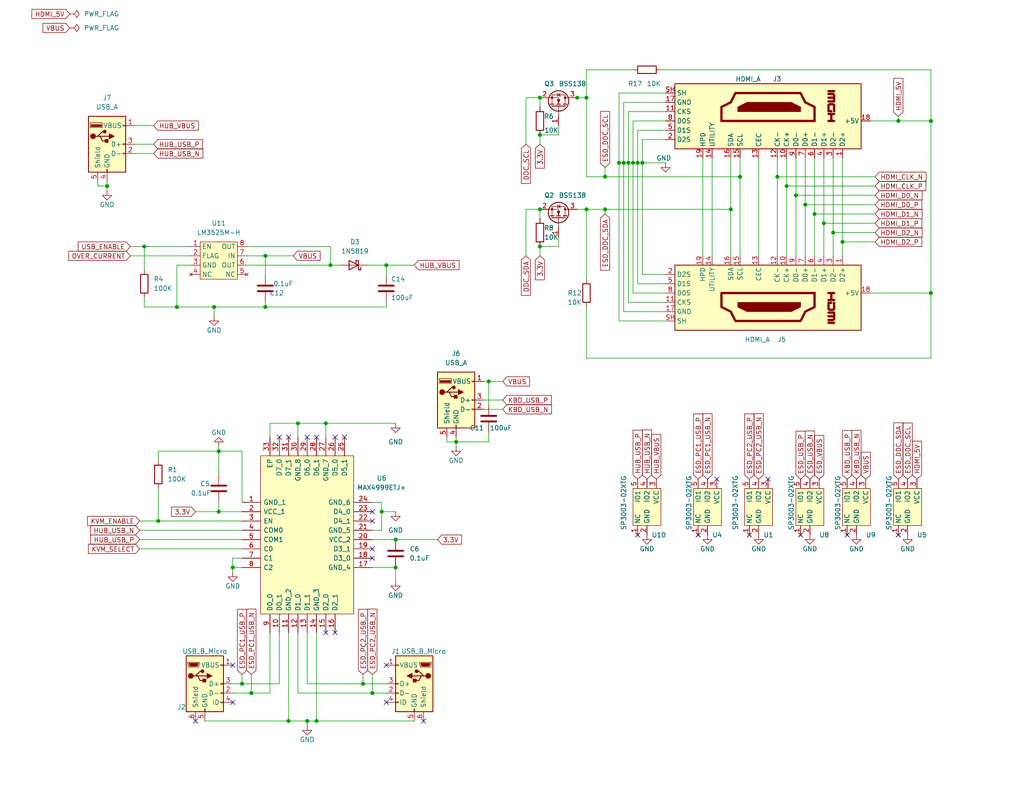
<source format=kicad_sch>
(kicad_sch (version 20211123) (generator eeschema)

  (uuid e63e39d7-6ac0-4ffd-8aa3-1841a4541b55)

  (paper "USLetter")

  (lib_symbols
    (symbol "Connector:HDMI_A" (in_bom yes) (on_board yes)
      (property "Reference" "J" (id 0) (at -6.35 26.67 0)
        (effects (font (size 1.27 1.27)))
      )
      (property "Value" "HDMI_A" (id 1) (at 10.16 26.67 0)
        (effects (font (size 1.27 1.27)))
      )
      (property "Footprint" "" (id 2) (at 0.635 0 0)
        (effects (font (size 1.27 1.27)) hide)
      )
      (property "Datasheet" "https://en.wikipedia.org/wiki/HDMI" (id 3) (at 0.635 0 0)
        (effects (font (size 1.27 1.27)) hide)
      )
      (property "ki_keywords" "hdmi conn" (id 4) (at 0 0 0)
        (effects (font (size 1.27 1.27)) hide)
      )
      (property "ki_description" "HDMI type A connector" (id 5) (at 0 0 0)
        (effects (font (size 1.27 1.27)) hide)
      )
      (property "ki_fp_filters" "HDMI*A*" (id 6) (at 0 0 0)
        (effects (font (size 1.27 1.27)) hide)
      )
      (symbol "HDMI_A_0_0"
        (polyline
          (pts
            (xy 8.128 16.51)
            (xy 8.128 18.034)
          )
          (stroke (width 0.635) (type default) (color 0 0 0 0))
          (fill (type none))
        )
        (polyline
          (pts
            (xy 0 16.51)
            (xy 0 18.034)
            (xy 0 17.272)
            (xy 1.905 17.272)
            (xy 1.905 18.034)
            (xy 1.905 16.51)
          )
          (stroke (width 0.635) (type default) (color 0 0 0 0))
          (fill (type none))
        )
        (polyline
          (pts
            (xy 2.667 18.034)
            (xy 4.318 18.034)
            (xy 4.572 17.78)
            (xy 4.572 16.764)
            (xy 4.318 16.51)
            (xy 2.667 16.51)
            (xy 2.667 17.272)
          )
          (stroke (width 0.635) (type default) (color 0 0 0 0))
          (fill (type none))
        )
      )
      (symbol "HDMI_A_0_1"
        (rectangle (start -7.62 25.4) (end 10.16 -25.4)
          (stroke (width 0.254) (type default) (color 0 0 0 0))
          (fill (type background))
        )
        (polyline
          (pts
            (xy 2.54 8.89)
            (xy 3.81 8.89)
            (xy 5.08 6.35)
            (xy 5.08 -5.715)
            (xy 3.81 -8.255)
            (xy 2.54 -8.255)
            (xy 2.54 8.89)
          )
          (stroke (width 0) (type default) (color 0 0 0 0))
          (fill (type outline))
        )
        (polyline
          (pts
            (xy 5.334 16.51)
            (xy 5.334 18.034)
            (xy 6.35 18.034)
            (xy 6.35 16.51)
            (xy 6.35 18.034)
            (xy 7.112 18.034)
            (xy 7.366 17.78)
            (xy 7.366 16.51)
          )
          (stroke (width 0.635) (type default) (color 0 0 0 0))
          (fill (type none))
        )
        (polyline
          (pts
            (xy 0 12.7)
            (xy 0 -12.7)
            (xy 3.81 -12.7)
            (xy 5.08 -10.16)
            (xy 7.62 -8.89)
            (xy 7.62 8.89)
            (xy 5.08 10.16)
            (xy 3.81 12.7)
            (xy 0 12.7)
          )
          (stroke (width 0.635) (type default) (color 0 0 0 0))
          (fill (type none))
        )
      )
      (symbol "HDMI_A_1_1"
        (pin passive line (at -10.16 20.32 0) (length 2.54)
          (name "D2+" (effects (font (size 1.27 1.27))))
          (number "1" (effects (font (size 1.27 1.27))))
        )
        (pin passive line (at -10.16 5.08 0) (length 2.54)
          (name "CK+" (effects (font (size 1.27 1.27))))
          (number "10" (effects (font (size 1.27 1.27))))
        )
        (pin power_in line (at 2.54 -27.94 90) (length 2.54)
          (name "CKS" (effects (font (size 1.27 1.27))))
          (number "11" (effects (font (size 1.27 1.27))))
        )
        (pin passive line (at -10.16 2.54 0) (length 2.54)
          (name "CK-" (effects (font (size 1.27 1.27))))
          (number "12" (effects (font (size 1.27 1.27))))
        )
        (pin bidirectional line (at -10.16 -2.54 0) (length 2.54)
          (name "CEC" (effects (font (size 1.27 1.27))))
          (number "13" (effects (font (size 1.27 1.27))))
        )
        (pin passive line (at -10.16 -15.24 0) (length 2.54)
          (name "UTILITY" (effects (font (size 1.27 1.27))))
          (number "14" (effects (font (size 1.27 1.27))))
        )
        (pin passive line (at -10.16 -7.62 0) (length 2.54)
          (name "SCL" (effects (font (size 1.27 1.27))))
          (number "15" (effects (font (size 1.27 1.27))))
        )
        (pin bidirectional line (at -10.16 -10.16 0) (length 2.54)
          (name "SDA" (effects (font (size 1.27 1.27))))
          (number "16" (effects (font (size 1.27 1.27))))
        )
        (pin power_in line (at 5.08 -27.94 90) (length 2.54)
          (name "GND" (effects (font (size 1.27 1.27))))
          (number "17" (effects (font (size 1.27 1.27))))
        )
        (pin power_in line (at 0 27.94 270) (length 2.54)
          (name "+5V" (effects (font (size 1.27 1.27))))
          (number "18" (effects (font (size 1.27 1.27))))
        )
        (pin passive line (at -10.16 -17.78 0) (length 2.54)
          (name "HPD" (effects (font (size 1.27 1.27))))
          (number "19" (effects (font (size 1.27 1.27))))
        )
        (pin power_in line (at -5.08 -27.94 90) (length 2.54)
          (name "D2S" (effects (font (size 1.27 1.27))))
          (number "2" (effects (font (size 1.27 1.27))))
        )
        (pin passive line (at -10.16 17.78 0) (length 2.54)
          (name "D2-" (effects (font (size 1.27 1.27))))
          (number "3" (effects (font (size 1.27 1.27))))
        )
        (pin passive line (at -10.16 15.24 0) (length 2.54)
          (name "D1+" (effects (font (size 1.27 1.27))))
          (number "4" (effects (font (size 1.27 1.27))))
        )
        (pin power_in line (at -2.54 -27.94 90) (length 2.54)
          (name "D1S" (effects (font (size 1.27 1.27))))
          (number "5" (effects (font (size 1.27 1.27))))
        )
        (pin passive line (at -10.16 12.7 0) (length 2.54)
          (name "D1-" (effects (font (size 1.27 1.27))))
          (number "6" (effects (font (size 1.27 1.27))))
        )
        (pin passive line (at -10.16 10.16 0) (length 2.54)
          (name "D0+" (effects (font (size 1.27 1.27))))
          (number "7" (effects (font (size 1.27 1.27))))
        )
        (pin power_in line (at 0 -27.94 90) (length 2.54)
          (name "D0S" (effects (font (size 1.27 1.27))))
          (number "8" (effects (font (size 1.27 1.27))))
        )
        (pin passive line (at -10.16 7.62 0) (length 2.54)
          (name "D0-" (effects (font (size 1.27 1.27))))
          (number "9" (effects (font (size 1.27 1.27))))
        )
        (pin passive line (at 7.62 -27.94 90) (length 2.54)
          (name "SH" (effects (font (size 1.27 1.27))))
          (number "SH" (effects (font (size 1.27 1.27))))
        )
      )
    )
    (symbol "Connector:USB_A" (pin_names (offset 1.016)) (in_bom yes) (on_board yes)
      (property "Reference" "J" (id 0) (at -5.08 11.43 0)
        (effects (font (size 1.27 1.27)) (justify left))
      )
      (property "Value" "USB_A" (id 1) (at -5.08 8.89 0)
        (effects (font (size 1.27 1.27)) (justify left))
      )
      (property "Footprint" "" (id 2) (at 3.81 -1.27 0)
        (effects (font (size 1.27 1.27)) hide)
      )
      (property "Datasheet" " ~" (id 3) (at 3.81 -1.27 0)
        (effects (font (size 1.27 1.27)) hide)
      )
      (property "ki_keywords" "connector USB" (id 4) (at 0 0 0)
        (effects (font (size 1.27 1.27)) hide)
      )
      (property "ki_description" "USB Type A connector" (id 5) (at 0 0 0)
        (effects (font (size 1.27 1.27)) hide)
      )
      (property "ki_fp_filters" "USB*" (id 6) (at 0 0 0)
        (effects (font (size 1.27 1.27)) hide)
      )
      (symbol "USB_A_0_1"
        (rectangle (start -5.08 -7.62) (end 5.08 7.62)
          (stroke (width 0.254) (type default) (color 0 0 0 0))
          (fill (type background))
        )
        (circle (center -3.81 2.159) (radius 0.635)
          (stroke (width 0.254) (type default) (color 0 0 0 0))
          (fill (type outline))
        )
        (rectangle (start -1.524 4.826) (end -4.318 5.334)
          (stroke (width 0) (type default) (color 0 0 0 0))
          (fill (type outline))
        )
        (rectangle (start -1.27 4.572) (end -4.572 5.842)
          (stroke (width 0) (type default) (color 0 0 0 0))
          (fill (type none))
        )
        (circle (center -0.635 3.429) (radius 0.381)
          (stroke (width 0.254) (type default) (color 0 0 0 0))
          (fill (type outline))
        )
        (rectangle (start -0.127 -7.62) (end 0.127 -6.858)
          (stroke (width 0) (type default) (color 0 0 0 0))
          (fill (type none))
        )
        (polyline
          (pts
            (xy -3.175 2.159)
            (xy -2.54 2.159)
            (xy -1.27 3.429)
            (xy -0.635 3.429)
          )
          (stroke (width 0.254) (type default) (color 0 0 0 0))
          (fill (type none))
        )
        (polyline
          (pts
            (xy -2.54 2.159)
            (xy -1.905 2.159)
            (xy -1.27 0.889)
            (xy 0 0.889)
          )
          (stroke (width 0.254) (type default) (color 0 0 0 0))
          (fill (type none))
        )
        (polyline
          (pts
            (xy 0.635 2.794)
            (xy 0.635 1.524)
            (xy 1.905 2.159)
            (xy 0.635 2.794)
          )
          (stroke (width 0.254) (type default) (color 0 0 0 0))
          (fill (type outline))
        )
        (rectangle (start 0.254 1.27) (end -0.508 0.508)
          (stroke (width 0.254) (type default) (color 0 0 0 0))
          (fill (type outline))
        )
        (rectangle (start 5.08 -2.667) (end 4.318 -2.413)
          (stroke (width 0) (type default) (color 0 0 0 0))
          (fill (type none))
        )
        (rectangle (start 5.08 -0.127) (end 4.318 0.127)
          (stroke (width 0) (type default) (color 0 0 0 0))
          (fill (type none))
        )
        (rectangle (start 5.08 4.953) (end 4.318 5.207)
          (stroke (width 0) (type default) (color 0 0 0 0))
          (fill (type none))
        )
      )
      (symbol "USB_A_1_1"
        (polyline
          (pts
            (xy -1.905 2.159)
            (xy 0.635 2.159)
          )
          (stroke (width 0.254) (type default) (color 0 0 0 0))
          (fill (type none))
        )
        (pin power_in line (at 7.62 5.08 180) (length 2.54)
          (name "VBUS" (effects (font (size 1.27 1.27))))
          (number "1" (effects (font (size 1.27 1.27))))
        )
        (pin bidirectional line (at 7.62 -2.54 180) (length 2.54)
          (name "D-" (effects (font (size 1.27 1.27))))
          (number "2" (effects (font (size 1.27 1.27))))
        )
        (pin bidirectional line (at 7.62 0 180) (length 2.54)
          (name "D+" (effects (font (size 1.27 1.27))))
          (number "3" (effects (font (size 1.27 1.27))))
        )
        (pin power_in line (at 0 -10.16 90) (length 2.54)
          (name "GND" (effects (font (size 1.27 1.27))))
          (number "4" (effects (font (size 1.27 1.27))))
        )
        (pin passive line (at -2.54 -10.16 90) (length 2.54)
          (name "Shield" (effects (font (size 1.27 1.27))))
          (number "5" (effects (font (size 1.27 1.27))))
        )
      )
    )
    (symbol "Connector:USB_B_Micro" (pin_names (offset 1.016)) (in_bom yes) (on_board yes)
      (property "Reference" "J" (id 0) (at -5.08 11.43 0)
        (effects (font (size 1.27 1.27)) (justify left))
      )
      (property "Value" "USB_B_Micro" (id 1) (at -5.08 8.89 0)
        (effects (font (size 1.27 1.27)) (justify left))
      )
      (property "Footprint" "" (id 2) (at 3.81 -1.27 0)
        (effects (font (size 1.27 1.27)) hide)
      )
      (property "Datasheet" "~" (id 3) (at 3.81 -1.27 0)
        (effects (font (size 1.27 1.27)) hide)
      )
      (property "ki_keywords" "connector USB micro" (id 4) (at 0 0 0)
        (effects (font (size 1.27 1.27)) hide)
      )
      (property "ki_description" "USB Micro Type B connector" (id 5) (at 0 0 0)
        (effects (font (size 1.27 1.27)) hide)
      )
      (property "ki_fp_filters" "USB*" (id 6) (at 0 0 0)
        (effects (font (size 1.27 1.27)) hide)
      )
      (symbol "USB_B_Micro_0_1"
        (rectangle (start -5.08 -7.62) (end 5.08 7.62)
          (stroke (width 0.254) (type default) (color 0 0 0 0))
          (fill (type background))
        )
        (circle (center -3.81 2.159) (radius 0.635)
          (stroke (width 0.254) (type default) (color 0 0 0 0))
          (fill (type outline))
        )
        (circle (center -0.635 3.429) (radius 0.381)
          (stroke (width 0.254) (type default) (color 0 0 0 0))
          (fill (type outline))
        )
        (rectangle (start -0.127 -7.62) (end 0.127 -6.858)
          (stroke (width 0) (type default) (color 0 0 0 0))
          (fill (type none))
        )
        (polyline
          (pts
            (xy -1.905 2.159)
            (xy 0.635 2.159)
          )
          (stroke (width 0.254) (type default) (color 0 0 0 0))
          (fill (type none))
        )
        (polyline
          (pts
            (xy -3.175 2.159)
            (xy -2.54 2.159)
            (xy -1.27 3.429)
            (xy -0.635 3.429)
          )
          (stroke (width 0.254) (type default) (color 0 0 0 0))
          (fill (type none))
        )
        (polyline
          (pts
            (xy -2.54 2.159)
            (xy -1.905 2.159)
            (xy -1.27 0.889)
            (xy 0 0.889)
          )
          (stroke (width 0.254) (type default) (color 0 0 0 0))
          (fill (type none))
        )
        (polyline
          (pts
            (xy 0.635 2.794)
            (xy 0.635 1.524)
            (xy 1.905 2.159)
            (xy 0.635 2.794)
          )
          (stroke (width 0.254) (type default) (color 0 0 0 0))
          (fill (type outline))
        )
        (polyline
          (pts
            (xy -4.318 5.588)
            (xy -1.778 5.588)
            (xy -2.032 4.826)
            (xy -4.064 4.826)
            (xy -4.318 5.588)
          )
          (stroke (width 0) (type default) (color 0 0 0 0))
          (fill (type outline))
        )
        (polyline
          (pts
            (xy -4.699 5.842)
            (xy -4.699 5.588)
            (xy -4.445 4.826)
            (xy -4.445 4.572)
            (xy -1.651 4.572)
            (xy -1.651 4.826)
            (xy -1.397 5.588)
            (xy -1.397 5.842)
            (xy -4.699 5.842)
          )
          (stroke (width 0) (type default) (color 0 0 0 0))
          (fill (type none))
        )
        (rectangle (start 0.254 1.27) (end -0.508 0.508)
          (stroke (width 0.254) (type default) (color 0 0 0 0))
          (fill (type outline))
        )
        (rectangle (start 5.08 -5.207) (end 4.318 -4.953)
          (stroke (width 0) (type default) (color 0 0 0 0))
          (fill (type none))
        )
        (rectangle (start 5.08 -2.667) (end 4.318 -2.413)
          (stroke (width 0) (type default) (color 0 0 0 0))
          (fill (type none))
        )
        (rectangle (start 5.08 -0.127) (end 4.318 0.127)
          (stroke (width 0) (type default) (color 0 0 0 0))
          (fill (type none))
        )
        (rectangle (start 5.08 4.953) (end 4.318 5.207)
          (stroke (width 0) (type default) (color 0 0 0 0))
          (fill (type none))
        )
      )
      (symbol "USB_B_Micro_1_1"
        (pin power_out line (at 7.62 5.08 180) (length 2.54)
          (name "VBUS" (effects (font (size 1.27 1.27))))
          (number "1" (effects (font (size 1.27 1.27))))
        )
        (pin bidirectional line (at 7.62 -2.54 180) (length 2.54)
          (name "D-" (effects (font (size 1.27 1.27))))
          (number "2" (effects (font (size 1.27 1.27))))
        )
        (pin bidirectional line (at 7.62 0 180) (length 2.54)
          (name "D+" (effects (font (size 1.27 1.27))))
          (number "3" (effects (font (size 1.27 1.27))))
        )
        (pin passive line (at 7.62 -5.08 180) (length 2.54)
          (name "ID" (effects (font (size 1.27 1.27))))
          (number "4" (effects (font (size 1.27 1.27))))
        )
        (pin power_out line (at 0 -10.16 90) (length 2.54)
          (name "GND" (effects (font (size 1.27 1.27))))
          (number "5" (effects (font (size 1.27 1.27))))
        )
        (pin passive line (at -2.54 -10.16 90) (length 2.54)
          (name "Shield" (effects (font (size 1.27 1.27))))
          (number "6" (effects (font (size 1.27 1.27))))
        )
      )
    )
    (symbol "Device:C" (pin_numbers hide) (pin_names (offset 0.254)) (in_bom yes) (on_board yes)
      (property "Reference" "C" (id 0) (at 0.635 2.54 0)
        (effects (font (size 1.27 1.27)) (justify left))
      )
      (property "Value" "C" (id 1) (at 0.635 -2.54 0)
        (effects (font (size 1.27 1.27)) (justify left))
      )
      (property "Footprint" "" (id 2) (at 0.9652 -3.81 0)
        (effects (font (size 1.27 1.27)) hide)
      )
      (property "Datasheet" "~" (id 3) (at 0 0 0)
        (effects (font (size 1.27 1.27)) hide)
      )
      (property "ki_keywords" "cap capacitor" (id 4) (at 0 0 0)
        (effects (font (size 1.27 1.27)) hide)
      )
      (property "ki_description" "Unpolarized capacitor" (id 5) (at 0 0 0)
        (effects (font (size 1.27 1.27)) hide)
      )
      (property "ki_fp_filters" "C_*" (id 6) (at 0 0 0)
        (effects (font (size 1.27 1.27)) hide)
      )
      (symbol "C_0_1"
        (polyline
          (pts
            (xy -2.032 -0.762)
            (xy 2.032 -0.762)
          )
          (stroke (width 0.508) (type default) (color 0 0 0 0))
          (fill (type none))
        )
        (polyline
          (pts
            (xy -2.032 0.762)
            (xy 2.032 0.762)
          )
          (stroke (width 0.508) (type default) (color 0 0 0 0))
          (fill (type none))
        )
      )
      (symbol "C_1_1"
        (pin passive line (at 0 3.81 270) (length 2.794)
          (name "~" (effects (font (size 1.27 1.27))))
          (number "1" (effects (font (size 1.27 1.27))))
        )
        (pin passive line (at 0 -3.81 90) (length 2.794)
          (name "~" (effects (font (size 1.27 1.27))))
          (number "2" (effects (font (size 1.27 1.27))))
        )
      )
    )
    (symbol "Device:R" (pin_numbers hide) (pin_names (offset 0)) (in_bom yes) (on_board yes)
      (property "Reference" "R" (id 0) (at 2.032 0 90)
        (effects (font (size 1.27 1.27)))
      )
      (property "Value" "R" (id 1) (at 0 0 90)
        (effects (font (size 1.27 1.27)))
      )
      (property "Footprint" "" (id 2) (at -1.778 0 90)
        (effects (font (size 1.27 1.27)) hide)
      )
      (property "Datasheet" "~" (id 3) (at 0 0 0)
        (effects (font (size 1.27 1.27)) hide)
      )
      (property "ki_keywords" "R res resistor" (id 4) (at 0 0 0)
        (effects (font (size 1.27 1.27)) hide)
      )
      (property "ki_description" "Resistor" (id 5) (at 0 0 0)
        (effects (font (size 1.27 1.27)) hide)
      )
      (property "ki_fp_filters" "R_*" (id 6) (at 0 0 0)
        (effects (font (size 1.27 1.27)) hide)
      )
      (symbol "R_0_1"
        (rectangle (start -1.016 -2.54) (end 1.016 2.54)
          (stroke (width 0.254) (type default) (color 0 0 0 0))
          (fill (type none))
        )
      )
      (symbol "R_1_1"
        (pin passive line (at 0 3.81 270) (length 1.27)
          (name "~" (effects (font (size 1.27 1.27))))
          (number "1" (effects (font (size 1.27 1.27))))
        )
        (pin passive line (at 0 -3.81 90) (length 1.27)
          (name "~" (effects (font (size 1.27 1.27))))
          (number "2" (effects (font (size 1.27 1.27))))
        )
      )
    )
    (symbol "Diode:1N5819" (pin_numbers hide) (pin_names (offset 1.016) hide) (in_bom yes) (on_board yes)
      (property "Reference" "D" (id 0) (at 0 2.54 0)
        (effects (font (size 1.27 1.27)))
      )
      (property "Value" "1N5819" (id 1) (at 0 -2.54 0)
        (effects (font (size 1.27 1.27)))
      )
      (property "Footprint" "Diode_THT:D_DO-41_SOD81_P10.16mm_Horizontal" (id 2) (at 0 -4.445 0)
        (effects (font (size 1.27 1.27)) hide)
      )
      (property "Datasheet" "http://www.vishay.com/docs/88525/1n5817.pdf" (id 3) (at 0 0 0)
        (effects (font (size 1.27 1.27)) hide)
      )
      (property "ki_keywords" "diode Schottky" (id 4) (at 0 0 0)
        (effects (font (size 1.27 1.27)) hide)
      )
      (property "ki_description" "40V 1A Schottky Barrier Rectifier Diode, DO-41" (id 5) (at 0 0 0)
        (effects (font (size 1.27 1.27)) hide)
      )
      (property "ki_fp_filters" "D*DO?41*" (id 6) (at 0 0 0)
        (effects (font (size 1.27 1.27)) hide)
      )
      (symbol "1N5819_0_1"
        (polyline
          (pts
            (xy 1.27 0)
            (xy -1.27 0)
          )
          (stroke (width 0) (type default) (color 0 0 0 0))
          (fill (type none))
        )
        (polyline
          (pts
            (xy 1.27 1.27)
            (xy 1.27 -1.27)
            (xy -1.27 0)
            (xy 1.27 1.27)
          )
          (stroke (width 0.254) (type default) (color 0 0 0 0))
          (fill (type none))
        )
        (polyline
          (pts
            (xy -1.905 0.635)
            (xy -1.905 1.27)
            (xy -1.27 1.27)
            (xy -1.27 -1.27)
            (xy -0.635 -1.27)
            (xy -0.635 -0.635)
          )
          (stroke (width 0.254) (type default) (color 0 0 0 0))
          (fill (type none))
        )
      )
      (symbol "1N5819_1_1"
        (pin passive line (at -3.81 0 0) (length 2.54)
          (name "K" (effects (font (size 1.27 1.27))))
          (number "1" (effects (font (size 1.27 1.27))))
        )
        (pin passive line (at 3.81 0 180) (length 2.54)
          (name "A" (effects (font (size 1.27 1.27))))
          (number "2" (effects (font (size 1.27 1.27))))
        )
      )
    )
    (symbol "MAX4999ETJ+:MAX4999ETJ+" (pin_names (offset 0.762)) (in_bom yes) (on_board yes)
      (property "Reference" "U" (id 0) (at 31.75 17.78 0)
        (effects (font (size 1.27 1.27)) (justify left))
      )
      (property "Value" "MAX4999ETJ+" (id 1) (at 31.75 15.24 0)
        (effects (font (size 1.27 1.27)) (justify left))
      )
      (property "Footprint" "QFN50P500X500X80-33N" (id 2) (at 31.75 12.7 0)
        (effects (font (size 1.27 1.27)) (justify left) hide)
      )
      (property "Datasheet" "https://datasheets.maximintegrated.com/en/ds/MAX4999.pdf" (id 3) (at 31.75 10.16 0)
        (effects (font (size 1.27 1.27)) (justify left) hide)
      )
      (property "Description" "Maxim MAX4999ETJ+, Multiplexer Single 8:1 Multiplexer, 3  3.6 V, 32-Pin TQFN" (id 4) (at 31.75 7.62 0)
        (effects (font (size 1.27 1.27)) (justify left) hide)
      )
      (property "Height" "0.8" (id 5) (at 31.75 5.08 0)
        (effects (font (size 1.27 1.27)) (justify left) hide)
      )
      (property "Manufacturer_Name" "Maxim Integrated" (id 6) (at 31.75 2.54 0)
        (effects (font (size 1.27 1.27)) (justify left) hide)
      )
      (property "Manufacturer_Part_Number" "MAX4999ETJ+" (id 7) (at 31.75 0 0)
        (effects (font (size 1.27 1.27)) (justify left) hide)
      )
      (property "Mouser Part Number" "700-MAX4999ETJ" (id 8) (at 31.75 -2.54 0)
        (effects (font (size 1.27 1.27)) (justify left) hide)
      )
      (property "Mouser Price/Stock" "https://www.mouser.co.uk/ProductDetail/Maxim-Integrated/MAX4999ETJ%2b?qs=LHmEVA8xxfbu5fCaz0LQrg%3D%3D" (id 9) (at 31.75 -5.08 0)
        (effects (font (size 1.27 1.27)) (justify left) hide)
      )
      (property "Arrow Part Number" "" (id 10) (at 31.75 -7.62 0)
        (effects (font (size 1.27 1.27)) (justify left) hide)
      )
      (property "Arrow Price/Stock" "" (id 11) (at 31.75 -10.16 0)
        (effects (font (size 1.27 1.27)) (justify left) hide)
      )
      (symbol "MAX4999ETJ+_0_0"
        (pin passive line (at 0 0 0) (length 5.08)
          (name "GND_1" (effects (font (size 1.27 1.27))))
          (number "1" (effects (font (size 1.27 1.27))))
        )
        (pin passive line (at 10.16 -35.56 90) (length 5.08)
          (name "D0_1" (effects (font (size 1.27 1.27))))
          (number "10" (effects (font (size 1.27 1.27))))
        )
        (pin passive line (at 12.7 -35.56 90) (length 5.08)
          (name "GND_2" (effects (font (size 1.27 1.27))))
          (number "11" (effects (font (size 1.27 1.27))))
        )
        (pin passive line (at 15.24 -35.56 90) (length 5.08)
          (name "D1_0" (effects (font (size 1.27 1.27))))
          (number "12" (effects (font (size 1.27 1.27))))
        )
        (pin passive line (at 17.78 -35.56 90) (length 5.08)
          (name "D1_1" (effects (font (size 1.27 1.27))))
          (number "13" (effects (font (size 1.27 1.27))))
        )
        (pin passive line (at 20.32 -35.56 90) (length 5.08)
          (name "GND_3" (effects (font (size 1.27 1.27))))
          (number "14" (effects (font (size 1.27 1.27))))
        )
        (pin passive line (at 22.86 -35.56 90) (length 5.08)
          (name "D2_0" (effects (font (size 1.27 1.27))))
          (number "15" (effects (font (size 1.27 1.27))))
        )
        (pin passive line (at 25.4 -35.56 90) (length 5.08)
          (name "D2_1" (effects (font (size 1.27 1.27))))
          (number "16" (effects (font (size 1.27 1.27))))
        )
        (pin passive line (at 35.56 -17.78 180) (length 5.08)
          (name "GND_4" (effects (font (size 1.27 1.27))))
          (number "17" (effects (font (size 1.27 1.27))))
        )
        (pin passive line (at 35.56 -15.24 180) (length 5.08)
          (name "D3_0" (effects (font (size 1.27 1.27))))
          (number "18" (effects (font (size 1.27 1.27))))
        )
        (pin passive line (at 35.56 -12.7 180) (length 5.08)
          (name "D3_1" (effects (font (size 1.27 1.27))))
          (number "19" (effects (font (size 1.27 1.27))))
        )
        (pin passive line (at 0 -2.54 0) (length 5.08)
          (name "VCC_1" (effects (font (size 1.27 1.27))))
          (number "2" (effects (font (size 1.27 1.27))))
        )
        (pin passive line (at 35.56 -10.16 180) (length 5.08)
          (name "VCC_2" (effects (font (size 1.27 1.27))))
          (number "20" (effects (font (size 1.27 1.27))))
        )
        (pin passive line (at 35.56 -7.62 180) (length 5.08)
          (name "GND_5" (effects (font (size 1.27 1.27))))
          (number "21" (effects (font (size 1.27 1.27))))
        )
        (pin passive line (at 35.56 -5.08 180) (length 5.08)
          (name "D4_1" (effects (font (size 1.27 1.27))))
          (number "22" (effects (font (size 1.27 1.27))))
        )
        (pin passive line (at 35.56 -2.54 180) (length 5.08)
          (name "D4_0" (effects (font (size 1.27 1.27))))
          (number "23" (effects (font (size 1.27 1.27))))
        )
        (pin passive line (at 35.56 0 180) (length 5.08)
          (name "GND_6" (effects (font (size 1.27 1.27))))
          (number "24" (effects (font (size 1.27 1.27))))
        )
        (pin passive line (at 27.94 17.78 270) (length 5.08)
          (name "D5_1" (effects (font (size 1.27 1.27))))
          (number "25" (effects (font (size 1.27 1.27))))
        )
        (pin passive line (at 25.4 17.78 270) (length 5.08)
          (name "D5_0" (effects (font (size 1.27 1.27))))
          (number "26" (effects (font (size 1.27 1.27))))
        )
        (pin passive line (at 22.86 17.78 270) (length 5.08)
          (name "GND_7" (effects (font (size 1.27 1.27))))
          (number "27" (effects (font (size 1.27 1.27))))
        )
        (pin passive line (at 20.32 17.78 270) (length 5.08)
          (name "D6_1" (effects (font (size 1.27 1.27))))
          (number "28" (effects (font (size 1.27 1.27))))
        )
        (pin passive line (at 17.78 17.78 270) (length 5.08)
          (name "D6_0" (effects (font (size 1.27 1.27))))
          (number "29" (effects (font (size 1.27 1.27))))
        )
        (pin passive line (at 0 -5.08 0) (length 5.08)
          (name "EN" (effects (font (size 1.27 1.27))))
          (number "3" (effects (font (size 1.27 1.27))))
        )
        (pin passive line (at 15.24 17.78 270) (length 5.08)
          (name "GND_8" (effects (font (size 1.27 1.27))))
          (number "30" (effects (font (size 1.27 1.27))))
        )
        (pin passive line (at 12.7 17.78 270) (length 5.08)
          (name "D7_1" (effects (font (size 1.27 1.27))))
          (number "31" (effects (font (size 1.27 1.27))))
        )
        (pin passive line (at 10.16 17.78 270) (length 5.08)
          (name "D7_0" (effects (font (size 1.27 1.27))))
          (number "32" (effects (font (size 1.27 1.27))))
        )
        (pin passive line (at 7.62 17.78 270) (length 5.08)
          (name "EP" (effects (font (size 1.27 1.27))))
          (number "33" (effects (font (size 1.27 1.27))))
        )
        (pin passive line (at 0 -7.62 0) (length 5.08)
          (name "COM0" (effects (font (size 1.27 1.27))))
          (number "4" (effects (font (size 1.27 1.27))))
        )
        (pin passive line (at 0 -10.16 0) (length 5.08)
          (name "COM1" (effects (font (size 1.27 1.27))))
          (number "5" (effects (font (size 1.27 1.27))))
        )
        (pin passive line (at 0 -12.7 0) (length 5.08)
          (name "C0" (effects (font (size 1.27 1.27))))
          (number "6" (effects (font (size 1.27 1.27))))
        )
        (pin passive line (at 0 -15.24 0) (length 5.08)
          (name "C1" (effects (font (size 1.27 1.27))))
          (number "7" (effects (font (size 1.27 1.27))))
        )
        (pin passive line (at 0 -17.78 0) (length 5.08)
          (name "C2" (effects (font (size 1.27 1.27))))
          (number "8" (effects (font (size 1.27 1.27))))
        )
        (pin passive line (at 7.62 -35.56 90) (length 5.08)
          (name "D0_0" (effects (font (size 1.27 1.27))))
          (number "9" (effects (font (size 1.27 1.27))))
        )
      )
      (symbol "MAX4999ETJ+_0_1"
        (polyline
          (pts
            (xy 5.08 12.7)
            (xy 30.48 12.7)
            (xy 30.48 -30.48)
            (xy 5.08 -30.48)
            (xy 5.08 12.7)
          )
          (stroke (width 0.1524) (type default) (color 0 0 0 0))
          (fill (type background))
        )
      )
    )
    (symbol "MyParts:LM3525M-H" (in_bom yes) (on_board yes)
      (property "Reference" "U" (id 0) (at 0 6.35 0)
        (effects (font (size 1.27 1.27)))
      )
      (property "Value" "LM3525M-H" (id 1) (at 1.27 -6.35 0)
        (effects (font (size 1.27 1.27)))
      )
      (property "Footprint" "Package_SO:SOIC-8_3.9x4.9mm_P1.27mm" (id 2) (at 0 6.35 0)
        (effects (font (size 1.27 1.27)) hide)
      )
      (property "Datasheet" "" (id 3) (at 0 6.35 0)
        (effects (font (size 1.27 1.27)) hide)
      )
      (symbol "LM3525M-H_0_1"
        (rectangle (start -5.08 5.08) (end 5.08 -5.08)
          (stroke (width 0) (type default) (color 0 0 0 0))
          (fill (type background))
        )
      )
      (symbol "LM3525M-H_1_1"
        (pin input line (at -7.62 3.81 0) (length 2.54)
          (name "EN" (effects (font (size 1.27 1.27))))
          (number "1" (effects (font (size 1.27 1.27))))
        )
        (pin output line (at -7.62 1.27 0) (length 2.54)
          (name "FLAG" (effects (font (size 1.27 1.27))))
          (number "2" (effects (font (size 1.27 1.27))))
        )
        (pin power_in line (at -7.62 -1.27 0) (length 2.54)
          (name "GND" (effects (font (size 1.27 1.27))))
          (number "3" (effects (font (size 1.27 1.27))))
        )
        (pin no_connect line (at -7.62 -3.81 0) (length 2.54)
          (name "NC" (effects (font (size 1.27 1.27))))
          (number "4" (effects (font (size 1.27 1.27))))
        )
        (pin no_connect line (at 7.62 -3.81 180) (length 2.54)
          (name "NC" (effects (font (size 1.27 1.27))))
          (number "5" (effects (font (size 1.27 1.27))))
        )
        (pin power_out line (at 7.62 -1.27 180) (length 2.54)
          (name "OUT" (effects (font (size 1.27 1.27))))
          (number "6" (effects (font (size 1.27 1.27))))
        )
        (pin power_in line (at 7.62 1.27 180) (length 2.54)
          (name "IN" (effects (font (size 1.27 1.27))))
          (number "7" (effects (font (size 1.27 1.27))))
        )
        (pin power_out line (at 7.62 3.81 180) (length 2.54)
          (name "OUT" (effects (font (size 1.27 1.27))))
          (number "8" (effects (font (size 1.27 1.27))))
        )
      )
    )
    (symbol "MyParts:SP3003-02XTG" (in_bom yes) (on_board yes)
      (property "Reference" "U" (id 0) (at 1.27 -10.16 0)
        (effects (font (size 1.27 1.27)))
      )
      (property "Value" "SP3003-02XTG" (id 1) (at -5.08 -6.35 90)
        (effects (font (size 1.27 1.27)))
      )
      (property "Footprint" "Package_TO_SOT_SMD:Diodes_SOT-553" (id 2) (at -7.62 -5.08 90)
        (effects (font (size 1.27 1.27)) hide)
      )
      (property "Datasheet" "" (id 3) (at 0 0 0)
        (effects (font (size 1.27 1.27)) hide)
      )
      (symbol "SP3003-02XTG_0_1"
        (rectangle (start -3.81 1.27) (end 3.81 -8.89)
          (stroke (width 0) (type default) (color 0 0 0 0))
          (fill (type background))
        )
      )
      (symbol "SP3003-02XTG_1_1"
        (pin no_connect line (at -2.54 -11.43 90) (length 2.54)
          (name "NC" (effects (font (size 1.27 1.27))))
          (number "1" (effects (font (size 1.27 1.27))))
        )
        (pin passive line (at 0 -11.43 90) (length 2.54)
          (name "GND" (effects (font (size 1.27 1.27))))
          (number "2" (effects (font (size 1.27 1.27))))
        )
        (pin passive line (at 2.54 3.81 270) (length 2.54)
          (name "VCC" (effects (font (size 1.27 1.27))))
          (number "3" (effects (font (size 1.27 1.27))))
        )
        (pin passive line (at 0 3.81 270) (length 2.54)
          (name "IO2" (effects (font (size 1.27 1.27))))
          (number "4" (effects (font (size 1.27 1.27))))
        )
        (pin passive line (at -2.54 3.81 270) (length 2.54)
          (name "IO1" (effects (font (size 1.27 1.27))))
          (number "5" (effects (font (size 1.27 1.27))))
        )
      )
    )
    (symbol "SP3003-02XTG_1" (in_bom yes) (on_board yes)
      (property "Reference" "U" (id 0) (at 1.27 -10.16 0)
        (effects (font (size 1.27 1.27)))
      )
      (property "Value" "SP3003-02XTG_1" (id 1) (at -5.08 -6.35 90)
        (effects (font (size 1.27 1.27)))
      )
      (property "Footprint" "Package_TO_SOT_SMD:Diodes_SOT-553" (id 2) (at -7.62 -5.08 90)
        (effects (font (size 1.27 1.27)) hide)
      )
      (property "Datasheet" "" (id 3) (at 0 0 0)
        (effects (font (size 1.27 1.27)) hide)
      )
      (symbol "SP3003-02XTG_1_0_1"
        (rectangle (start -3.81 1.27) (end 3.81 -8.89)
          (stroke (width 0) (type default) (color 0 0 0 0))
          (fill (type background))
        )
      )
      (symbol "SP3003-02XTG_1_1_1"
        (pin no_connect line (at -2.54 -11.43 90) (length 2.54)
          (name "NC" (effects (font (size 1.27 1.27))))
          (number "1" (effects (font (size 1.27 1.27))))
        )
        (pin passive line (at 0 -11.43 90) (length 2.54)
          (name "GND" (effects (font (size 1.27 1.27))))
          (number "2" (effects (font (size 1.27 1.27))))
        )
        (pin passive line (at 2.54 3.81 270) (length 2.54)
          (name "VCC" (effects (font (size 1.27 1.27))))
          (number "3" (effects (font (size 1.27 1.27))))
        )
        (pin passive line (at 0 3.81 270) (length 2.54)
          (name "IO2" (effects (font (size 1.27 1.27))))
          (number "4" (effects (font (size 1.27 1.27))))
        )
        (pin passive line (at -2.54 3.81 270) (length 2.54)
          (name "IO1" (effects (font (size 1.27 1.27))))
          (number "5" (effects (font (size 1.27 1.27))))
        )
      )
    )
    (symbol "SP3003-02XTG_2" (in_bom yes) (on_board yes)
      (property "Reference" "U" (id 0) (at 1.27 -10.16 0)
        (effects (font (size 1.27 1.27)))
      )
      (property "Value" "SP3003-02XTG_2" (id 1) (at -5.08 -6.35 90)
        (effects (font (size 1.27 1.27)))
      )
      (property "Footprint" "Package_TO_SOT_SMD:Diodes_SOT-553" (id 2) (at -7.62 -5.08 90)
        (effects (font (size 1.27 1.27)) hide)
      )
      (property "Datasheet" "" (id 3) (at 0 0 0)
        (effects (font (size 1.27 1.27)) hide)
      )
      (symbol "SP3003-02XTG_2_0_1"
        (rectangle (start -3.81 1.27) (end 3.81 -8.89)
          (stroke (width 0) (type default) (color 0 0 0 0))
          (fill (type background))
        )
      )
      (symbol "SP3003-02XTG_2_1_1"
        (pin no_connect line (at -2.54 -11.43 90) (length 2.54)
          (name "NC" (effects (font (size 1.27 1.27))))
          (number "1" (effects (font (size 1.27 1.27))))
        )
        (pin passive line (at 0 -11.43 90) (length 2.54)
          (name "GND" (effects (font (size 1.27 1.27))))
          (number "2" (effects (font (size 1.27 1.27))))
        )
        (pin passive line (at 2.54 3.81 270) (length 2.54)
          (name "VCC" (effects (font (size 1.27 1.27))))
          (number "3" (effects (font (size 1.27 1.27))))
        )
        (pin passive line (at 0 3.81 270) (length 2.54)
          (name "IO2" (effects (font (size 1.27 1.27))))
          (number "4" (effects (font (size 1.27 1.27))))
        )
        (pin passive line (at -2.54 3.81 270) (length 2.54)
          (name "IO1" (effects (font (size 1.27 1.27))))
          (number "5" (effects (font (size 1.27 1.27))))
        )
      )
    )
    (symbol "SP3003-02XTG_3" (in_bom yes) (on_board yes)
      (property "Reference" "U" (id 0) (at 1.27 -10.16 0)
        (effects (font (size 1.27 1.27)))
      )
      (property "Value" "SP3003-02XTG_3" (id 1) (at -5.08 -6.35 90)
        (effects (font (size 1.27 1.27)))
      )
      (property "Footprint" "Package_TO_SOT_SMD:Diodes_SOT-553" (id 2) (at -7.62 -5.08 90)
        (effects (font (size 1.27 1.27)) hide)
      )
      (property "Datasheet" "" (id 3) (at 0 0 0)
        (effects (font (size 1.27 1.27)) hide)
      )
      (symbol "SP3003-02XTG_3_0_1"
        (rectangle (start -3.81 1.27) (end 3.81 -8.89)
          (stroke (width 0) (type default) (color 0 0 0 0))
          (fill (type background))
        )
      )
      (symbol "SP3003-02XTG_3_1_1"
        (pin no_connect line (at -2.54 -11.43 90) (length 2.54)
          (name "NC" (effects (font (size 1.27 1.27))))
          (number "1" (effects (font (size 1.27 1.27))))
        )
        (pin passive line (at 0 -11.43 90) (length 2.54)
          (name "GND" (effects (font (size 1.27 1.27))))
          (number "2" (effects (font (size 1.27 1.27))))
        )
        (pin passive line (at 2.54 3.81 270) (length 2.54)
          (name "VCC" (effects (font (size 1.27 1.27))))
          (number "3" (effects (font (size 1.27 1.27))))
        )
        (pin passive line (at 0 3.81 270) (length 2.54)
          (name "IO2" (effects (font (size 1.27 1.27))))
          (number "4" (effects (font (size 1.27 1.27))))
        )
        (pin passive line (at -2.54 3.81 270) (length 2.54)
          (name "IO1" (effects (font (size 1.27 1.27))))
          (number "5" (effects (font (size 1.27 1.27))))
        )
      )
    )
    (symbol "SP3003-02XTG_4" (in_bom yes) (on_board yes)
      (property "Reference" "U" (id 0) (at 1.27 -10.16 0)
        (effects (font (size 1.27 1.27)))
      )
      (property "Value" "SP3003-02XTG_4" (id 1) (at -5.08 -6.35 90)
        (effects (font (size 1.27 1.27)))
      )
      (property "Footprint" "Package_TO_SOT_SMD:Diodes_SOT-553" (id 2) (at -7.62 -5.08 90)
        (effects (font (size 1.27 1.27)) hide)
      )
      (property "Datasheet" "" (id 3) (at 0 0 0)
        (effects (font (size 1.27 1.27)) hide)
      )
      (symbol "SP3003-02XTG_4_0_1"
        (rectangle (start -3.81 1.27) (end 3.81 -8.89)
          (stroke (width 0) (type default) (color 0 0 0 0))
          (fill (type background))
        )
      )
      (symbol "SP3003-02XTG_4_1_1"
        (pin no_connect line (at -2.54 -11.43 90) (length 2.54)
          (name "NC" (effects (font (size 1.27 1.27))))
          (number "1" (effects (font (size 1.27 1.27))))
        )
        (pin passive line (at 0 -11.43 90) (length 2.54)
          (name "GND" (effects (font (size 1.27 1.27))))
          (number "2" (effects (font (size 1.27 1.27))))
        )
        (pin passive line (at 2.54 3.81 270) (length 2.54)
          (name "VCC" (effects (font (size 1.27 1.27))))
          (number "3" (effects (font (size 1.27 1.27))))
        )
        (pin passive line (at 0 3.81 270) (length 2.54)
          (name "IO2" (effects (font (size 1.27 1.27))))
          (number "4" (effects (font (size 1.27 1.27))))
        )
        (pin passive line (at -2.54 3.81 270) (length 2.54)
          (name "IO1" (effects (font (size 1.27 1.27))))
          (number "5" (effects (font (size 1.27 1.27))))
        )
      )
    )
    (symbol "SP3003-02XTG_5" (in_bom yes) (on_board yes)
      (property "Reference" "U" (id 0) (at 1.27 -10.16 0)
        (effects (font (size 1.27 1.27)))
      )
      (property "Value" "SP3003-02XTG_5" (id 1) (at -5.08 -6.35 90)
        (effects (font (size 1.27 1.27)))
      )
      (property "Footprint" "Package_TO_SOT_SMD:Diodes_SOT-553" (id 2) (at -7.62 -5.08 90)
        (effects (font (size 1.27 1.27)) hide)
      )
      (property "Datasheet" "" (id 3) (at 0 0 0)
        (effects (font (size 1.27 1.27)) hide)
      )
      (symbol "SP3003-02XTG_5_0_1"
        (rectangle (start -3.81 1.27) (end 3.81 -8.89)
          (stroke (width 0) (type default) (color 0 0 0 0))
          (fill (type background))
        )
      )
      (symbol "SP3003-02XTG_5_1_1"
        (pin no_connect line (at -2.54 -11.43 90) (length 2.54)
          (name "NC" (effects (font (size 1.27 1.27))))
          (number "1" (effects (font (size 1.27 1.27))))
        )
        (pin passive line (at 0 -11.43 90) (length 2.54)
          (name "GND" (effects (font (size 1.27 1.27))))
          (number "2" (effects (font (size 1.27 1.27))))
        )
        (pin passive line (at 2.54 3.81 270) (length 2.54)
          (name "VCC" (effects (font (size 1.27 1.27))))
          (number "3" (effects (font (size 1.27 1.27))))
        )
        (pin passive line (at 0 3.81 270) (length 2.54)
          (name "IO2" (effects (font (size 1.27 1.27))))
          (number "4" (effects (font (size 1.27 1.27))))
        )
        (pin passive line (at -2.54 3.81 270) (length 2.54)
          (name "IO1" (effects (font (size 1.27 1.27))))
          (number "5" (effects (font (size 1.27 1.27))))
        )
      )
    )
    (symbol "Transistor_FET:BSS138" (pin_names hide) (in_bom yes) (on_board yes)
      (property "Reference" "Q" (id 0) (at 5.08 1.905 0)
        (effects (font (size 1.27 1.27)) (justify left))
      )
      (property "Value" "BSS138" (id 1) (at 5.08 0 0)
        (effects (font (size 1.27 1.27)) (justify left))
      )
      (property "Footprint" "Package_TO_SOT_SMD:SOT-23" (id 2) (at 5.08 -1.905 0)
        (effects (font (size 1.27 1.27) italic) (justify left) hide)
      )
      (property "Datasheet" "https://www.onsemi.com/pub/Collateral/BSS138-D.PDF" (id 3) (at 0 0 0)
        (effects (font (size 1.27 1.27)) (justify left) hide)
      )
      (property "ki_keywords" "N-Channel MOSFET" (id 4) (at 0 0 0)
        (effects (font (size 1.27 1.27)) hide)
      )
      (property "ki_description" "50V Vds, 0.22A Id, N-Channel MOSFET, SOT-23" (id 5) (at 0 0 0)
        (effects (font (size 1.27 1.27)) hide)
      )
      (property "ki_fp_filters" "SOT?23*" (id 6) (at 0 0 0)
        (effects (font (size 1.27 1.27)) hide)
      )
      (symbol "BSS138_0_1"
        (polyline
          (pts
            (xy 0.254 0)
            (xy -2.54 0)
          )
          (stroke (width 0) (type default) (color 0 0 0 0))
          (fill (type none))
        )
        (polyline
          (pts
            (xy 0.254 1.905)
            (xy 0.254 -1.905)
          )
          (stroke (width 0.254) (type default) (color 0 0 0 0))
          (fill (type none))
        )
        (polyline
          (pts
            (xy 0.762 -1.27)
            (xy 0.762 -2.286)
          )
          (stroke (width 0.254) (type default) (color 0 0 0 0))
          (fill (type none))
        )
        (polyline
          (pts
            (xy 0.762 0.508)
            (xy 0.762 -0.508)
          )
          (stroke (width 0.254) (type default) (color 0 0 0 0))
          (fill (type none))
        )
        (polyline
          (pts
            (xy 0.762 2.286)
            (xy 0.762 1.27)
          )
          (stroke (width 0.254) (type default) (color 0 0 0 0))
          (fill (type none))
        )
        (polyline
          (pts
            (xy 2.54 2.54)
            (xy 2.54 1.778)
          )
          (stroke (width 0) (type default) (color 0 0 0 0))
          (fill (type none))
        )
        (polyline
          (pts
            (xy 2.54 -2.54)
            (xy 2.54 0)
            (xy 0.762 0)
          )
          (stroke (width 0) (type default) (color 0 0 0 0))
          (fill (type none))
        )
        (polyline
          (pts
            (xy 0.762 -1.778)
            (xy 3.302 -1.778)
            (xy 3.302 1.778)
            (xy 0.762 1.778)
          )
          (stroke (width 0) (type default) (color 0 0 0 0))
          (fill (type none))
        )
        (polyline
          (pts
            (xy 1.016 0)
            (xy 2.032 0.381)
            (xy 2.032 -0.381)
            (xy 1.016 0)
          )
          (stroke (width 0) (type default) (color 0 0 0 0))
          (fill (type outline))
        )
        (polyline
          (pts
            (xy 2.794 0.508)
            (xy 2.921 0.381)
            (xy 3.683 0.381)
            (xy 3.81 0.254)
          )
          (stroke (width 0) (type default) (color 0 0 0 0))
          (fill (type none))
        )
        (polyline
          (pts
            (xy 3.302 0.381)
            (xy 2.921 -0.254)
            (xy 3.683 -0.254)
            (xy 3.302 0.381)
          )
          (stroke (width 0) (type default) (color 0 0 0 0))
          (fill (type none))
        )
        (circle (center 1.651 0) (radius 2.794)
          (stroke (width 0.254) (type default) (color 0 0 0 0))
          (fill (type none))
        )
        (circle (center 2.54 -1.778) (radius 0.254)
          (stroke (width 0) (type default) (color 0 0 0 0))
          (fill (type outline))
        )
        (circle (center 2.54 1.778) (radius 0.254)
          (stroke (width 0) (type default) (color 0 0 0 0))
          (fill (type outline))
        )
      )
      (symbol "BSS138_1_1"
        (pin input line (at -5.08 0 0) (length 2.54)
          (name "G" (effects (font (size 1.27 1.27))))
          (number "1" (effects (font (size 1.27 1.27))))
        )
        (pin passive line (at 2.54 -5.08 90) (length 2.54)
          (name "S" (effects (font (size 1.27 1.27))))
          (number "2" (effects (font (size 1.27 1.27))))
        )
        (pin passive line (at 2.54 5.08 270) (length 2.54)
          (name "D" (effects (font (size 1.27 1.27))))
          (number "3" (effects (font (size 1.27 1.27))))
        )
      )
    )
    (symbol "power:GND" (power) (pin_names (offset 0)) (in_bom yes) (on_board yes)
      (property "Reference" "#PWR" (id 0) (at 0 -6.35 0)
        (effects (font (size 1.27 1.27)) hide)
      )
      (property "Value" "GND" (id 1) (at 0 -3.81 0)
        (effects (font (size 1.27 1.27)))
      )
      (property "Footprint" "" (id 2) (at 0 0 0)
        (effects (font (size 1.27 1.27)) hide)
      )
      (property "Datasheet" "" (id 3) (at 0 0 0)
        (effects (font (size 1.27 1.27)) hide)
      )
      (property "ki_keywords" "power-flag" (id 4) (at 0 0 0)
        (effects (font (size 1.27 1.27)) hide)
      )
      (property "ki_description" "Power symbol creates a global label with name \"GND\" , ground" (id 5) (at 0 0 0)
        (effects (font (size 1.27 1.27)) hide)
      )
      (symbol "GND_0_1"
        (polyline
          (pts
            (xy 0 0)
            (xy 0 -1.27)
            (xy 1.27 -1.27)
            (xy 0 -2.54)
            (xy -1.27 -1.27)
            (xy 0 -1.27)
          )
          (stroke (width 0) (type default) (color 0 0 0 0))
          (fill (type none))
        )
      )
      (symbol "GND_1_1"
        (pin power_in line (at 0 0 270) (length 0) hide
          (name "GND" (effects (font (size 1.27 1.27))))
          (number "1" (effects (font (size 1.27 1.27))))
        )
      )
    )
    (symbol "power:PWR_FLAG" (power) (pin_numbers hide) (pin_names (offset 0) hide) (in_bom yes) (on_board yes)
      (property "Reference" "#FLG" (id 0) (at 0 1.905 0)
        (effects (font (size 1.27 1.27)) hide)
      )
      (property "Value" "PWR_FLAG" (id 1) (at 0 3.81 0)
        (effects (font (size 1.27 1.27)))
      )
      (property "Footprint" "" (id 2) (at 0 0 0)
        (effects (font (size 1.27 1.27)) hide)
      )
      (property "Datasheet" "~" (id 3) (at 0 0 0)
        (effects (font (size 1.27 1.27)) hide)
      )
      (property "ki_keywords" "power-flag" (id 4) (at 0 0 0)
        (effects (font (size 1.27 1.27)) hide)
      )
      (property "ki_description" "Special symbol for telling ERC where power comes from" (id 5) (at 0 0 0)
        (effects (font (size 1.27 1.27)) hide)
      )
      (symbol "PWR_FLAG_0_0"
        (pin power_out line (at 0 0 90) (length 0)
          (name "pwr" (effects (font (size 1.27 1.27))))
          (number "1" (effects (font (size 1.27 1.27))))
        )
      )
      (symbol "PWR_FLAG_0_1"
        (polyline
          (pts
            (xy 0 0)
            (xy 0 1.27)
            (xy -1.016 1.905)
            (xy 0 2.54)
            (xy 1.016 1.905)
            (xy 0 1.27)
          )
          (stroke (width 0) (type default) (color 0 0 0 0))
          (fill (type none))
        )
      )
    )
  )

  (junction (at 101.6 189.23) (diameter 0) (color 0 0 0 0)
    (uuid 00e26910-b5ff-44bb-a902-9ea8d8a919ac)
  )
  (junction (at 39.37 67.31) (diameter 0) (color 0 0 0 0)
    (uuid 1426432a-58ac-4b10-b6a2-1978368a0aa1)
  )
  (junction (at 168.91 44.45) (diameter 0) (color 0 0 0 0)
    (uuid 16ad5c09-6b10-4cd9-a833-1d78d0dbc2b2)
  )
  (junction (at 147.32 67.31) (diameter 0) (color 0 0 0 0)
    (uuid 1c3c3ccd-d75c-4e78-8290-9a15f77cf971)
  )
  (junction (at 217.17 53.34) (diameter 0) (color 0 0 0 0)
    (uuid 1d069311-7f53-4d05-9ca4-846b7d3de320)
  )
  (junction (at 59.69 123.19) (diameter 0) (color 0 0 0 0)
    (uuid 1fbc4fdb-725c-4e50-bdfb-10af1d6ea203)
  )
  (junction (at 99.06 186.69) (diameter 0) (color 0 0 0 0)
    (uuid 295aa995-3bce-431f-a457-745fcd0e7540)
  )
  (junction (at 43.18 142.24) (diameter 0) (color 0 0 0 0)
    (uuid 2dc31b0f-ae0c-44a1-b5f9-9b78189cf998)
  )
  (junction (at 199.39 57.15) (diameter 0) (color 0 0 0 0)
    (uuid 2fda3069-ffa4-410a-a6a2-c2d4b9e9292b)
  )
  (junction (at 157.48 26.67) (diameter 0) (color 0 0 0 0)
    (uuid 318e09dd-e6dc-4bb4-a80c-7f8c0c26cb37)
  )
  (junction (at 165.1 48.26) (diameter 0) (color 0 0 0 0)
    (uuid 367d68cc-a6c8-4e80-804d-9d2ed9a12a25)
  )
  (junction (at 147.32 36.83) (diameter 0) (color 0 0 0 0)
    (uuid 38ffbfa2-8594-432a-9669-8c93e8f5c0d8)
  )
  (junction (at 83.82 196.85) (diameter 0) (color 0 0 0 0)
    (uuid 3edb0c4b-3cee-4230-9d79-c13181b43de3)
  )
  (junction (at 219.71 55.88) (diameter 0) (color 0 0 0 0)
    (uuid 47fc28ff-534d-4505-9d40-ff754689fb02)
  )
  (junction (at 90.17 72.39) (diameter 0) (color 0 0 0 0)
    (uuid 4d2a77f8-fa94-466d-88a4-64b0a013b33e)
  )
  (junction (at 66.04 186.69) (diameter 0) (color 0 0 0 0)
    (uuid 4fa7593e-4258-46c0-8e1e-83f41ec6a892)
  )
  (junction (at 72.39 83.82) (diameter 0) (color 0 0 0 0)
    (uuid 50e41e83-682f-4edf-aff6-6b677af366fe)
  )
  (junction (at 63.5 154.94) (diameter 0) (color 0 0 0 0)
    (uuid 58d1733f-574d-45a0-819d-f9e94e3c87cb)
  )
  (junction (at 105.41 72.39) (diameter 0) (color 0 0 0 0)
    (uuid 60c4e91f-7700-4f73-9421-3039f906eb07)
  )
  (junction (at 78.74 196.85) (diameter 0) (color 0 0 0 0)
    (uuid 626f9259-6595-4cfb-b493-95bba989dc2b)
  )
  (junction (at 229.87 66.04) (diameter 0) (color 0 0 0 0)
    (uuid 66d2267b-a5bd-4c66-9571-a076395a119f)
  )
  (junction (at 58.42 83.82) (diameter 0) (color 0 0 0 0)
    (uuid 6ac9776b-cf84-44b5-8ec7-0b8f689fbaac)
  )
  (junction (at 81.28 115.57) (diameter 0) (color 0 0 0 0)
    (uuid 6b682940-70e9-4b2b-ba34-ecf646c91272)
  )
  (junction (at 147.32 57.15) (diameter 0) (color 0 0 0 0)
    (uuid 7f69ad85-55ef-4318-8123-e56e8890b98c)
  )
  (junction (at 147.32 26.67) (diameter 0) (color 0 0 0 0)
    (uuid 806d35fb-6793-4cf1-a0cb-509e7f8c101f)
  )
  (junction (at 173.99 44.45) (diameter 0) (color 0 0 0 0)
    (uuid 84d5b56e-b7da-4a86-b7fb-302b1324df8b)
  )
  (junction (at 160.02 57.15) (diameter 0) (color 0 0 0 0)
    (uuid 88e43cdd-b5fe-412a-a613-324b4139473a)
  )
  (junction (at 86.36 196.85) (diameter 0) (color 0 0 0 0)
    (uuid 8a5b38b2-76d5-49fc-90b9-ca58e93a2ffe)
  )
  (junction (at 48.26 83.82) (diameter 0) (color 0 0 0 0)
    (uuid 8a85a291-8821-473c-8ef6-f1b2c13a5bed)
  )
  (junction (at 107.95 154.94) (diameter 0) (color 0 0 0 0)
    (uuid 8f385e56-3b43-4668-9b28-025c55bae466)
  )
  (junction (at 224.79 60.96) (diameter 0) (color 0 0 0 0)
    (uuid 92fb1232-1527-44e1-af16-836f01301373)
  )
  (junction (at 214.63 50.8) (diameter 0) (color 0 0 0 0)
    (uuid 9cc4780d-7421-4688-9bda-31f1410b3563)
  )
  (junction (at 68.58 189.23) (diameter 0) (color 0 0 0 0)
    (uuid a2ba5a92-033a-4b3a-84c1-fce416d08eca)
  )
  (junction (at 254 33.02) (diameter 0) (color 0 0 0 0)
    (uuid a3412801-cf51-4bf7-a571-c24847523ccc)
  )
  (junction (at 72.39 69.85) (diameter 0) (color 0 0 0 0)
    (uuid a82bbda5-2b2d-4081-9e36-2cdfe2715274)
  )
  (junction (at 171.45 44.45) (diameter 0) (color 0 0 0 0)
    (uuid ad5684c7-cc72-4595-8278-b4e6d74874a3)
  )
  (junction (at 172.72 44.45) (diameter 0) (color 0 0 0 0)
    (uuid ad5684c7-cc72-4595-8278-b4e6d74874a4)
  )
  (junction (at 170.18 44.45) (diameter 0) (color 0 0 0 0)
    (uuid ad5684c7-cc72-4595-8278-b4e6d74874a5)
  )
  (junction (at 59.69 139.7) (diameter 0) (color 0 0 0 0)
    (uuid be96765b-2654-4467-8c2d-e59c6b37dfea)
  )
  (junction (at 222.25 58.42) (diameter 0) (color 0 0 0 0)
    (uuid bedc9677-307b-4baf-a04b-86f0c0f6321e)
  )
  (junction (at 29.21 50.8) (diameter 0) (color 0 0 0 0)
    (uuid c4f7f0fd-342e-4e74-92de-dab47f342b4a)
  )
  (junction (at 104.14 139.7) (diameter 0) (color 0 0 0 0)
    (uuid c5535062-b8e6-403a-959e-144a983fc203)
  )
  (junction (at 245.11 33.02) (diameter 0) (color 0 0 0 0)
    (uuid ca5084e5-7a55-4c7a-83ef-8bc825e5ff86)
  )
  (junction (at 165.1 57.15) (diameter 0) (color 0 0 0 0)
    (uuid ca5a5e4a-1dba-43d1-bb46-fafeaa776771)
  )
  (junction (at 133.35 104.14) (diameter 0) (color 0 0 0 0)
    (uuid ce9b855a-9bbf-4a32-810b-27ca7ce59461)
  )
  (junction (at 88.9 115.57) (diameter 0) (color 0 0 0 0)
    (uuid daae8c37-1cbe-46d4-ad93-a499390d59db)
  )
  (junction (at 107.95 147.32) (diameter 0) (color 0 0 0 0)
    (uuid e2f9fcd0-38ed-4c25-b7e9-9ab99a5bb71c)
  )
  (junction (at 201.93 48.26) (diameter 0) (color 0 0 0 0)
    (uuid e5b8558d-da4b-4a3c-8095-093e85d20484)
  )
  (junction (at 212.09 48.26) (diameter 0) (color 0 0 0 0)
    (uuid f27206f5-28e1-4572-bb9d-adb20f59fff2)
  )
  (junction (at 254 80.01) (diameter 0) (color 0 0 0 0)
    (uuid f4571ace-5563-4bce-bf64-5ef716351751)
  )
  (junction (at 175.26 44.45) (diameter 0) (color 0 0 0 0)
    (uuid f739ac2e-f152-4c2d-8da7-403c3aeb74c3)
  )
  (junction (at 227.33 63.5) (diameter 0) (color 0 0 0 0)
    (uuid f93f2df6-51e7-43bb-816b-e6e5549d517d)
  )
  (junction (at 124.46 120.65) (diameter 0) (color 0 0 0 0)
    (uuid fb9558f7-0e4f-4da9-a488-c9a7114c7fa0)
  )
  (junction (at 160.02 26.67) (diameter 0) (color 0 0 0 0)
    (uuid fedf0d59-c1a8-43b9-bbca-e9a4720a1c5f)
  )

  (no_connect (at 204.47 146.05) (uuid 2639ae67-3cab-4be5-ae44-297ba02858fd))
  (no_connect (at 190.5 146.05) (uuid 2639ae67-3cab-4be5-ae44-297ba02858fe))
  (no_connect (at 245.11 146.05) (uuid 2639ae67-3cab-4be5-ae44-297ba02858ff))
  (no_connect (at 231.14 146.05) (uuid 2639ae67-3cab-4be5-ae44-297ba0285900))
  (no_connect (at 218.44 146.05) (uuid 2639ae67-3cab-4be5-ae44-297ba0285901))
  (no_connect (at 101.6 142.24) (uuid 616c6db0-8584-4e9e-b450-eddf1aaeb073))
  (no_connect (at 101.6 139.7) (uuid 616c6db0-8584-4e9e-b450-eddf1aaeb074))
  (no_connect (at 88.9 172.72) (uuid 616c6db0-8584-4e9e-b450-eddf1aaeb075))
  (no_connect (at 91.44 172.72) (uuid 616c6db0-8584-4e9e-b450-eddf1aaeb076))
  (no_connect (at 101.6 152.4) (uuid 616c6db0-8584-4e9e-b450-eddf1aaeb077))
  (no_connect (at 101.6 149.86) (uuid 616c6db0-8584-4e9e-b450-eddf1aaeb078))
  (no_connect (at 91.44 119.38) (uuid 616c6db0-8584-4e9e-b450-eddf1aaeb079))
  (no_connect (at 86.36 119.38) (uuid 616c6db0-8584-4e9e-b450-eddf1aaeb07a))
  (no_connect (at 83.82 119.38) (uuid 616c6db0-8584-4e9e-b450-eddf1aaeb07b))
  (no_connect (at 78.74 119.38) (uuid 616c6db0-8584-4e9e-b450-eddf1aaeb07c))
  (no_connect (at 76.2 119.38) (uuid 616c6db0-8584-4e9e-b450-eddf1aaeb07d))
  (no_connect (at 93.98 119.38) (uuid 616c6db0-8584-4e9e-b450-eddf1aaeb07e))
  (no_connect (at 63.5 181.61) (uuid 634ae25d-4f80-4340-ae95-3d4d8b671081))
  (no_connect (at 105.41 181.61) (uuid 634ae25d-4f80-4340-ae95-3d4d8b671082))
  (no_connect (at 63.5 191.77) (uuid 76c73807-e905-4a28-9b5a-c179ba014722))
  (no_connect (at 53.34 196.85) (uuid 9c855b90-2575-4d8e-bf1e-d5ff7510f808))
  (no_connect (at 115.57 196.85) (uuid 9c855b90-2575-4d8e-bf1e-d5ff7510f809))
  (no_connect (at 105.41 191.77) (uuid 9c855b90-2575-4d8e-bf1e-d5ff7510f80a))
  (no_connect (at 173.99 146.05) (uuid ab1ec980-d6a8-45cd-8400-5c72da2e70ec))
  (no_connect (at 209.55 130.81) (uuid ab1ec980-d6a8-45cd-8400-5c72da2e70ed))
  (no_connect (at 195.58 130.81) (uuid ab1ec980-d6a8-45cd-8400-5c72da2e70ee))

  (wire (pts (xy 68.58 184.15) (xy 68.58 189.23))
    (stroke (width 0) (type default) (color 0 0 0 0))
    (uuid 008f0761-6a19-4d91-9823-f9dddcda95ee)
  )
  (wire (pts (xy 175.26 74.93) (xy 181.61 74.93))
    (stroke (width 0) (type default) (color 0 0 0 0))
    (uuid 035afbe9-6022-4afe-b916-93d31df11ac3)
  )
  (wire (pts (xy 143.51 26.67) (xy 143.51 39.37))
    (stroke (width 0) (type default) (color 0 0 0 0))
    (uuid 04c5c4b2-b208-45ca-abd9-a5bebb45d52c)
  )
  (wire (pts (xy 172.72 33.02) (xy 172.72 44.45))
    (stroke (width 0) (type default) (color 0 0 0 0))
    (uuid 06d973b3-22ee-4a3c-ad0c-511dd7084fbf)
  )
  (wire (pts (xy 165.1 48.26) (xy 160.02 48.26))
    (stroke (width 0) (type default) (color 0 0 0 0))
    (uuid 083e924f-85e3-420f-83b2-e32530ad7a3b)
  )
  (wire (pts (xy 101.6 154.94) (xy 107.95 154.94))
    (stroke (width 0) (type default) (color 0 0 0 0))
    (uuid 087c3bce-9c9c-49fb-b845-0564eec50c37)
  )
  (wire (pts (xy 227.33 63.5) (xy 227.33 69.85))
    (stroke (width 0) (type default) (color 0 0 0 0))
    (uuid 090bab75-f0d9-4dda-bf76-73930153dee9)
  )
  (wire (pts (xy 173.99 44.45) (xy 175.26 44.45))
    (stroke (width 0) (type default) (color 0 0 0 0))
    (uuid 097e2210-c871-471d-a0fe-9bb584d9c313)
  )
  (wire (pts (xy 58.42 83.82) (xy 58.42 86.36))
    (stroke (width 0) (type default) (color 0 0 0 0))
    (uuid 0ab04066-42a1-4baf-afc8-29cd24287c1e)
  )
  (wire (pts (xy 229.87 66.04) (xy 238.76 66.04))
    (stroke (width 0) (type default) (color 0 0 0 0))
    (uuid 0c20a40d-8775-4378-b1ab-548cf5518852)
  )
  (wire (pts (xy 254 33.02) (xy 254 80.01))
    (stroke (width 0) (type default) (color 0 0 0 0))
    (uuid 0cabec70-e7f7-41fc-a6d1-1663c3f16b6d)
  )
  (wire (pts (xy 63.5 152.4) (xy 63.5 154.94))
    (stroke (width 0) (type default) (color 0 0 0 0))
    (uuid 0e119f8f-4fbc-43db-9c29-a4788ec388aa)
  )
  (wire (pts (xy 254 19.05) (xy 254 33.02))
    (stroke (width 0) (type default) (color 0 0 0 0))
    (uuid 0e607fb5-797d-4603-a9d5-ef89a840b8bb)
  )
  (wire (pts (xy 78.74 172.72) (xy 78.74 196.85))
    (stroke (width 0) (type default) (color 0 0 0 0))
    (uuid 0e860f5f-f7ac-44d7-813b-28d5737f1130)
  )
  (wire (pts (xy 152.4 67.31) (xy 152.4 64.77))
    (stroke (width 0) (type default) (color 0 0 0 0))
    (uuid 0ea1e850-cf0c-47a1-a159-e7fd30f20d76)
  )
  (wire (pts (xy 181.61 44.45) (xy 175.26 44.45))
    (stroke (width 0) (type default) (color 0 0 0 0))
    (uuid 0edfd5d7-4325-45fc-ad01-312f9b429c89)
  )
  (wire (pts (xy 59.69 123.19) (xy 59.69 129.54))
    (stroke (width 0) (type default) (color 0 0 0 0))
    (uuid 121a37be-8175-4284-9519-4c99c4dc515c)
  )
  (wire (pts (xy 160.02 97.79) (xy 254 97.79))
    (stroke (width 0) (type default) (color 0 0 0 0))
    (uuid 12e117f4-63fe-4f16-877d-b5530fac5e65)
  )
  (wire (pts (xy 237.49 33.02) (xy 245.11 33.02))
    (stroke (width 0) (type default) (color 0 0 0 0))
    (uuid 1355cce7-ae18-4675-a08b-58c083a52de4)
  )
  (wire (pts (xy 55.88 196.85) (xy 78.74 196.85))
    (stroke (width 0) (type default) (color 0 0 0 0))
    (uuid 145b9eb2-a3fd-4592-b431-10d346ee83fe)
  )
  (wire (pts (xy 81.28 119.38) (xy 81.28 115.57))
    (stroke (width 0) (type default) (color 0 0 0 0))
    (uuid 15a50caa-7a2e-46e4-a855-bb6c6c88301c)
  )
  (wire (pts (xy 173.99 77.47) (xy 181.61 77.47))
    (stroke (width 0) (type default) (color 0 0 0 0))
    (uuid 1a0dc3b7-999e-48b0-b828-35a09ef01ace)
  )
  (wire (pts (xy 101.6 147.32) (xy 107.95 147.32))
    (stroke (width 0) (type default) (color 0 0 0 0))
    (uuid 1aa5c392-471d-461a-827e-153ec359d1f6)
  )
  (wire (pts (xy 86.36 196.85) (xy 113.03 196.85))
    (stroke (width 0) (type default) (color 0 0 0 0))
    (uuid 1ccb6819-a428-4b4b-b2d2-a7372e53dee2)
  )
  (wire (pts (xy 160.02 57.15) (xy 165.1 57.15))
    (stroke (width 0) (type default) (color 0 0 0 0))
    (uuid 202b2c6f-9028-4d79-9cef-fd506ce7cfca)
  )
  (wire (pts (xy 63.5 189.23) (xy 68.58 189.23))
    (stroke (width 0) (type default) (color 0 0 0 0))
    (uuid 20978299-9102-413e-808e-02b197c0af77)
  )
  (wire (pts (xy 107.95 154.94) (xy 107.95 158.75))
    (stroke (width 0) (type default) (color 0 0 0 0))
    (uuid 226b0b81-10f1-4ed7-92b3-b5a86beceea3)
  )
  (wire (pts (xy 72.39 83.82) (xy 58.42 83.82))
    (stroke (width 0) (type default) (color 0 0 0 0))
    (uuid 2821b6b0-2264-4a7d-a56c-053faf6818d8)
  )
  (wire (pts (xy 105.41 72.39) (xy 113.03 72.39))
    (stroke (width 0) (type default) (color 0 0 0 0))
    (uuid 2a0f9464-1091-4aa5-b37d-5a28e539431b)
  )
  (wire (pts (xy 105.41 72.39) (xy 105.41 74.93))
    (stroke (width 0) (type default) (color 0 0 0 0))
    (uuid 2bd3c8c5-a9ca-4a4f-802e-07a0d162ff23)
  )
  (wire (pts (xy 157.48 57.15) (xy 160.02 57.15))
    (stroke (width 0) (type default) (color 0 0 0 0))
    (uuid 2c999786-981f-40b3-80c3-a09714897897)
  )
  (wire (pts (xy 59.69 121.92) (xy 59.69 123.19))
    (stroke (width 0) (type default) (color 0 0 0 0))
    (uuid 2cc79166-9f63-42e9-abbd-f8dfc7fed3cb)
  )
  (wire (pts (xy 101.6 184.15) (xy 101.6 189.23))
    (stroke (width 0) (type default) (color 0 0 0 0))
    (uuid 2f1f9ffe-9b25-42c5-900c-c0ddf561ddbd)
  )
  (wire (pts (xy 66.04 137.16) (xy 66.04 123.19))
    (stroke (width 0) (type default) (color 0 0 0 0))
    (uuid 2faa4e75-cc86-4695-b202-7423fabe021f)
  )
  (wire (pts (xy 121.92 119.38) (xy 121.92 120.65))
    (stroke (width 0) (type default) (color 0 0 0 0))
    (uuid 30b41287-2035-4350-9570-5ed392cf22ad)
  )
  (wire (pts (xy 171.45 44.45) (xy 170.18 44.45))
    (stroke (width 0) (type default) (color 0 0 0 0))
    (uuid 30c5cdfe-173a-438a-8aa4-ae3d98f55c17)
  )
  (wire (pts (xy 76.2 172.72) (xy 76.2 186.69))
    (stroke (width 0) (type default) (color 0 0 0 0))
    (uuid 3132126d-e25c-4ee1-8a27-90007a2cbaa5)
  )
  (wire (pts (xy 133.35 110.49) (xy 133.35 104.14))
    (stroke (width 0) (type default) (color 0 0 0 0))
    (uuid 325f529e-252c-4a55-93a2-b5227577ca41)
  )
  (wire (pts (xy 170.18 44.45) (xy 170.18 85.09))
    (stroke (width 0) (type default) (color 0 0 0 0))
    (uuid 32c6d199-5b06-44e5-9cbd-624790f2bab0)
  )
  (wire (pts (xy 100.33 72.39) (xy 105.41 72.39))
    (stroke (width 0) (type default) (color 0 0 0 0))
    (uuid 33858157-7354-4928-b753-d7a8f78e2c47)
  )
  (wire (pts (xy 39.37 67.31) (xy 39.37 73.66))
    (stroke (width 0) (type default) (color 0 0 0 0))
    (uuid 34b6ab54-9158-4c32-837c-ed3eb3f57918)
  )
  (wire (pts (xy 124.46 120.65) (xy 133.35 120.65))
    (stroke (width 0) (type default) (color 0 0 0 0))
    (uuid 35e528cf-2adf-44d5-9e4d-01a8f65b979a)
  )
  (wire (pts (xy 43.18 125.73) (xy 43.18 123.19))
    (stroke (width 0) (type default) (color 0 0 0 0))
    (uuid 36a1780e-18d2-4571-821e-30251109ae45)
  )
  (wire (pts (xy 165.1 57.15) (xy 199.39 57.15))
    (stroke (width 0) (type default) (color 0 0 0 0))
    (uuid 395b51f2-082f-426b-bf88-e83633c77be8)
  )
  (wire (pts (xy 147.32 36.83) (xy 152.4 36.83))
    (stroke (width 0) (type default) (color 0 0 0 0))
    (uuid 39f3f52b-ad24-42d5-ae34-718e8ca7fccb)
  )
  (wire (pts (xy 229.87 43.18) (xy 229.87 66.04))
    (stroke (width 0) (type default) (color 0 0 0 0))
    (uuid 3b7ad0e5-632a-4762-a05e-10529cb387b2)
  )
  (wire (pts (xy 173.99 35.56) (xy 173.99 44.45))
    (stroke (width 0) (type default) (color 0 0 0 0))
    (uuid 3beaacad-23c9-4785-821b-69f5c7744707)
  )
  (wire (pts (xy 212.09 48.26) (xy 212.09 69.85))
    (stroke (width 0) (type default) (color 0 0 0 0))
    (uuid 429fbe6a-0104-4fe5-9c4c-12192e312efb)
  )
  (wire (pts (xy 173.99 44.45) (xy 172.72 44.45))
    (stroke (width 0) (type default) (color 0 0 0 0))
    (uuid 4325a7bf-f63e-4da6-9291-91f96aec95e0)
  )
  (wire (pts (xy 83.82 196.85) (xy 86.36 196.85))
    (stroke (width 0) (type default) (color 0 0 0 0))
    (uuid 4372f1bd-e91d-473a-bd8f-d7c19a7b66b0)
  )
  (wire (pts (xy 180.34 19.05) (xy 254 19.05))
    (stroke (width 0) (type default) (color 0 0 0 0))
    (uuid 44d8f89e-82e3-4dec-bcce-ce9e5712008d)
  )
  (wire (pts (xy 99.06 186.69) (xy 83.82 186.69))
    (stroke (width 0) (type default) (color 0 0 0 0))
    (uuid 450fc48a-e08f-4246-8a7b-8b72703296eb)
  )
  (wire (pts (xy 26.67 50.8) (xy 29.21 50.8))
    (stroke (width 0) (type default) (color 0 0 0 0))
    (uuid 4a04d633-6bb4-4c43-a9f3-f3bff87061d4)
  )
  (wire (pts (xy 29.21 52.07) (xy 29.21 50.8))
    (stroke (width 0) (type default) (color 0 0 0 0))
    (uuid 4a5b10fa-c976-4fdf-aea6-08643ab512e3)
  )
  (wire (pts (xy 66.04 139.7) (xy 59.69 139.7))
    (stroke (width 0) (type default) (color 0 0 0 0))
    (uuid 4ace689b-e200-47a4-b89f-5d5b65309418)
  )
  (wire (pts (xy 72.39 83.82) (xy 105.41 83.82))
    (stroke (width 0) (type default) (color 0 0 0 0))
    (uuid 4bce3d11-11c0-4857-adac-8742c2fcb6fa)
  )
  (wire (pts (xy 41.91 41.91) (xy 36.83 41.91))
    (stroke (width 0) (type default) (color 0 0 0 0))
    (uuid 4eebd121-bc04-4511-b4d9-87c5c68ab165)
  )
  (wire (pts (xy 199.39 57.15) (xy 199.39 69.85))
    (stroke (width 0) (type default) (color 0 0 0 0))
    (uuid 4f4cc2bc-3db4-4b0a-9901-21ed95cdf5da)
  )
  (wire (pts (xy 152.4 36.83) (xy 152.4 34.29))
    (stroke (width 0) (type default) (color 0 0 0 0))
    (uuid 4f8c6474-f5a5-4cab-bbfd-99673ba9dc3f)
  )
  (wire (pts (xy 66.04 186.69) (xy 76.2 186.69))
    (stroke (width 0) (type default) (color 0 0 0 0))
    (uuid 50807d0a-0175-4735-b8f2-dbccfd4928ca)
  )
  (wire (pts (xy 39.37 83.82) (xy 48.26 83.82))
    (stroke (width 0) (type default) (color 0 0 0 0))
    (uuid 50da0ea0-eb1b-4c9d-b111-723628fa4f05)
  )
  (wire (pts (xy 160.02 83.82) (xy 160.02 97.79))
    (stroke (width 0) (type default) (color 0 0 0 0))
    (uuid 50f7f21d-329d-45ac-be63-6d509c79763f)
  )
  (wire (pts (xy 219.71 55.88) (xy 238.76 55.88))
    (stroke (width 0) (type default) (color 0 0 0 0))
    (uuid 51c33e21-d740-4b1f-904a-3393bacaae1c)
  )
  (wire (pts (xy 124.46 120.65) (xy 124.46 121.92))
    (stroke (width 0) (type default) (color 0 0 0 0))
    (uuid 526f33ad-8d61-4a3e-9dfd-c3efa64c3426)
  )
  (wire (pts (xy 81.28 172.72) (xy 81.28 189.23))
    (stroke (width 0) (type default) (color 0 0 0 0))
    (uuid 54ffa776-821f-4cd7-9b82-4b0d44ee7072)
  )
  (wire (pts (xy 68.58 189.23) (xy 73.66 189.23))
    (stroke (width 0) (type default) (color 0 0 0 0))
    (uuid 58026a37-32e1-4f55-824b-b0d785979c27)
  )
  (wire (pts (xy 73.66 119.38) (xy 73.66 115.57))
    (stroke (width 0) (type default) (color 0 0 0 0))
    (uuid 5a7819a4-ea1e-403a-9423-6a3037983078)
  )
  (wire (pts (xy 201.93 48.26) (xy 201.93 69.85))
    (stroke (width 0) (type default) (color 0 0 0 0))
    (uuid 5c7327e5-acc2-4258-a72a-e6ac4715ef48)
  )
  (wire (pts (xy 76.2 120.65) (xy 76.2 119.38))
    (stroke (width 0) (type default) (color 0 0 0 0))
    (uuid 5dba87da-36da-4bc9-8780-285c51975ed4)
  )
  (wire (pts (xy 132.08 111.76) (xy 137.16 111.76))
    (stroke (width 0) (type default) (color 0 0 0 0))
    (uuid 5f737728-aef7-49a1-9d56-121f20c8f22b)
  )
  (wire (pts (xy 170.18 44.45) (xy 168.91 44.45))
    (stroke (width 0) (type default) (color 0 0 0 0))
    (uuid 61152f3c-1b38-4319-bd9e-428028356e5e)
  )
  (wire (pts (xy 171.45 30.48) (xy 171.45 44.45))
    (stroke (width 0) (type default) (color 0 0 0 0))
    (uuid 6191a0b5-7792-4ff5-8259-a7aca5ca208f)
  )
  (wire (pts (xy 170.18 27.94) (xy 170.18 44.45))
    (stroke (width 0) (type default) (color 0 0 0 0))
    (uuid 61b903de-c475-4914-aee5-373f86e97b33)
  )
  (wire (pts (xy 160.02 26.67) (xy 160.02 48.26))
    (stroke (width 0) (type default) (color 0 0 0 0))
    (uuid 6308163c-38fe-46a4-b1ad-a525d49259be)
  )
  (wire (pts (xy 48.26 72.39) (xy 48.26 83.82))
    (stroke (width 0) (type default) (color 0 0 0 0))
    (uuid 64520d06-4a32-43f3-ab5e-b6db025b546b)
  )
  (wire (pts (xy 121.92 120.65) (xy 124.46 120.65))
    (stroke (width 0) (type default) (color 0 0 0 0))
    (uuid 64b274a2-6f80-40ba-b7cc-7c6e4ee11f5d)
  )
  (wire (pts (xy 133.35 118.11) (xy 133.35 120.65))
    (stroke (width 0) (type default) (color 0 0 0 0))
    (uuid 64f1fd3c-cc30-4d54-b4f3-c28bbf785d86)
  )
  (wire (pts (xy 214.63 50.8) (xy 238.76 50.8))
    (stroke (width 0) (type default) (color 0 0 0 0))
    (uuid 6505c68c-4407-4dfa-8475-534a42351dff)
  )
  (wire (pts (xy 181.61 33.02) (xy 172.72 33.02))
    (stroke (width 0) (type default) (color 0 0 0 0))
    (uuid 66ef80b6-94bc-4478-9271-4f3592d04834)
  )
  (wire (pts (xy 132.08 109.22) (xy 137.16 109.22))
    (stroke (width 0) (type default) (color 0 0 0 0))
    (uuid 676ca30c-b22e-4aab-9422-e380fcc13a20)
  )
  (wire (pts (xy 133.35 104.14) (xy 137.16 104.14))
    (stroke (width 0) (type default) (color 0 0 0 0))
    (uuid 67c514dd-d5f2-45a9-ae15-6bb268219179)
  )
  (wire (pts (xy 229.87 66.04) (xy 229.87 69.85))
    (stroke (width 0) (type default) (color 0 0 0 0))
    (uuid 68dbc79c-8c58-402c-809d-3eb9f529454d)
  )
  (wire (pts (xy 88.9 119.38) (xy 88.9 115.57))
    (stroke (width 0) (type default) (color 0 0 0 0))
    (uuid 6d8b492b-3734-4fba-81e6-4b682a0b4a58)
  )
  (wire (pts (xy 66.04 184.15) (xy 66.04 186.69))
    (stroke (width 0) (type default) (color 0 0 0 0))
    (uuid 70621791-77f7-4bcc-b04f-a773c1cd4b55)
  )
  (wire (pts (xy 147.32 67.31) (xy 147.32 69.85))
    (stroke (width 0) (type default) (color 0 0 0 0))
    (uuid 70b7bda4-e058-4b48-8788-ecfc12c414e7)
  )
  (wire (pts (xy 175.26 38.1) (xy 175.26 44.45))
    (stroke (width 0) (type default) (color 0 0 0 0))
    (uuid 72caa657-42cb-4471-bb61-d6425c04e04e)
  )
  (wire (pts (xy 73.66 115.57) (xy 81.28 115.57))
    (stroke (width 0) (type default) (color 0 0 0 0))
    (uuid 72ebc2e5-48cc-4aeb-b4ac-a64caa8df39a)
  )
  (wire (pts (xy 66.04 152.4) (xy 63.5 152.4))
    (stroke (width 0) (type default) (color 0 0 0 0))
    (uuid 73b4e05d-aee6-49f9-8cd5-ea0d9d270545)
  )
  (wire (pts (xy 224.79 43.18) (xy 224.79 60.96))
    (stroke (width 0) (type default) (color 0 0 0 0))
    (uuid 744ba301-a97f-4771-8d05-fc6501e8e1ca)
  )
  (wire (pts (xy 67.31 69.85) (xy 72.39 69.85))
    (stroke (width 0) (type default) (color 0 0 0 0))
    (uuid 747147c4-e423-4811-97f9-8313ce315789)
  )
  (wire (pts (xy 212.09 48.26) (xy 238.76 48.26))
    (stroke (width 0) (type default) (color 0 0 0 0))
    (uuid 75d82d2a-e190-4731-8e98-c87d17c54e4a)
  )
  (wire (pts (xy 224.79 60.96) (xy 224.79 69.85))
    (stroke (width 0) (type default) (color 0 0 0 0))
    (uuid 76e91ada-f1a4-4751-90a2-4fa6b7c664d0)
  )
  (wire (pts (xy 88.9 115.57) (xy 81.28 115.57))
    (stroke (width 0) (type default) (color 0 0 0 0))
    (uuid 79ed81ae-f394-4135-9855-7b3076ce8e8b)
  )
  (wire (pts (xy 67.31 72.39) (xy 90.17 72.39))
    (stroke (width 0) (type default) (color 0 0 0 0))
    (uuid 7a68b45a-42f7-4e8a-86a7-72efbac865e1)
  )
  (wire (pts (xy 52.07 72.39) (xy 48.26 72.39))
    (stroke (width 0) (type default) (color 0 0 0 0))
    (uuid 7bc49c02-d28a-4235-a245-d74fb6581b36)
  )
  (wire (pts (xy 132.08 104.14) (xy 133.35 104.14))
    (stroke (width 0) (type default) (color 0 0 0 0))
    (uuid 7cb0db3a-4527-48e3-99ab-b440cb391fa7)
  )
  (wire (pts (xy 143.51 26.67) (xy 147.32 26.67))
    (stroke (width 0) (type default) (color 0 0 0 0))
    (uuid 7da1997f-bbdd-447e-9061-f872fd1bde01)
  )
  (wire (pts (xy 101.6 189.23) (xy 81.28 189.23))
    (stroke (width 0) (type default) (color 0 0 0 0))
    (uuid 801f8567-672f-4ace-99ec-4f6ddbc43458)
  )
  (wire (pts (xy 83.82 196.85) (xy 78.74 196.85))
    (stroke (width 0) (type default) (color 0 0 0 0))
    (uuid 807a1647-c894-4fbf-88e1-636c02ea7640)
  )
  (wire (pts (xy 35.56 69.85) (xy 52.07 69.85))
    (stroke (width 0) (type default) (color 0 0 0 0))
    (uuid 8403a1e2-b10d-48eb-8ba2-7229f486c6a1)
  )
  (wire (pts (xy 29.21 50.8) (xy 29.21 49.53))
    (stroke (width 0) (type default) (color 0 0 0 0))
    (uuid 87d1c88f-996a-4703-86ac-af5f124ed229)
  )
  (wire (pts (xy 72.39 69.85) (xy 80.01 69.85))
    (stroke (width 0) (type default) (color 0 0 0 0))
    (uuid 887eb1ba-7097-43f4-bc64-bfa340b07a36)
  )
  (wire (pts (xy 104.14 137.16) (xy 104.14 139.7))
    (stroke (width 0) (type default) (color 0 0 0 0))
    (uuid 88c7137c-cf07-4bfb-bbda-e346f199672f)
  )
  (wire (pts (xy 212.09 43.18) (xy 212.09 48.26))
    (stroke (width 0) (type default) (color 0 0 0 0))
    (uuid 891bfb60-32c2-4784-9e1e-cabbec64e6a5)
  )
  (wire (pts (xy 41.91 39.37) (xy 36.83 39.37))
    (stroke (width 0) (type default) (color 0 0 0 0))
    (uuid 894af707-3e63-4d87-8117-125c4ee97641)
  )
  (wire (pts (xy 83.82 196.85) (xy 83.82 198.12))
    (stroke (width 0) (type default) (color 0 0 0 0))
    (uuid 89542828-f620-4b7e-8430-2a114f98b0e9)
  )
  (wire (pts (xy 222.25 58.42) (xy 238.76 58.42))
    (stroke (width 0) (type default) (color 0 0 0 0))
    (uuid 8a533c22-0f9a-4242-b969-9a6b6eaf410f)
  )
  (wire (pts (xy 181.61 27.94) (xy 170.18 27.94))
    (stroke (width 0) (type default) (color 0 0 0 0))
    (uuid 8b276ac7-a11b-4295-804c-711a2c2356f3)
  )
  (wire (pts (xy 38.1 149.86) (xy 66.04 149.86))
    (stroke (width 0) (type default) (color 0 0 0 0))
    (uuid 8bdd644b-ca83-46b3-afc9-ab2f13506846)
  )
  (wire (pts (xy 38.1 147.32) (xy 66.04 147.32))
    (stroke (width 0) (type default) (color 0 0 0 0))
    (uuid 8e198ad7-f15b-4ccc-a85a-01b7800da4c5)
  )
  (wire (pts (xy 160.02 19.05) (xy 172.72 19.05))
    (stroke (width 0) (type default) (color 0 0 0 0))
    (uuid 8e36dc93-9be4-4392-9148-c594e4847581)
  )
  (wire (pts (xy 105.41 189.23) (xy 101.6 189.23))
    (stroke (width 0) (type default) (color 0 0 0 0))
    (uuid 8e3b1f5f-4d97-4ffb-9bc4-f299e7a10023)
  )
  (wire (pts (xy 254 80.01) (xy 237.49 80.01))
    (stroke (width 0) (type default) (color 0 0 0 0))
    (uuid 8e456c20-8205-4605-bded-47d11b93ff93)
  )
  (wire (pts (xy 199.39 43.18) (xy 199.39 57.15))
    (stroke (width 0) (type default) (color 0 0 0 0))
    (uuid 8f576116-41ca-49a1-886a-7feaed238bf8)
  )
  (wire (pts (xy 181.61 38.1) (xy 175.26 38.1))
    (stroke (width 0) (type default) (color 0 0 0 0))
    (uuid 8fa1c6b1-c171-4f32-ae61-15589060bc52)
  )
  (wire (pts (xy 165.1 45.72) (xy 165.1 48.26))
    (stroke (width 0) (type default) (color 0 0 0 0))
    (uuid 8ffc321e-6f4a-42b5-b507-0aaf6bf47475)
  )
  (wire (pts (xy 227.33 43.18) (xy 227.33 63.5))
    (stroke (width 0) (type default) (color 0 0 0 0))
    (uuid 9063d126-9eb7-49c6-9c4a-b74376dd7083)
  )
  (wire (pts (xy 194.31 43.18) (xy 194.31 69.85))
    (stroke (width 0) (type default) (color 0 0 0 0))
    (uuid 90e27fb8-1231-4c41-af24-0da0ef9ea398)
  )
  (wire (pts (xy 222.25 58.42) (xy 222.25 69.85))
    (stroke (width 0) (type default) (color 0 0 0 0))
    (uuid 91485752-7af1-4370-af9e-0c9475e9e671)
  )
  (wire (pts (xy 160.02 19.05) (xy 160.02 26.67))
    (stroke (width 0) (type default) (color 0 0 0 0))
    (uuid 9254f242-cca6-4fef-815f-af5ae7f44633)
  )
  (wire (pts (xy 165.1 48.26) (xy 201.93 48.26))
    (stroke (width 0) (type default) (color 0 0 0 0))
    (uuid 92d8a0fb-2728-4168-904a-5a3c568e00a2)
  )
  (wire (pts (xy 175.26 44.45) (xy 175.26 74.93))
    (stroke (width 0) (type default) (color 0 0 0 0))
    (uuid 936284ee-26a5-48d7-b751-0d17e5fa5a65)
  )
  (wire (pts (xy 59.69 123.19) (xy 66.04 123.19))
    (stroke (width 0) (type default) (color 0 0 0 0))
    (uuid 9385f4ec-3c6a-4b5d-87cb-bce9bf5a36c9)
  )
  (wire (pts (xy 245.11 31.75) (xy 245.11 33.02))
    (stroke (width 0) (type default) (color 0 0 0 0))
    (uuid 97673d4f-c0c0-4bfe-8a6f-29f01549a8b3)
  )
  (wire (pts (xy 38.1 142.24) (xy 43.18 142.24))
    (stroke (width 0) (type default) (color 0 0 0 0))
    (uuid 986ec03b-0d6b-42c0-8412-2e4c4e165b96)
  )
  (wire (pts (xy 72.39 82.55) (xy 72.39 83.82))
    (stroke (width 0) (type default) (color 0 0 0 0))
    (uuid 9ccf3941-1acc-44a4-a1f1-3a437fde6233)
  )
  (wire (pts (xy 63.5 154.94) (xy 63.5 156.21))
    (stroke (width 0) (type default) (color 0 0 0 0))
    (uuid 9cfab824-a064-4e43-ad90-9b37ccc9cbe4)
  )
  (wire (pts (xy 181.61 35.56) (xy 173.99 35.56))
    (stroke (width 0) (type default) (color 0 0 0 0))
    (uuid a24140ab-6af1-4a19-82c5-7b0e00566dff)
  )
  (wire (pts (xy 168.91 87.63) (xy 181.61 87.63))
    (stroke (width 0) (type default) (color 0 0 0 0))
    (uuid a25dc94c-b939-45fc-ba8c-0c36c0c43de7)
  )
  (wire (pts (xy 124.46 119.38) (xy 124.46 120.65))
    (stroke (width 0) (type default) (color 0 0 0 0))
    (uuid a625f081-b5eb-4775-b477-ebdc20dbc67b)
  )
  (wire (pts (xy 107.95 115.57) (xy 88.9 115.57))
    (stroke (width 0) (type default) (color 0 0 0 0))
    (uuid a63f0a74-239c-465d-8fc5-be70be7acb34)
  )
  (wire (pts (xy 172.72 44.45) (xy 172.72 80.01))
    (stroke (width 0) (type default) (color 0 0 0 0))
    (uuid a878bfee-fb64-4185-8f9d-aff9fbcf50f7)
  )
  (wire (pts (xy 207.01 43.18) (xy 207.01 69.85))
    (stroke (width 0) (type default) (color 0 0 0 0))
    (uuid a9151792-b315-4765-8c6c-4967b7c7e856)
  )
  (wire (pts (xy 104.14 139.7) (xy 107.95 139.7))
    (stroke (width 0) (type default) (color 0 0 0 0))
    (uuid a9fae85c-2219-4b9d-ba18-8eb74346ed9b)
  )
  (wire (pts (xy 217.17 53.34) (xy 217.17 69.85))
    (stroke (width 0) (type default) (color 0 0 0 0))
    (uuid aa137e37-7a82-4227-8de0-3271a890358a)
  )
  (wire (pts (xy 165.1 57.15) (xy 165.1 58.42))
    (stroke (width 0) (type default) (color 0 0 0 0))
    (uuid aa151a25-fe58-405d-889c-e1edd6ba9f98)
  )
  (wire (pts (xy 147.32 36.83) (xy 147.32 39.37))
    (stroke (width 0) (type default) (color 0 0 0 0))
    (uuid ac890949-8e02-4465-9690-018e5cdfb643)
  )
  (wire (pts (xy 43.18 123.19) (xy 59.69 123.19))
    (stroke (width 0) (type default) (color 0 0 0 0))
    (uuid ae5563a1-a35f-41ea-b3bf-d338165abd72)
  )
  (wire (pts (xy 168.91 44.45) (xy 168.91 87.63))
    (stroke (width 0) (type default) (color 0 0 0 0))
    (uuid b19bded8-2a63-4d31-8a3f-62bac48f6aa7)
  )
  (wire (pts (xy 38.1 144.78) (xy 66.04 144.78))
    (stroke (width 0) (type default) (color 0 0 0 0))
    (uuid b2783859-a720-41a1-ad9e-1be41b1e8d09)
  )
  (wire (pts (xy 245.11 33.02) (xy 254 33.02))
    (stroke (width 0) (type default) (color 0 0 0 0))
    (uuid b3ad0c4d-ced0-4c06-a1f6-f68557b0adae)
  )
  (wire (pts (xy 217.17 43.18) (xy 217.17 53.34))
    (stroke (width 0) (type default) (color 0 0 0 0))
    (uuid b6925479-78c4-461c-a269-222a47c67b5c)
  )
  (wire (pts (xy 90.17 67.31) (xy 90.17 72.39))
    (stroke (width 0) (type default) (color 0 0 0 0))
    (uuid b98ed825-8637-47f1-8b72-14d4fb600ebf)
  )
  (wire (pts (xy 219.71 43.18) (xy 219.71 55.88))
    (stroke (width 0) (type default) (color 0 0 0 0))
    (uuid baad81b9-75d9-4d67-a30a-4e88b9f9fd50)
  )
  (wire (pts (xy 43.18 133.35) (xy 43.18 142.24))
    (stroke (width 0) (type default) (color 0 0 0 0))
    (uuid bb48f7c9-ac27-49a8-9487-6352d00d33ed)
  )
  (wire (pts (xy 147.32 59.69) (xy 147.32 57.15))
    (stroke (width 0) (type default) (color 0 0 0 0))
    (uuid bd3c72e8-c364-452e-b117-e35af88ea8f4)
  )
  (wire (pts (xy 160.02 76.2) (xy 160.02 57.15))
    (stroke (width 0) (type default) (color 0 0 0 0))
    (uuid bff8db7e-2be6-4700-93fb-1db8b7234292)
  )
  (wire (pts (xy 170.18 85.09) (xy 181.61 85.09))
    (stroke (width 0) (type default) (color 0 0 0 0))
    (uuid c167e54e-0f00-4daf-8482-a220ac7b176d)
  )
  (wire (pts (xy 86.36 172.72) (xy 86.36 196.85))
    (stroke (width 0) (type default) (color 0 0 0 0))
    (uuid c3a2948d-0cd0-43a0-8f7f-3749ddf1575c)
  )
  (wire (pts (xy 227.33 63.5) (xy 238.76 63.5))
    (stroke (width 0) (type default) (color 0 0 0 0))
    (uuid c6143f43-a19f-4ab8-9a24-90d47c7c4ff6)
  )
  (wire (pts (xy 214.63 50.8) (xy 214.63 69.85))
    (stroke (width 0) (type default) (color 0 0 0 0))
    (uuid c64c047d-e839-42f1-b2a4-988396b6c9ca)
  )
  (wire (pts (xy 63.5 186.69) (xy 66.04 186.69))
    (stroke (width 0) (type default) (color 0 0 0 0))
    (uuid c79c1696-68d0-4815-86c9-65b027d54968)
  )
  (wire (pts (xy 181.61 30.48) (xy 171.45 30.48))
    (stroke (width 0) (type default) (color 0 0 0 0))
    (uuid c811b365-b03f-4dbc-8d07-4a4de92e94f3)
  )
  (wire (pts (xy 35.56 67.31) (xy 39.37 67.31))
    (stroke (width 0) (type default) (color 0 0 0 0))
    (uuid c8eb25db-6be7-4937-a11c-9116e3f550d9)
  )
  (wire (pts (xy 171.45 44.45) (xy 171.45 82.55))
    (stroke (width 0) (type default) (color 0 0 0 0))
    (uuid ca003b13-44ea-49da-be0e-c0d62f84518f)
  )
  (wire (pts (xy 152.4 67.31) (xy 147.32 67.31))
    (stroke (width 0) (type default) (color 0 0 0 0))
    (uuid cdc22d96-5b42-4ca6-854f-7d06afba3a6a)
  )
  (wire (pts (xy 105.41 186.69) (xy 99.06 186.69))
    (stroke (width 0) (type default) (color 0 0 0 0))
    (uuid d0371344-0cbd-478c-b91b-4d97ac022399)
  )
  (wire (pts (xy 191.77 43.18) (xy 191.77 69.85))
    (stroke (width 0) (type default) (color 0 0 0 0))
    (uuid d2178d40-9c29-4e09-b8e0-cef1bee57b2f)
  )
  (wire (pts (xy 172.72 80.01) (xy 181.61 80.01))
    (stroke (width 0) (type default) (color 0 0 0 0))
    (uuid d252b96e-c602-44a8-bdc7-473d70cc2ae8)
  )
  (wire (pts (xy 101.6 137.16) (xy 104.14 137.16))
    (stroke (width 0) (type default) (color 0 0 0 0))
    (uuid d35b4e6e-630a-4c26-842b-b1d5677fe538)
  )
  (wire (pts (xy 41.91 34.29) (xy 36.83 34.29))
    (stroke (width 0) (type default) (color 0 0 0 0))
    (uuid d3aeae18-0463-4b1b-906a-e90da3c4f1a0)
  )
  (wire (pts (xy 67.31 67.31) (xy 90.17 67.31))
    (stroke (width 0) (type default) (color 0 0 0 0))
    (uuid d53e0fd1-f6d8-4eb3-83b0-38be35a827a6)
  )
  (wire (pts (xy 143.51 57.15) (xy 143.51 69.85))
    (stroke (width 0) (type default) (color 0 0 0 0))
    (uuid d66d49f5-ef4d-4021-8c21-a3555719bf5d)
  )
  (wire (pts (xy 73.66 172.72) (xy 73.66 189.23))
    (stroke (width 0) (type default) (color 0 0 0 0))
    (uuid d69facdd-bdfc-44f2-b202-c5fa31bf3446)
  )
  (wire (pts (xy 90.17 72.39) (xy 92.71 72.39))
    (stroke (width 0) (type default) (color 0 0 0 0))
    (uuid d88f7f76-eade-4f62-b266-7cb4147ba833)
  )
  (wire (pts (xy 147.32 26.67) (xy 147.32 29.21))
    (stroke (width 0) (type default) (color 0 0 0 0))
    (uuid d8920de4-2b78-4de1-aa5a-b63cfa2fedd8)
  )
  (wire (pts (xy 217.17 53.34) (xy 238.76 53.34))
    (stroke (width 0) (type default) (color 0 0 0 0))
    (uuid db27a15d-f390-4989-9c24-eb364ff84412)
  )
  (wire (pts (xy 219.71 55.88) (xy 219.71 69.85))
    (stroke (width 0) (type default) (color 0 0 0 0))
    (uuid dbc6f035-2cc3-4d1b-8fb4-6d05baa06d6d)
  )
  (wire (pts (xy 48.26 83.82) (xy 58.42 83.82))
    (stroke (width 0) (type default) (color 0 0 0 0))
    (uuid dc99a6e1-40ad-424f-a5f5-f143cf26291d)
  )
  (wire (pts (xy 214.63 43.18) (xy 214.63 50.8))
    (stroke (width 0) (type default) (color 0 0 0 0))
    (uuid dca64553-bd20-4372-9b99-e92188c8cce0)
  )
  (wire (pts (xy 172.72 44.45) (xy 171.45 44.45))
    (stroke (width 0) (type default) (color 0 0 0 0))
    (uuid dcb888e8-970c-49ef-b441-455182c164ea)
  )
  (wire (pts (xy 222.25 43.18) (xy 222.25 58.42))
    (stroke (width 0) (type default) (color 0 0 0 0))
    (uuid dd26eaf3-a6dc-48ea-ac4c-423a8074639d)
  )
  (wire (pts (xy 72.39 69.85) (xy 72.39 74.93))
    (stroke (width 0) (type default) (color 0 0 0 0))
    (uuid ddf57f74-954a-466a-83f7-c51621835293)
  )
  (wire (pts (xy 171.45 82.55) (xy 181.61 82.55))
    (stroke (width 0) (type default) (color 0 0 0 0))
    (uuid de03fb22-b020-451b-9f44-f116434c9247)
  )
  (wire (pts (xy 201.93 43.18) (xy 201.93 48.26))
    (stroke (width 0) (type default) (color 0 0 0 0))
    (uuid deae51bc-bf74-4f8e-b90e-a5ff9f4c3e05)
  )
  (wire (pts (xy 173.99 44.45) (xy 173.99 77.47))
    (stroke (width 0) (type default) (color 0 0 0 0))
    (uuid df57d54f-0ca3-4777-b3e4-a4ec0844a028)
  )
  (wire (pts (xy 63.5 154.94) (xy 66.04 154.94))
    (stroke (width 0) (type default) (color 0 0 0 0))
    (uuid e0d977f4-6815-4178-b194-cc062fed765d)
  )
  (wire (pts (xy 39.37 67.31) (xy 52.07 67.31))
    (stroke (width 0) (type default) (color 0 0 0 0))
    (uuid e35f6f6a-667e-41d2-bec3-dafbf4de3002)
  )
  (wire (pts (xy 254 97.79) (xy 254 80.01))
    (stroke (width 0) (type default) (color 0 0 0 0))
    (uuid e465671e-d84a-40fd-98f1-8a67c911c17e)
  )
  (wire (pts (xy 53.34 139.7) (xy 59.69 139.7))
    (stroke (width 0) (type default) (color 0 0 0 0))
    (uuid e59a6f7b-cfe9-4b5a-90cf-3342e587bb95)
  )
  (wire (pts (xy 39.37 81.28) (xy 39.37 83.82))
    (stroke (width 0) (type default) (color 0 0 0 0))
    (uuid e8e78dab-3b31-4a18-905d-4c9470d61f41)
  )
  (wire (pts (xy 143.51 57.15) (xy 147.32 57.15))
    (stroke (width 0) (type default) (color 0 0 0 0))
    (uuid eba60f8d-6a20-4e2f-9dfb-0b6548241817)
  )
  (wire (pts (xy 156.21 26.67) (xy 157.48 26.67))
    (stroke (width 0) (type default) (color 0 0 0 0))
    (uuid ebec38a7-376e-4e70-bd70-bd79c5cad305)
  )
  (wire (pts (xy 181.61 25.4) (xy 168.91 25.4))
    (stroke (width 0) (type default) (color 0 0 0 0))
    (uuid ecf0e55b-6f03-41a6-9351-0100a7289f22)
  )
  (wire (pts (xy 168.91 25.4) (xy 168.91 44.45))
    (stroke (width 0) (type default) (color 0 0 0 0))
    (uuid edcbc540-605d-4be1-990a-5d748178b5f9)
  )
  (wire (pts (xy 26.67 49.53) (xy 26.67 50.8))
    (stroke (width 0) (type default) (color 0 0 0 0))
    (uuid ef023b91-03b5-418b-9999-03c5293a1e85)
  )
  (wire (pts (xy 157.48 26.67) (xy 160.02 26.67))
    (stroke (width 0) (type default) (color 0 0 0 0))
    (uuid efc81a8a-bd4f-40ea-acef-c2a62f8113a2)
  )
  (wire (pts (xy 43.18 142.24) (xy 66.04 142.24))
    (stroke (width 0) (type default) (color 0 0 0 0))
    (uuid efd81c8a-67da-483c-8903-f0b5c6575097)
  )
  (wire (pts (xy 83.82 172.72) (xy 83.82 186.69))
    (stroke (width 0) (type default) (color 0 0 0 0))
    (uuid f0fce67a-ff05-4bc4-997e-633351f94e8d)
  )
  (wire (pts (xy 99.06 184.15) (xy 99.06 186.69))
    (stroke (width 0) (type default) (color 0 0 0 0))
    (uuid f1a14c0c-c977-4ad7-87fd-9b2d6ab92631)
  )
  (wire (pts (xy 104.14 144.78) (xy 104.14 139.7))
    (stroke (width 0) (type default) (color 0 0 0 0))
    (uuid f23cefeb-993c-4c6a-8280-00b2e3241a9c)
  )
  (wire (pts (xy 101.6 144.78) (xy 104.14 144.78))
    (stroke (width 0) (type default) (color 0 0 0 0))
    (uuid f645d1e1-fe0e-4f8a-9612-97be0d8302ce)
  )
  (wire (pts (xy 59.69 137.16) (xy 59.69 139.7))
    (stroke (width 0) (type default) (color 0 0 0 0))
    (uuid f818f0e9-a7dc-4113-a340-ff417046eb7a)
  )
  (wire (pts (xy 105.41 83.82) (xy 105.41 82.55))
    (stroke (width 0) (type default) (color 0 0 0 0))
    (uuid fbdf79c3-30e9-49c8-88bf-19131aeaa432)
  )
  (wire (pts (xy 119.38 147.32) (xy 107.95 147.32))
    (stroke (width 0) (type default) (color 0 0 0 0))
    (uuid fd46c489-aed0-4005-acba-7865ff81760f)
  )
  (wire (pts (xy 224.79 60.96) (xy 238.76 60.96))
    (stroke (width 0) (type default) (color 0 0 0 0))
    (uuid fffc24aa-0d6b-4900-8555-58953f525ef8)
  )

  (global_label "OVER_CURRENT" (shape input) (at 35.56 69.85 180) (fields_autoplaced)
    (effects (font (size 1.27 1.27)) (justify right))
    (uuid 103cec23-2ce2-46cb-af21-32749db2e1fd)
    (property "Intersheet References" "${INTERSHEET_REFS}" (id 0) (at 18.7536 69.7706 0)
      (effects (font (size 1.27 1.27)) (justify right) hide)
    )
  )
  (global_label "HDMI_D0_N" (shape input) (at 238.76 53.34 0) (fields_autoplaced)
    (effects (font (size 1.27 1.27)) (justify left))
    (uuid 1139f248-c2f9-4e17-b6b8-31b290bca10c)
    (property "Intersheet References" "${INTERSHEET_REFS}" (id 0) (at 251.575 53.2606 0)
      (effects (font (size 1.27 1.27)) (justify left) hide)
    )
  )
  (global_label "3.3V" (shape input) (at 147.32 39.37 270) (fields_autoplaced)
    (effects (font (size 1.27 1.27)) (justify right))
    (uuid 1d74f58f-abee-4c26-b301-4cd7ed90bc1d)
    (property "Intersheet References" "${INTERSHEET_REFS}" (id 0) (at 147.3994 45.8955 90)
      (effects (font (size 1.27 1.27)) (justify left) hide)
    )
  )
  (global_label "DDC_SDA" (shape input) (at 143.51 69.85 270) (fields_autoplaced)
    (effects (font (size 1.27 1.27)) (justify right))
    (uuid 1e31952f-7035-4fa4-bad3-8828698e47af)
    (property "Intersheet References" "${INTERSHEET_REFS}" (id 0) (at 143.4306 80.6088 90)
      (effects (font (size 1.27 1.27)) (justify right) hide)
    )
  )
  (global_label "HDMI_5V" (shape input) (at 245.11 31.75 90) (fields_autoplaced)
    (effects (font (size 1.27 1.27)) (justify left))
    (uuid 22b135b1-c15f-45dd-bb65-66d1268141df)
    (property "Intersheet References" "${INTERSHEET_REFS}" (id 0) (at 245.1894 21.4145 90)
      (effects (font (size 1.27 1.27)) (justify left) hide)
    )
  )
  (global_label "ESD_DDC_SCL" (shape input) (at 247.65 130.81 90) (fields_autoplaced)
    (effects (font (size 1.27 1.27)) (justify left))
    (uuid 241b2d29-272b-42e1-aee0-c4c54944f753)
    (property "Intersheet References" "${INTERSHEET_REFS}" (id 0) (at 247.5706 115.5155 90)
      (effects (font (size 1.27 1.27)) (justify left) hide)
    )
  )
  (global_label "ESD_PC2_USB_N" (shape input) (at 101.6 184.15 90) (fields_autoplaced)
    (effects (font (size 1.27 1.27)) (justify left))
    (uuid 2a357fd0-a8cf-4b76-9be7-183bae181309)
    (property "Intersheet References" "${INTERSHEET_REFS}" (id 0) (at 101.5206 166.3155 90)
      (effects (font (size 1.27 1.27)) (justify left) hide)
    )
  )
  (global_label "HDMI_5V" (shape input) (at 250.19 130.81 90) (fields_autoplaced)
    (effects (font (size 1.27 1.27)) (justify left))
    (uuid 2c1dcab4-740e-4cf6-ac38-d5767366fdf2)
    (property "Intersheet References" "${INTERSHEET_REFS}" (id 0) (at 250.2694 120.4745 90)
      (effects (font (size 1.27 1.27)) (justify left) hide)
    )
  )
  (global_label "3.3V" (shape input) (at 147.32 69.85 270) (fields_autoplaced)
    (effects (font (size 1.27 1.27)) (justify right))
    (uuid 2e0eceb8-a7c2-4e09-9030-1878cdc6ecc0)
    (property "Intersheet References" "${INTERSHEET_REFS}" (id 0) (at 147.3994 76.3755 90)
      (effects (font (size 1.27 1.27)) (justify left) hide)
    )
  )
  (global_label "HDMI_5V" (shape input) (at 19.05 3.81 180) (fields_autoplaced)
    (effects (font (size 1.27 1.27)) (justify right))
    (uuid 37435c96-cf98-482a-bf66-b0ba3439ad05)
    (property "Intersheet References" "${INTERSHEET_REFS}" (id 0) (at 8.7145 3.7306 0)
      (effects (font (size 1.27 1.27)) (justify right) hide)
    )
  )
  (global_label "ESD_VBUS" (shape input) (at 223.52 130.81 90) (fields_autoplaced)
    (effects (font (size 1.27 1.27)) (justify left))
    (uuid 3c6da5b9-07aa-4527-aeea-c757ebe0cddd)
    (property "Intersheet References" "${INTERSHEET_REFS}" (id 0) (at 223.4406 118.9021 90)
      (effects (font (size 1.27 1.27)) (justify left) hide)
    )
  )
  (global_label "ESD_PC2_USB_N" (shape input) (at 207.01 130.81 90) (fields_autoplaced)
    (effects (font (size 1.27 1.27)) (justify left))
    (uuid 3e1d1618-869a-4a4e-96d1-50b5af265634)
    (property "Intersheet References" "${INTERSHEET_REFS}" (id 0) (at 206.9306 112.9755 90)
      (effects (font (size 1.27 1.27)) (justify left) hide)
    )
  )
  (global_label "ESD_PC1_USB_P" (shape input) (at 66.04 184.15 90) (fields_autoplaced)
    (effects (font (size 1.27 1.27)) (justify left))
    (uuid 3ecee43a-f886-4f72-ab34-84a5409adecc)
    (property "Intersheet References" "${INTERSHEET_REFS}" (id 0) (at 65.9606 166.3759 90)
      (effects (font (size 1.27 1.27)) (justify left) hide)
    )
  )
  (global_label "HUB_USB_P" (shape input) (at 173.99 130.81 90) (fields_autoplaced)
    (effects (font (size 1.27 1.27)) (justify left))
    (uuid 4076d63e-9daa-4ab2-a8d2-15127ab0537c)
    (property "Intersheet References" "${INTERSHEET_REFS}" (id 0) (at 173.9106 117.4507 90)
      (effects (font (size 1.27 1.27)) (justify left) hide)
    )
  )
  (global_label "ESD_PC1_USB_N" (shape input) (at 68.58 184.15 90) (fields_autoplaced)
    (effects (font (size 1.27 1.27)) (justify left))
    (uuid 407c6fd8-0aa4-4575-be57-ef51758de62d)
    (property "Intersheet References" "${INTERSHEET_REFS}" (id 0) (at 68.5006 166.3155 90)
      (effects (font (size 1.27 1.27)) (justify left) hide)
    )
  )
  (global_label "ESD_USB_P" (shape input) (at 218.44 130.81 90) (fields_autoplaced)
    (effects (font (size 1.27 1.27)) (justify left))
    (uuid 4f0c1564-33c1-43a9-b45d-10d670423270)
    (property "Intersheet References" "${INTERSHEET_REFS}" (id 0) (at 218.3606 117.7531 90)
      (effects (font (size 1.27 1.27)) (justify left) hide)
    )
  )
  (global_label "3.3V" (shape input) (at 53.34 139.7 180) (fields_autoplaced)
    (effects (font (size 1.27 1.27)) (justify right))
    (uuid 56e3a368-1abb-4f35-8566-256803d5486c)
    (property "Intersheet References" "${INTERSHEET_REFS}" (id 0) (at 46.8145 139.7794 0)
      (effects (font (size 1.27 1.27)) (justify left) hide)
    )
  )
  (global_label "ESD_PC1_USB_N" (shape input) (at 193.04 130.81 90) (fields_autoplaced)
    (effects (font (size 1.27 1.27)) (justify left))
    (uuid 588ecd38-ac0b-4fc4-bcbe-397138f8c358)
    (property "Intersheet References" "${INTERSHEET_REFS}" (id 0) (at 192.9606 112.9755 90)
      (effects (font (size 1.27 1.27)) (justify left) hide)
    )
  )
  (global_label "VBUS" (shape input) (at 80.01 69.85 0) (fields_autoplaced)
    (effects (font (size 1.27 1.27)) (justify left))
    (uuid 5cfa6d45-a5dd-4160-8672-87e50a0b5d6d)
    (property "Intersheet References" "${INTERSHEET_REFS}" (id 0) (at 87.3217 69.7706 0)
      (effects (font (size 1.27 1.27)) (justify left) hide)
    )
  )
  (global_label "HUB_USB_N" (shape input) (at 41.91 41.91 0) (fields_autoplaced)
    (effects (font (size 1.27 1.27)) (justify left))
    (uuid 63f3fb10-1296-44b6-9cc9-60b618bb96bd)
    (property "Intersheet References" "${INTERSHEET_REFS}" (id 0) (at 55.3298 41.8306 0)
      (effects (font (size 1.27 1.27)) (justify left) hide)
    )
  )
  (global_label "USB_ENABLE" (shape input) (at 35.56 67.31 180) (fields_autoplaced)
    (effects (font (size 1.27 1.27)) (justify right))
    (uuid 694b4957-3f45-4640-b222-bf455acb799d)
    (property "Intersheet References" "${INTERSHEET_REFS}" (id 0) (at 21.354 67.2306 0)
      (effects (font (size 1.27 1.27)) (justify right) hide)
    )
  )
  (global_label "HDMI_D1_N" (shape input) (at 238.76 58.42 0) (fields_autoplaced)
    (effects (font (size 1.27 1.27)) (justify left))
    (uuid 698555ba-c00a-4187-8fc9-6e741af3bb22)
    (property "Intersheet References" "${INTERSHEET_REFS}" (id 0) (at 251.575 58.3406 0)
      (effects (font (size 1.27 1.27)) (justify left) hide)
    )
  )
  (global_label "VBUS" (shape input) (at 236.22 130.81 90) (fields_autoplaced)
    (effects (font (size 1.27 1.27)) (justify left))
    (uuid 6da284ee-0359-4674-b0d8-1550935e3f82)
    (property "Intersheet References" "${INTERSHEET_REFS}" (id 0) (at 236.1406 123.4983 90)
      (effects (font (size 1.27 1.27)) (justify left) hide)
    )
  )
  (global_label "HDMI_D0_P" (shape input) (at 238.76 55.88 0) (fields_autoplaced)
    (effects (font (size 1.27 1.27)) (justify left))
    (uuid 7104f048-b938-4e65-a6e2-c73b28965a03)
    (property "Intersheet References" "${INTERSHEET_REFS}" (id 0) (at 251.5145 55.8006 0)
      (effects (font (size 1.27 1.27)) (justify left) hide)
    )
  )
  (global_label "ESD_PC1_USB_P" (shape input) (at 190.5 130.81 90) (fields_autoplaced)
    (effects (font (size 1.27 1.27)) (justify left))
    (uuid 855d938b-5bba-46ec-ab67-dc0493323f57)
    (property "Intersheet References" "${INTERSHEET_REFS}" (id 0) (at 190.4206 113.0359 90)
      (effects (font (size 1.27 1.27)) (justify left) hide)
    )
  )
  (global_label "HUB_VBUS" (shape input) (at 113.03 72.39 0) (fields_autoplaced)
    (effects (font (size 1.27 1.27)) (justify left))
    (uuid 8991b6a5-52f2-4183-a764-9661b782e7c2)
    (property "Intersheet References" "${INTERSHEET_REFS}" (id 0) (at 125.2402 72.3106 0)
      (effects (font (size 1.27 1.27)) (justify left) hide)
    )
  )
  (global_label "HDMI_D2_P" (shape input) (at 238.76 66.04 0) (fields_autoplaced)
    (effects (font (size 1.27 1.27)) (justify left))
    (uuid 9399b52c-e58a-4ccd-b248-90d2f5d27a5e)
    (property "Intersheet References" "${INTERSHEET_REFS}" (id 0) (at 251.5145 65.9606 0)
      (effects (font (size 1.27 1.27)) (justify left) hide)
    )
  )
  (global_label "ESD_USB_N" (shape input) (at 220.98 130.81 90) (fields_autoplaced)
    (effects (font (size 1.27 1.27)) (justify left))
    (uuid 93afd995-d31d-44fb-b085-fd540dc85e82)
    (property "Intersheet References" "${INTERSHEET_REFS}" (id 0) (at 220.9006 117.6926 90)
      (effects (font (size 1.27 1.27)) (justify left) hide)
    )
  )
  (global_label "HUB_USB_P" (shape input) (at 41.91 39.37 0) (fields_autoplaced)
    (effects (font (size 1.27 1.27)) (justify left))
    (uuid 98a90a07-10cd-4b6a-89b6-ce40ccc437ee)
    (property "Intersheet References" "${INTERSHEET_REFS}" (id 0) (at 55.2693 39.2906 0)
      (effects (font (size 1.27 1.27)) (justify left) hide)
    )
  )
  (global_label "HUB_VBUS" (shape input) (at 41.91 34.29 0) (fields_autoplaced)
    (effects (font (size 1.27 1.27)) (justify left))
    (uuid a3083e8b-8c37-40e4-bcd0-f4ccf53c066d)
    (property "Intersheet References" "${INTERSHEET_REFS}" (id 0) (at 54.1202 34.2106 0)
      (effects (font (size 1.27 1.27)) (justify left) hide)
    )
  )
  (global_label "ESD_PC2_USB_P" (shape input) (at 99.06 184.15 90) (fields_autoplaced)
    (effects (font (size 1.27 1.27)) (justify left))
    (uuid a577a2ae-5d5c-4621-b9ab-6877f3bfe70b)
    (property "Intersheet References" "${INTERSHEET_REFS}" (id 0) (at 98.9806 166.3759 90)
      (effects (font (size 1.27 1.27)) (justify left) hide)
    )
  )
  (global_label "ESD_PC2_USB_P" (shape input) (at 204.47 130.81 90) (fields_autoplaced)
    (effects (font (size 1.27 1.27)) (justify left))
    (uuid a9c893da-bccf-4ecb-99d9-78ddbbd99d20)
    (property "Intersheet References" "${INTERSHEET_REFS}" (id 0) (at 204.3906 113.0359 90)
      (effects (font (size 1.27 1.27)) (justify left) hide)
    )
  )
  (global_label "KBD_USB_N" (shape input) (at 137.16 111.76 0) (fields_autoplaced)
    (effects (font (size 1.27 1.27)) (justify left))
    (uuid aa5ca7a1-0ba9-4621-b8e6-8aa83d015c91)
    (property "Intersheet References" "${INTERSHEET_REFS}" (id 0) (at 150.4588 111.6806 0)
      (effects (font (size 1.27 1.27)) (justify left) hide)
    )
  )
  (global_label "HUB_USB_N" (shape input) (at 38.1 144.78 180) (fields_autoplaced)
    (effects (font (size 1.27 1.27)) (justify right))
    (uuid ab307031-875e-4e00-bfec-3f8b49f4838c)
    (property "Intersheet References" "${INTERSHEET_REFS}" (id 0) (at 24.6802 144.7006 0)
      (effects (font (size 1.27 1.27)) (justify right) hide)
    )
  )
  (global_label "HDMI_CLK_P" (shape input) (at 238.76 50.8 0) (fields_autoplaced)
    (effects (font (size 1.27 1.27)) (justify left))
    (uuid ad569a6d-0f3b-4b1e-859e-0748bdd42fe9)
    (property "Intersheet References" "${INTERSHEET_REFS}" (id 0) (at 252.6031 50.7206 0)
      (effects (font (size 1.27 1.27)) (justify left) hide)
    )
  )
  (global_label "HDMI_CLK_N" (shape input) (at 238.76 48.26 0) (fields_autoplaced)
    (effects (font (size 1.27 1.27)) (justify left))
    (uuid b0ae5f9d-1248-41a8-818b-0b20378a4164)
    (property "Intersheet References" "${INTERSHEET_REFS}" (id 0) (at 252.6636 48.1806 0)
      (effects (font (size 1.27 1.27)) (justify left) hide)
    )
  )
  (global_label "KBD_USB_P" (shape input) (at 137.16 109.22 0) (fields_autoplaced)
    (effects (font (size 1.27 1.27)) (justify left))
    (uuid b210f145-03d0-418c-9cab-2964f6eb768a)
    (property "Intersheet References" "${INTERSHEET_REFS}" (id 0) (at 150.3983 109.1406 0)
      (effects (font (size 1.27 1.27)) (justify left) hide)
    )
  )
  (global_label "3.3V" (shape input) (at 119.38 147.32 0) (fields_autoplaced)
    (effects (font (size 1.27 1.27)) (justify left))
    (uuid b2ef79a4-5809-450d-8dde-cd70b40a9c56)
    (property "Intersheet References" "${INTERSHEET_REFS}" (id 0) (at 125.9055 147.2406 0)
      (effects (font (size 1.27 1.27)) (justify right) hide)
    )
  )
  (global_label "DDC_SCL" (shape input) (at 143.51 39.37 270) (fields_autoplaced)
    (effects (font (size 1.27 1.27)) (justify right))
    (uuid b4744c9c-eea9-4bc3-a6d7-0676d8e82c2f)
    (property "Intersheet References" "${INTERSHEET_REFS}" (id 0) (at 143.4306 50.0683 90)
      (effects (font (size 1.27 1.27)) (justify right) hide)
    )
  )
  (global_label "VBUS" (shape input) (at 19.05 7.62 180) (fields_autoplaced)
    (effects (font (size 1.27 1.27)) (justify right))
    (uuid c214d60b-e393-4b4d-9928-8c487cc5f5f9)
    (property "Intersheet References" "${INTERSHEET_REFS}" (id 0) (at 11.7383 7.6994 0)
      (effects (font (size 1.27 1.27)) (justify right) hide)
    )
  )
  (global_label "KBD_USB_N" (shape input) (at 233.68 130.81 90) (fields_autoplaced)
    (effects (font (size 1.27 1.27)) (justify left))
    (uuid c63c5d14-52c0-41db-8777-0da1a1e24f94)
    (property "Intersheet References" "${INTERSHEET_REFS}" (id 0) (at 233.6006 117.5112 90)
      (effects (font (size 1.27 1.27)) (justify left) hide)
    )
  )
  (global_label "HUB_USB_N" (shape input) (at 176.53 130.81 90) (fields_autoplaced)
    (effects (font (size 1.27 1.27)) (justify left))
    (uuid c798fd82-da4c-4c71-9365-4235d6b01635)
    (property "Intersheet References" "${INTERSHEET_REFS}" (id 0) (at 176.4506 117.3902 90)
      (effects (font (size 1.27 1.27)) (justify left) hide)
    )
  )
  (global_label "HDMI_D2_N" (shape input) (at 238.76 63.5 0) (fields_autoplaced)
    (effects (font (size 1.27 1.27)) (justify left))
    (uuid ca76191d-6820-4317-aca9-c51b4d0bba0f)
    (property "Intersheet References" "${INTERSHEET_REFS}" (id 0) (at 251.575 63.4206 0)
      (effects (font (size 1.27 1.27)) (justify left) hide)
    )
  )
  (global_label "ESD_DDC_SDA" (shape input) (at 245.11 130.81 90) (fields_autoplaced)
    (effects (font (size 1.27 1.27)) (justify left))
    (uuid d1e40fa6-e3d8-4110-9606-ace29e02e2d0)
    (property "Intersheet References" "${INTERSHEET_REFS}" (id 0) (at 245.0306 115.455 90)
      (effects (font (size 1.27 1.27)) (justify left) hide)
    )
  )
  (global_label "ESD_DDC_SDA" (shape input) (at 165.1 58.42 270) (fields_autoplaced)
    (effects (font (size 1.27 1.27)) (justify right))
    (uuid d1e4fe9b-5bca-44d9-837e-3535c4582935)
    (property "Intersheet References" "${INTERSHEET_REFS}" (id 0) (at 165.1794 73.775 90)
      (effects (font (size 1.27 1.27)) (justify right) hide)
    )
  )
  (global_label "KVM_SELECT" (shape input) (at 38.1 149.86 180) (fields_autoplaced)
    (effects (font (size 1.27 1.27)) (justify right))
    (uuid d66aa2d9-3212-4a56-8f40-03d01f1f04fb)
    (property "Intersheet References" "${INTERSHEET_REFS}" (id 0) (at 24.1359 149.7806 0)
      (effects (font (size 1.27 1.27)) (justify right) hide)
    )
  )
  (global_label "KBD_USB_P" (shape input) (at 231.14 130.81 90) (fields_autoplaced)
    (effects (font (size 1.27 1.27)) (justify left))
    (uuid d920b6d3-f8f0-4758-9791-e04cee5f78e9)
    (property "Intersheet References" "${INTERSHEET_REFS}" (id 0) (at 231.0606 117.5717 90)
      (effects (font (size 1.27 1.27)) (justify left) hide)
    )
  )
  (global_label "ESD_DDC_SCL" (shape input) (at 165.1 45.72 90) (fields_autoplaced)
    (effects (font (size 1.27 1.27)) (justify left))
    (uuid db4f8914-ea9e-4c98-8834-deed815de6ef)
    (property "Intersheet References" "${INTERSHEET_REFS}" (id 0) (at 165.0206 30.4255 90)
      (effects (font (size 1.27 1.27)) (justify left) hide)
    )
  )
  (global_label "HDMI_D1_P" (shape input) (at 238.76 60.96 0) (fields_autoplaced)
    (effects (font (size 1.27 1.27)) (justify left))
    (uuid dcad479a-77f2-4076-8e7f-40d8f20de9bc)
    (property "Intersheet References" "${INTERSHEET_REFS}" (id 0) (at 251.5145 60.8806 0)
      (effects (font (size 1.27 1.27)) (justify left) hide)
    )
  )
  (global_label "HUB_VBUS" (shape input) (at 179.07 130.81 90) (fields_autoplaced)
    (effects (font (size 1.27 1.27)) (justify left))
    (uuid dd042475-d206-41ac-843d-d5b089b8cce3)
    (property "Intersheet References" "${INTERSHEET_REFS}" (id 0) (at 178.9906 118.5998 90)
      (effects (font (size 1.27 1.27)) (justify left) hide)
    )
  )
  (global_label "VBUS" (shape input) (at 137.16 104.14 0) (fields_autoplaced)
    (effects (font (size 1.27 1.27)) (justify left))
    (uuid e104dcc7-6927-412f-86f2-20d496f320d7)
    (property "Intersheet References" "${INTERSHEET_REFS}" (id 0) (at 144.4717 104.0606 0)
      (effects (font (size 1.27 1.27)) (justify left) hide)
    )
  )
  (global_label "HUB_USB_P" (shape input) (at 38.1 147.32 180) (fields_autoplaced)
    (effects (font (size 1.27 1.27)) (justify right))
    (uuid f4c23a70-41a0-4673-8e67-1faec4154c1d)
    (property "Intersheet References" "${INTERSHEET_REFS}" (id 0) (at 24.7407 147.2406 0)
      (effects (font (size 1.27 1.27)) (justify right) hide)
    )
  )
  (global_label "KVM_ENABLE" (shape input) (at 38.1 142.24 180) (fields_autoplaced)
    (effects (font (size 1.27 1.27)) (justify right))
    (uuid fa76a6c4-e300-47d8-b09d-c5b4b215e2f3)
    (property "Intersheet References" "${INTERSHEET_REFS}" (id 0) (at 23.894 142.1606 0)
      (effects (font (size 1.27 1.27)) (justify right) hide)
    )
  )

  (symbol (lib_id "power:GND") (at 220.98 146.05 0) (unit 1)
    (in_bom yes) (on_board yes) (fields_autoplaced)
    (uuid 045e67c4-2e79-41be-9ecf-165dde845267)
    (property "Reference" "#PWR0102" (id 0) (at 220.98 152.4 0)
      (effects (font (size 1.27 1.27)) hide)
    )
    (property "Value" "GND" (id 1) (at 220.98 149.86 0))
    (property "Footprint" "" (id 2) (at 220.98 146.05 0)
      (effects (font (size 1.27 1.27)) hide)
    )
    (property "Datasheet" "~" (id 3) (at 220.98 146.05 0)
      (effects (font (size 1.27 1.27)) hide)
    )
    (pin "1" (uuid ecb9aa4f-54dd-43dd-8128-c4b239366111))
  )

  (symbol (lib_id "power:GND") (at 193.04 146.05 0) (unit 1)
    (in_bom yes) (on_board yes) (fields_autoplaced)
    (uuid 10555f32-61a5-40f5-a0a1-4a5be7eba79f)
    (property "Reference" "#PWR0108" (id 0) (at 193.04 152.4 0)
      (effects (font (size 1.27 1.27)) hide)
    )
    (property "Value" "GND" (id 1) (at 193.04 149.86 0))
    (property "Footprint" "" (id 2) (at 193.04 146.05 0)
      (effects (font (size 1.27 1.27)) hide)
    )
    (property "Datasheet" "~" (id 3) (at 193.04 146.05 0)
      (effects (font (size 1.27 1.27)) hide)
    )
    (pin "1" (uuid b6b38af9-d7d4-4fc9-8716-a8015832caa1))
  )

  (symbol (lib_id "MyParts:SP3003-02XTG") (at 247.65 134.62 0) (unit 1)
    (in_bom yes) (on_board yes)
    (uuid 10659c05-294f-417f-b0ee-32669bc7a70d)
    (property "Reference" "U5" (id 0) (at 250.19 146.05 0)
      (effects (font (size 1.27 1.27)) (justify left))
    )
    (property "Value" "SP3003-02XTG" (id 1) (at 242.57 144.78 90)
      (effects (font (size 1.27 1.27)) (justify left))
    )
    (property "Footprint" "Package_TO_SOT_SMD:Diodes_SOT-553" (id 2) (at 240.03 139.7 90)
      (effects (font (size 1.27 1.27)) hide)
    )
    (property "Datasheet" "" (id 3) (at 247.65 134.62 0)
      (effects (font (size 1.27 1.27)) hide)
    )
    (pin "1" (uuid deafbc9f-f956-4f82-a5f4-de06ce79fb87))
    (pin "2" (uuid f67e3b23-3678-4f0a-8cc0-91b9e7d44691))
    (pin "3" (uuid 246e59db-e1fe-4751-964c-4a6f7673f6cc))
    (pin "4" (uuid c459c56f-4961-40c1-ba29-ccc08d6ced21))
    (pin "5" (uuid 4d94b3fb-cb5c-4c38-b72f-19388837e6f8))
  )

  (symbol (lib_id "MyParts:LM3525M-H") (at 59.69 71.12 0) (unit 1)
    (in_bom yes) (on_board yes) (fields_autoplaced)
    (uuid 112416b4-9b95-47e9-b1f5-6869093f4dbe)
    (property "Reference" "U11" (id 0) (at 59.69 60.96 0))
    (property "Value" "LM3525M-H" (id 1) (at 59.69 63.5 0))
    (property "Footprint" "Package_SO:SOIC-8_3.9x4.9mm_P1.27mm" (id 2) (at 59.69 64.77 0)
      (effects (font (size 1.27 1.27)) hide)
    )
    (property "Datasheet" "" (id 3) (at 59.69 64.77 0)
      (effects (font (size 1.27 1.27)) hide)
    )
    (pin "1" (uuid 8ad29b45-285a-41ec-b1c5-0b92730d5f99))
    (pin "2" (uuid 99e9d95b-1e99-4a86-ac97-3cf1df945adb))
    (pin "3" (uuid edf4ff72-95d9-467d-8e15-efb356e17c25))
    (pin "4" (uuid 6dd60310-9e71-4ed6-81a6-e446e583e196))
    (pin "5" (uuid 8b5cda38-9a08-4411-b46d-32e2e5926a9a))
    (pin "6" (uuid 314fe55d-c0cb-4c4d-8c64-8148e9788992))
    (pin "7" (uuid 15f8d713-0260-4d44-8eb8-6f7cf4649544))
    (pin "8" (uuid e3d85f88-5c85-4034-8df5-6f447b99d21a))
  )

  (symbol (lib_name "SP3003-02XTG_2") (lib_id "MyParts:SP3003-02XTG") (at 220.98 134.62 0) (unit 1)
    (in_bom yes) (on_board yes)
    (uuid 18a5b673-eb04-4fa1-95f3-6c40dfdd443d)
    (property "Reference" "U8" (id 0) (at 223.52 146.05 0)
      (effects (font (size 1.27 1.27)) (justify left))
    )
    (property "Value" "SP3003-02XTG" (id 1) (at 215.9 144.78 90)
      (effects (font (size 1.27 1.27)) (justify left))
    )
    (property "Footprint" "Package_TO_SOT_SMD:Diodes_SOT-553" (id 2) (at 213.36 139.7 90)
      (effects (font (size 1.27 1.27)) hide)
    )
    (property "Datasheet" "" (id 3) (at 220.98 134.62 0)
      (effects (font (size 1.27 1.27)) hide)
    )
    (pin "1" (uuid 95e68c7b-d3f1-4200-8c3c-8c8b3d80a39f))
    (pin "2" (uuid a5851ea8-c0fd-4a61-87ef-61188b41641e))
    (pin "3" (uuid 9cd02230-0d3a-4b8d-9335-945e1633ca67))
    (pin "4" (uuid 1302e68e-ac28-45a5-9394-59e8bdc15ff5))
    (pin "5" (uuid cc77e5da-9965-4901-8e84-b17cbe846d0f))
  )

  (symbol (lib_id "power:GND") (at 29.21 52.07 0) (mirror y) (unit 1)
    (in_bom yes) (on_board yes)
    (uuid 1a3d845d-0ce8-4982-a02f-b886ca27a164)
    (property "Reference" "#PWR0104" (id 0) (at 29.21 58.42 0)
      (effects (font (size 1.27 1.27)) hide)
    )
    (property "Value" "GND" (id 1) (at 29.21 55.88 0))
    (property "Footprint" "" (id 2) (at 29.21 52.07 0)
      (effects (font (size 1.27 1.27)) hide)
    )
    (property "Datasheet" "~" (id 3) (at 29.21 52.07 0)
      (effects (font (size 1.27 1.27)) hide)
    )
    (pin "1" (uuid c54f3edf-40d5-4703-9538-5e816a56c316))
  )

  (symbol (lib_id "Device:C") (at 59.69 133.35 180) (unit 1)
    (in_bom yes) (on_board yes)
    (uuid 23fa5bf9-e6c3-4be8-a66d-d1476ff7b7e6)
    (property "Reference" "C5" (id 0) (at 54.61 132.08 0)
      (effects (font (size 1.27 1.27)) (justify right))
    )
    (property "Value" "0.1uF" (id 1) (at 52.07 134.62 0)
      (effects (font (size 1.27 1.27)) (justify right))
    )
    (property "Footprint" "Capacitor_SMD:C_0603_1608Metric" (id 2) (at 58.7248 129.54 0)
      (effects (font (size 1.27 1.27)) hide)
    )
    (property "Datasheet" "~" (id 3) (at 59.69 133.35 0)
      (effects (font (size 1.27 1.27)) hide)
    )
    (pin "1" (uuid cc5186d8-729d-4485-8ca1-efedf8a9557b))
    (pin "2" (uuid f33b5401-3584-4560-8c27-172a20ad2dbe))
  )

  (symbol (lib_id "Device:C") (at 107.95 151.13 180) (unit 1)
    (in_bom yes) (on_board yes) (fields_autoplaced)
    (uuid 294adede-49bb-4394-91c2-e996db9dca99)
    (property "Reference" "C6" (id 0) (at 111.76 149.8599 0)
      (effects (font (size 1.27 1.27)) (justify right))
    )
    (property "Value" "0.1uF" (id 1) (at 111.76 152.3999 0)
      (effects (font (size 1.27 1.27)) (justify right))
    )
    (property "Footprint" "Capacitor_SMD:C_0603_1608Metric" (id 2) (at 106.9848 147.32 0)
      (effects (font (size 1.27 1.27)) hide)
    )
    (property "Datasheet" "~" (id 3) (at 107.95 151.13 0)
      (effects (font (size 1.27 1.27)) hide)
    )
    (pin "1" (uuid 24d032b5-f792-4b9c-8109-b2646ad20fc6))
    (pin "2" (uuid f51a83a0-97eb-4346-b38f-e3043075d441))
  )

  (symbol (lib_id "Device:R") (at 43.18 129.54 0) (unit 1)
    (in_bom yes) (on_board yes) (fields_autoplaced)
    (uuid 2bd0545d-a601-4638-abb4-7de5224f53cb)
    (property "Reference" "R1" (id 0) (at 45.72 128.2699 0)
      (effects (font (size 1.27 1.27)) (justify left))
    )
    (property "Value" "100K" (id 1) (at 45.72 130.8099 0)
      (effects (font (size 1.27 1.27)) (justify left))
    )
    (property "Footprint" "Resistor_SMD:R_0603_1608Metric" (id 2) (at 41.402 129.54 90)
      (effects (font (size 1.27 1.27)) hide)
    )
    (property "Datasheet" "~" (id 3) (at 43.18 129.54 0)
      (effects (font (size 1.27 1.27)) hide)
    )
    (pin "1" (uuid 8eac0878-5391-40e2-b66d-f611b98f13d5))
    (pin "2" (uuid a3de0683-4143-4bfe-bc6b-6e4413315f02))
  )

  (symbol (lib_id "power:GND") (at 233.68 146.05 0) (unit 1)
    (in_bom yes) (on_board yes) (fields_autoplaced)
    (uuid 339e2189-fd87-4b74-8a29-b813365573f3)
    (property "Reference" "#PWR0107" (id 0) (at 233.68 152.4 0)
      (effects (font (size 1.27 1.27)) hide)
    )
    (property "Value" "GND" (id 1) (at 233.68 149.86 0))
    (property "Footprint" "" (id 2) (at 233.68 146.05 0)
      (effects (font (size 1.27 1.27)) hide)
    )
    (property "Datasheet" "~" (id 3) (at 233.68 146.05 0)
      (effects (font (size 1.27 1.27)) hide)
    )
    (pin "1" (uuid 34a304e7-bc99-494d-a09f-961ae5de8745))
  )

  (symbol (lib_name "SP3003-02XTG_5") (lib_id "MyParts:SP3003-02XTG") (at 233.68 134.62 0) (unit 1)
    (in_bom yes) (on_board yes)
    (uuid 35e5e569-eabe-4839-b086-0b9dcd66a950)
    (property "Reference" "U9" (id 0) (at 236.22 146.05 0)
      (effects (font (size 1.27 1.27)) (justify left))
    )
    (property "Value" "SP3003-02XTG" (id 1) (at 228.6 144.78 90)
      (effects (font (size 1.27 1.27)) (justify left))
    )
    (property "Footprint" "Package_TO_SOT_SMD:Diodes_SOT-553" (id 2) (at 226.06 139.7 90)
      (effects (font (size 1.27 1.27)) hide)
    )
    (property "Datasheet" "" (id 3) (at 233.68 134.62 0)
      (effects (font (size 1.27 1.27)) hide)
    )
    (pin "1" (uuid bfbe5b2a-f616-4936-8605-8ea57229da29))
    (pin "2" (uuid bf8608f8-d6b8-4b7d-9ad9-7e59d1d413ca))
    (pin "3" (uuid e2238d6f-4553-415e-8f17-5550c5cbd611))
    (pin "4" (uuid b69f7f1a-3ef0-4285-ba25-e594f5af9b05))
    (pin "5" (uuid 7a4e63fd-7bb9-479a-b334-1b4f703e7589))
  )

  (symbol (lib_id "MAX4999ETJ+:MAX4999ETJ+") (at 66.04 137.16 0) (unit 1)
    (in_bom yes) (on_board yes) (fields_autoplaced)
    (uuid 38bddda1-a5ce-4259-adeb-92746b71b550)
    (property "Reference" "U6" (id 0) (at 104.14 130.5812 0))
    (property "Value" "MAX4999ETJ+" (id 1) (at 104.14 133.1212 0))
    (property "Footprint" "MyParts:QFN50P500X500X80-33N" (id 2) (at 97.79 124.46 0)
      (effects (font (size 1.27 1.27)) (justify left) hide)
    )
    (property "Datasheet" "https://datasheets.maximintegrated.com/en/ds/MAX4999.pdf" (id 3) (at 97.79 127 0)
      (effects (font (size 1.27 1.27)) (justify left) hide)
    )
    (property "Description" "Maxim MAX4999ETJ+, Multiplexer Single 8:1 Multiplexer, 3  3.6 V, 32-Pin TQFN" (id 4) (at 97.79 129.54 0)
      (effects (font (size 1.27 1.27)) (justify left) hide)
    )
    (property "Height" "0.8" (id 5) (at 97.79 132.08 0)
      (effects (font (size 1.27 1.27)) (justify left) hide)
    )
    (property "Manufacturer_Name" "Maxim Integrated" (id 6) (at 97.79 134.62 0)
      (effects (font (size 1.27 1.27)) (justify left) hide)
    )
    (property "Manufacturer_Part_Number" "MAX4999ETJ+" (id 7) (at 97.79 137.16 0)
      (effects (font (size 1.27 1.27)) (justify left) hide)
    )
    (property "Mouser Part Number" "700-MAX4999ETJ" (id 8) (at 97.79 139.7 0)
      (effects (font (size 1.27 1.27)) (justify left) hide)
    )
    (property "Mouser Price/Stock" "https://www.mouser.co.uk/ProductDetail/Maxim-Integrated/MAX4999ETJ%2b?qs=LHmEVA8xxfbu5fCaz0LQrg%3D%3D" (id 9) (at 97.79 142.24 0)
      (effects (font (size 1.27 1.27)) (justify left) hide)
    )
    (property "Arrow Part Number" "" (id 10) (at 97.79 144.78 0)
      (effects (font (size 1.27 1.27)) (justify left) hide)
    )
    (property "Arrow Price/Stock" "" (id 11) (at 97.79 147.32 0)
      (effects (font (size 1.27 1.27)) (justify left) hide)
    )
    (pin "1" (uuid 54ed3665-fe3c-4c79-98b3-4cc643f2cd68))
    (pin "10" (uuid a2a76352-5544-4ec1-abe4-1145d636efbe))
    (pin "11" (uuid 405d746e-c91e-4e51-b0d2-e83eaccfb8f5))
    (pin "12" (uuid ae30bf9e-4f28-47d3-9898-7c17688a373a))
    (pin "13" (uuid 643f6bbd-a782-4e45-a008-5675315fb5f5))
    (pin "14" (uuid 422b7c18-9d92-4558-ba61-f14edea4a8d9))
    (pin "15" (uuid e861fd26-b0bb-4d8e-8b13-42f831324d37))
    (pin "16" (uuid f0a0f714-5437-4a24-a084-3e8acedd2a23))
    (pin "17" (uuid b3a010e9-7f46-4cb1-8d6e-61a04d80882d))
    (pin "18" (uuid 17aa7974-9341-4ff2-b03c-e3d98641fc33))
    (pin "19" (uuid a34cf564-7713-4063-90a7-dd5888fc551e))
    (pin "2" (uuid e6b1edf1-288d-4e12-a9a9-c4b7fcab5bf6))
    (pin "20" (uuid dddd4eb1-b487-4693-bdf8-f9a84e336669))
    (pin "21" (uuid c46466a6-1ffa-44f3-b299-870eba44a45b))
    (pin "22" (uuid 0e8034d6-d59c-40fa-b6f4-9a6a35baa533))
    (pin "23" (uuid dd44b4f9-57e1-44fe-873b-b1575e43ed7b))
    (pin "24" (uuid a930734e-fde0-437d-8f47-bb920d8dc5b1))
    (pin "25" (uuid 574e1637-85d9-43d4-b076-a89e595c9eda))
    (pin "26" (uuid f1a35e39-8a54-469c-bb97-c2bbdf9bea61))
    (pin "27" (uuid db566169-34e5-4d79-b382-4055449bc1e7))
    (pin "28" (uuid 350e59b4-427d-4f7a-affa-b1f9e9978fe1))
    (pin "29" (uuid 32a596fe-142e-424f-ac76-539a65d2c4f5))
    (pin "3" (uuid ef6cdf79-e804-42e4-accd-0a4950a64582))
    (pin "30" (uuid dbea72a4-fb21-40e0-9d29-f29a86f640ec))
    (pin "31" (uuid 12cf4983-8b22-4298-97a6-d9f315a2bc7c))
    (pin "32" (uuid 2d11be0d-c02f-471f-bf75-5a439f3ded14))
    (pin "33" (uuid 8d232f11-0cdd-42c6-91be-1164596c694c))
    (pin "4" (uuid adff177e-0a04-49f2-b2c9-9b21d4a5cf5d))
    (pin "5" (uuid fe822bfd-2c6b-4714-9139-f8116eaf9fcb))
    (pin "6" (uuid 370c5c64-fba3-4fc5-969f-ad3709e10e88))
    (pin "7" (uuid 76ebd507-05da-49f1-9070-c83436cdaf4c))
    (pin "8" (uuid 8ac25c40-9924-4c0a-86ae-8031d532505c))
    (pin "9" (uuid 402924b2-0a22-43a5-b764-8b74117cf1f7))
  )

  (symbol (lib_id "Device:C") (at 72.39 78.74 0) (unit 1)
    (in_bom yes) (on_board yes)
    (uuid 4420847f-07fa-4f8a-8ce8-fb3f9f50c437)
    (property "Reference" "C12" (id 0) (at 77.47 80.01 0)
      (effects (font (size 1.27 1.27)) (justify right))
    )
    (property "Value" "0.1uF" (id 1) (at 80.01 77.47 0)
      (effects (font (size 1.27 1.27)) (justify right))
    )
    (property "Footprint" "Capacitor_SMD:C_0603_1608Metric" (id 2) (at 73.3552 82.55 0)
      (effects (font (size 1.27 1.27)) hide)
    )
    (property "Datasheet" "~" (id 3) (at 72.39 78.74 0)
      (effects (font (size 1.27 1.27)) hide)
    )
    (pin "1" (uuid 65c72177-0f53-4583-92e4-3ffed74ac453))
    (pin "2" (uuid e300e6f5-fb71-4993-8153-1e8f4dd93ad1))
  )

  (symbol (lib_id "power:GND") (at 181.61 44.45 0) (mirror y) (unit 1)
    (in_bom yes) (on_board yes)
    (uuid 46a5b76f-9043-448c-9a48-9aeb8002a82c)
    (property "Reference" "#PWR05" (id 0) (at 181.61 50.8 0)
      (effects (font (size 1.27 1.27)) hide)
    )
    (property "Value" "GND" (id 1) (at 179.07 43.18 0)
      (effects (font (size 1.27 1.27)) (justify right))
    )
    (property "Footprint" "" (id 2) (at 181.61 44.45 0)
      (effects (font (size 1.27 1.27)) hide)
    )
    (property "Datasheet" "~" (id 3) (at 181.61 44.45 0)
      (effects (font (size 1.27 1.27)) hide)
    )
    (pin "1" (uuid 4c01de6f-9ce4-4213-83a8-271c7a7cdd71))
  )

  (symbol (lib_id "Connector:USB_A") (at 29.21 39.37 0) (unit 1)
    (in_bom yes) (on_board yes) (fields_autoplaced)
    (uuid 47bb2238-399b-4384-80c7-4b28e5b56afa)
    (property "Reference" "J7" (id 0) (at 29.21 26.67 0))
    (property "Value" "USB_A" (id 1) (at 29.21 29.21 0))
    (property "Footprint" "Connector_USB:USB_A_Molex_67643_Horizontal" (id 2) (at 33.02 40.64 0)
      (effects (font (size 1.27 1.27)) hide)
    )
    (property "Datasheet" " ~" (id 3) (at 33.02 40.64 0)
      (effects (font (size 1.27 1.27)) hide)
    )
    (pin "1" (uuid a321db8b-404a-478a-9017-a3b7a6153789))
    (pin "2" (uuid 1a36f59a-295c-46c9-87e3-2fe58a4b72f9))
    (pin "3" (uuid bf4bdd4d-b14e-4f55-ad5c-60272f7b4e89))
    (pin "4" (uuid 9d7d0296-0b58-4a43-a1fa-42cf84270836))
    (pin "5" (uuid 3c754077-4537-42b0-b020-c16cbe6c245f))
  )

  (symbol (lib_id "Diode:1N5819") (at 96.52 72.39 180) (unit 1)
    (in_bom yes) (on_board yes) (fields_autoplaced)
    (uuid 4b5359c7-62e5-4a09-ad90-d7c3703322d7)
    (property "Reference" "D3" (id 0) (at 96.8375 66.04 0))
    (property "Value" "1N5819" (id 1) (at 96.8375 68.58 0))
    (property "Footprint" "Diode_SMD:D_SOD-323" (id 2) (at 96.52 67.945 0)
      (effects (font (size 1.27 1.27)) hide)
    )
    (property "Datasheet" "http://www.vishay.com/docs/88525/1n5817.pdf" (id 3) (at 96.52 72.39 0)
      (effects (font (size 1.27 1.27)) hide)
    )
    (pin "1" (uuid 19813c13-1e06-4d78-8036-a37a1ab96d6c))
    (pin "2" (uuid ac0e610f-0b57-462d-80d1-7463e57e4c8f))
  )

  (symbol (lib_id "power:PWR_FLAG") (at 19.05 7.62 270) (unit 1)
    (in_bom yes) (on_board yes)
    (uuid 4dc92a06-2b36-4363-b1a1-bb613da2e9d6)
    (property "Reference" "#FLG02" (id 0) (at 20.955 7.62 0)
      (effects (font (size 1.27 1.27)) hide)
    )
    (property "Value" "PWR_FLAG" (id 1) (at 22.86 7.62 90)
      (effects (font (size 1.27 1.27)) (justify left))
    )
    (property "Footprint" "" (id 2) (at 19.05 7.62 0)
      (effects (font (size 1.27 1.27)) hide)
    )
    (property "Datasheet" "~" (id 3) (at 19.05 7.62 0)
      (effects (font (size 1.27 1.27)) hide)
    )
    (pin "1" (uuid a0be4a6d-2a45-4d92-ada7-9d646e5459dd))
  )

  (symbol (lib_name "SP3003-02XTG_3") (lib_id "MyParts:SP3003-02XTG") (at 207.01 134.62 0) (unit 1)
    (in_bom yes) (on_board yes)
    (uuid 546332f0-08bf-441a-bdd3-9807002761ef)
    (property "Reference" "U1" (id 0) (at 208.28 146.05 0)
      (effects (font (size 1.27 1.27)) (justify left))
    )
    (property "Value" "SP3003-02XTG" (id 1) (at 200.66 144.78 90)
      (effects (font (size 1.27 1.27)) (justify left))
    )
    (property "Footprint" "Package_TO_SOT_SMD:Diodes_SOT-553" (id 2) (at 199.39 139.7 90)
      (effects (font (size 1.27 1.27)) hide)
    )
    (property "Datasheet" "" (id 3) (at 207.01 134.62 0)
      (effects (font (size 1.27 1.27)) hide)
    )
    (pin "1" (uuid c08bd019-3733-4e73-b46b-89b42eb9810c))
    (pin "2" (uuid 27444000-59b3-4d2d-b44d-5fe49ca764cd))
    (pin "3" (uuid bf086593-57c2-47fc-8bcb-fbd33be494f7))
    (pin "4" (uuid a13b18f0-9c16-4c6b-b384-db168ede216e))
    (pin "5" (uuid 06e0b90f-92d4-4674-a819-f810c7e2035d))
  )

  (symbol (lib_id "Device:C") (at 105.41 78.74 180) (unit 1)
    (in_bom yes) (on_board yes)
    (uuid 561c4436-09a7-4d60-8c3d-45aa3ddad82e)
    (property "Reference" "C14" (id 0) (at 106.68 76.2 0)
      (effects (font (size 1.27 1.27)) (justify right))
    )
    (property "Value" "100uF" (id 1) (at 106.68 81.28 0)
      (effects (font (size 1.27 1.27)) (justify right))
    )
    (property "Footprint" "Capacitor_SMD:C_1206_3216Metric" (id 2) (at 104.4448 74.93 0)
      (effects (font (size 1.27 1.27)) hide)
    )
    (property "Datasheet" "~" (id 3) (at 105.41 78.74 0)
      (effects (font (size 1.27 1.27)) hide)
    )
    (pin "1" (uuid 8d86ec75-0c78-4403-a81f-343b479a3eda))
    (pin "2" (uuid a0ac2fdd-e140-4637-999a-0856e54c88fd))
  )

  (symbol (lib_id "Transistor_FET:BSS138") (at 152.4 29.21 270) (mirror x) (unit 1)
    (in_bom yes) (on_board yes)
    (uuid 57291b40-93fb-44f0-b112-029ba06b663c)
    (property "Reference" "Q3" (id 0) (at 149.86 22.86 90))
    (property "Value" "BSS138" (id 1) (at 156.21 22.86 90))
    (property "Footprint" "Package_TO_SOT_SMD:SOT-323_SC-70" (id 2) (at 150.495 24.13 0)
      (effects (font (size 1.27 1.27) italic) (justify left) hide)
    )
    (property "Datasheet" "https://www.onsemi.com/pub/Collateral/BSS138-D.PDF" (id 3) (at 152.4 29.21 0)
      (effects (font (size 1.27 1.27)) (justify left) hide)
    )
    (pin "1" (uuid 95624116-9413-483c-b44d-7694762858af))
    (pin "2" (uuid d5d014ef-16ca-47bb-850b-4cb34644bebe))
    (pin "3" (uuid 3bca2de4-fc99-4fac-a6aa-6775d02d3741))
  )

  (symbol (lib_id "power:GND") (at 107.95 139.7 0) (unit 1)
    (in_bom yes) (on_board yes) (fields_autoplaced)
    (uuid 5b7fbaca-b606-48da-bd70-dad9b7236730)
    (property "Reference" "#PWR017" (id 0) (at 107.95 146.05 0)
      (effects (font (size 1.27 1.27)) hide)
    )
    (property "Value" "GND" (id 1) (at 107.95 144.78 0))
    (property "Footprint" "" (id 2) (at 107.95 139.7 0)
      (effects (font (size 1.27 1.27)) hide)
    )
    (property "Datasheet" "~" (id 3) (at 107.95 139.7 0)
      (effects (font (size 1.27 1.27)) hide)
    )
    (pin "1" (uuid c7edd7cb-5a57-4a95-a71f-ae2981d1f70a))
  )

  (symbol (lib_id "Device:C") (at 133.35 114.3 0) (mirror y) (unit 1)
    (in_bom yes) (on_board yes)
    (uuid 75cf616e-9390-429e-bde0-ec0902b2d579)
    (property "Reference" "C11" (id 0) (at 132.08 116.84 0)
      (effects (font (size 1.27 1.27)) (justify left))
    )
    (property "Value" "100uF" (id 1) (at 139.7 116.84 0)
      (effects (font (size 1.27 1.27)) (justify left))
    )
    (property "Footprint" "Capacitor_SMD:C_1206_3216Metric" (id 2) (at 132.3848 118.11 0)
      (effects (font (size 1.27 1.27)) hide)
    )
    (property "Datasheet" "~" (id 3) (at 133.35 114.3 0)
      (effects (font (size 1.27 1.27)) hide)
    )
    (pin "1" (uuid 5562b61a-139e-4018-bbf4-e843436c47c0))
    (pin "2" (uuid 5f7021f3-42f1-46b3-a65e-bab5c3f06d79))
  )

  (symbol (lib_id "Transistor_FET:BSS138") (at 152.4 59.69 270) (mirror x) (unit 1)
    (in_bom yes) (on_board yes)
    (uuid 76c56cfc-c238-43ac-bd54-b0a27444e169)
    (property "Reference" "Q2" (id 0) (at 149.86 53.34 90))
    (property "Value" "BSS138" (id 1) (at 156.21 53.34 90))
    (property "Footprint" "Package_TO_SOT_SMD:SOT-323_SC-70" (id 2) (at 150.495 54.61 0)
      (effects (font (size 1.27 1.27) italic) (justify left) hide)
    )
    (property "Datasheet" "https://www.onsemi.com/pub/Collateral/BSS138-D.PDF" (id 3) (at 152.4 59.69 0)
      (effects (font (size 1.27 1.27)) (justify left) hide)
    )
    (pin "1" (uuid 8ee53f6f-110a-4ce1-b72b-53de36b2e954))
    (pin "2" (uuid 84edaff0-f606-41c4-847e-6f022cbb2c16))
    (pin "3" (uuid 2faef86f-5371-4417-9f24-3566d537a6fb))
  )

  (symbol (lib_id "power:PWR_FLAG") (at 19.05 3.81 270) (unit 1)
    (in_bom yes) (on_board yes) (fields_autoplaced)
    (uuid 76d71cf4-38ee-45fd-b402-0c64029b8d8b)
    (property "Reference" "#FLG01" (id 0) (at 20.955 3.81 0)
      (effects (font (size 1.27 1.27)) hide)
    )
    (property "Value" "PWR_FLAG" (id 1) (at 22.86 3.8099 90)
      (effects (font (size 1.27 1.27)) (justify left))
    )
    (property "Footprint" "" (id 2) (at 19.05 3.81 0)
      (effects (font (size 1.27 1.27)) hide)
    )
    (property "Datasheet" "~" (id 3) (at 19.05 3.81 0)
      (effects (font (size 1.27 1.27)) hide)
    )
    (pin "1" (uuid 1daf3348-3cb4-444f-87ec-dc7173c900ef))
  )

  (symbol (lib_name "SP3003-02XTG_4") (lib_id "MyParts:SP3003-02XTG") (at 193.04 134.62 0) (unit 1)
    (in_bom yes) (on_board yes)
    (uuid 8666eb45-363d-42c8-9409-73d36b6624f9)
    (property "Reference" "U4" (id 0) (at 194.31 146.05 0)
      (effects (font (size 1.27 1.27)) (justify left))
    )
    (property "Value" "SP3003-02XTG" (id 1) (at 187.96 144.78 90)
      (effects (font (size 1.27 1.27)) (justify left))
    )
    (property "Footprint" "Package_TO_SOT_SMD:Diodes_SOT-553" (id 2) (at 185.42 139.7 90)
      (effects (font (size 1.27 1.27)) hide)
    )
    (property "Datasheet" "" (id 3) (at 193.04 134.62 0)
      (effects (font (size 1.27 1.27)) hide)
    )
    (pin "1" (uuid 1893248f-5cfd-40e7-9a84-2194d9cce030))
    (pin "2" (uuid ee8a3493-d245-44be-86e1-9acce5e9da96))
    (pin "3" (uuid db8059fc-1b59-4caa-be98-fd19396bfe96))
    (pin "4" (uuid c1dbbf45-c5d5-48d9-a82c-28809a953dbd))
    (pin "5" (uuid ab5b5a5c-a0fd-4907-9b5c-e2b2b2347772))
  )

  (symbol (lib_id "Device:R") (at 147.32 33.02 0) (mirror y) (unit 1)
    (in_bom yes) (on_board yes)
    (uuid 87b9c913-129f-4e64-99e8-264fb3c7f168)
    (property "Reference" "R6" (id 0) (at 151.13 31.75 0)
      (effects (font (size 1.27 1.27)) (justify left))
    )
    (property "Value" "10K" (id 1) (at 152.4 35.56 0)
      (effects (font (size 1.27 1.27)) (justify left))
    )
    (property "Footprint" "Resistor_SMD:R_0603_1608Metric" (id 2) (at 149.098 33.02 90)
      (effects (font (size 1.27 1.27)) hide)
    )
    (property "Datasheet" "~" (id 3) (at 147.32 33.02 0)
      (effects (font (size 1.27 1.27)) hide)
    )
    (pin "1" (uuid 671ca956-b5e9-4f6c-a4f0-23a191c6c33b))
    (pin "2" (uuid 86abb26f-a425-477e-a2e7-ee8bdddd9587))
  )

  (symbol (lib_id "power:GND") (at 63.5 156.21 0) (unit 1)
    (in_bom yes) (on_board yes) (fields_autoplaced)
    (uuid 8a131473-3b87-4d8d-9617-9dc8d0d552fc)
    (property "Reference" "#PWR018" (id 0) (at 63.5 162.56 0)
      (effects (font (size 1.27 1.27)) hide)
    )
    (property "Value" "GND" (id 1) (at 63.5 160.02 0))
    (property "Footprint" "" (id 2) (at 63.5 156.21 0)
      (effects (font (size 1.27 1.27)) hide)
    )
    (property "Datasheet" "~" (id 3) (at 63.5 156.21 0)
      (effects (font (size 1.27 1.27)) hide)
    )
    (pin "1" (uuid 0c178343-d434-473d-9449-c6e2742f8cfa))
  )

  (symbol (lib_id "power:GND") (at 107.95 158.75 0) (unit 1)
    (in_bom yes) (on_board yes) (fields_autoplaced)
    (uuid 8d1ebc5d-0b76-4a8a-a0bf-4ec754b537b3)
    (property "Reference" "#PWR019" (id 0) (at 107.95 165.1 0)
      (effects (font (size 1.27 1.27)) hide)
    )
    (property "Value" "GND" (id 1) (at 107.95 162.56 0))
    (property "Footprint" "" (id 2) (at 107.95 158.75 0)
      (effects (font (size 1.27 1.27)) hide)
    )
    (property "Datasheet" "~" (id 3) (at 107.95 158.75 0)
      (effects (font (size 1.27 1.27)) hide)
    )
    (pin "1" (uuid eedc9f9e-cfc8-47f1-b9b2-dacc9318c508))
  )

  (symbol (lib_id "Device:R") (at 160.02 80.01 0) (mirror y) (unit 1)
    (in_bom yes) (on_board yes)
    (uuid 8f57f7c9-60f4-49bb-8bf7-25df0c99aa28)
    (property "Reference" "R12" (id 0) (at 158.75 80.01 0)
      (effects (font (size 1.27 1.27)) (justify left))
    )
    (property "Value" "10K" (id 1) (at 158.75 82.55 0)
      (effects (font (size 1.27 1.27)) (justify left))
    )
    (property "Footprint" "Resistor_SMD:R_0603_1608Metric" (id 2) (at 161.798 80.01 90)
      (effects (font (size 1.27 1.27)) hide)
    )
    (property "Datasheet" "~" (id 3) (at 160.02 80.01 0)
      (effects (font (size 1.27 1.27)) hide)
    )
    (pin "1" (uuid 579c755b-bdbf-447d-8900-d8b49a933b27))
    (pin "2" (uuid feef80d3-8a7e-4f18-8e44-09b83a24883a))
  )

  (symbol (lib_id "Connector:USB_B_Micro") (at 113.03 186.69 0) (mirror y) (unit 1)
    (in_bom yes) (on_board yes)
    (uuid 9e4a341f-a2b2-4645-b3f3-9820ed2535b3)
    (property "Reference" "J1" (id 0) (at 107.95 177.8 0))
    (property "Value" "USB_B_Micro" (id 1) (at 115.57 177.8 0))
    (property "Footprint" "Connector_USB:USB_Micro-B_Molex-105017-0001" (id 2) (at 109.22 187.96 0)
      (effects (font (size 1.27 1.27)) hide)
    )
    (property "Datasheet" "~" (id 3) (at 109.22 187.96 0)
      (effects (font (size 1.27 1.27)) hide)
    )
    (pin "1" (uuid bc509004-1f5e-40bf-bb88-c97e7b7d0e09))
    (pin "2" (uuid b486f8e6-ebdb-49b0-a8ec-e011318b3095))
    (pin "3" (uuid a03ef713-f07c-45a7-be02-55df86361314))
    (pin "4" (uuid 4fe56fce-f60f-4584-bd04-ffa53833fa8a))
    (pin "5" (uuid 064bbcf4-0898-459f-ad9d-858c1b9d0f1b))
    (pin "6" (uuid de02275d-c57a-4bc2-a8c9-53690ced20a1))
  )

  (symbol (lib_id "Device:R") (at 39.37 77.47 0) (unit 1)
    (in_bom yes) (on_board yes) (fields_autoplaced)
    (uuid a31b65b8-cabd-4ab4-ad5d-0b0436541b96)
    (property "Reference" "R4" (id 0) (at 41.91 76.1999 0)
      (effects (font (size 1.27 1.27)) (justify left))
    )
    (property "Value" "100K" (id 1) (at 41.91 78.7399 0)
      (effects (font (size 1.27 1.27)) (justify left))
    )
    (property "Footprint" "Resistor_SMD:R_0603_1608Metric" (id 2) (at 37.592 77.47 90)
      (effects (font (size 1.27 1.27)) hide)
    )
    (property "Datasheet" "~" (id 3) (at 39.37 77.47 0)
      (effects (font (size 1.27 1.27)) hide)
    )
    (pin "1" (uuid f5f4a7ab-050a-4df8-8714-2bc842f96102))
    (pin "2" (uuid a2505c20-83e6-4def-974d-557ba6095351))
  )

  (symbol (lib_id "power:GND") (at 107.95 115.57 0) (unit 1)
    (in_bom yes) (on_board yes) (fields_autoplaced)
    (uuid a620dd53-1429-4fb6-8c22-ee396d6b53a0)
    (property "Reference" "#PWR012" (id 0) (at 107.95 121.92 0)
      (effects (font (size 1.27 1.27)) hide)
    )
    (property "Value" "GND" (id 1) (at 107.95 120.65 0))
    (property "Footprint" "" (id 2) (at 107.95 115.57 0)
      (effects (font (size 1.27 1.27)) hide)
    )
    (property "Datasheet" "~" (id 3) (at 107.95 115.57 0)
      (effects (font (size 1.27 1.27)) hide)
    )
    (pin "1" (uuid 600c7353-c7d5-48b5-b4f2-43382ec104ae))
  )

  (symbol (lib_id "Connector:USB_A") (at 124.46 109.22 0) (unit 1)
    (in_bom yes) (on_board yes) (fields_autoplaced)
    (uuid b150fa00-e97f-41e6-b862-2e9afb613aaa)
    (property "Reference" "J6" (id 0) (at 124.46 96.52 0))
    (property "Value" "USB_A" (id 1) (at 124.46 99.06 0))
    (property "Footprint" "Connector_USB:USB_A_Molex_67643_Horizontal" (id 2) (at 128.27 110.49 0)
      (effects (font (size 1.27 1.27)) hide)
    )
    (property "Datasheet" " ~" (id 3) (at 128.27 110.49 0)
      (effects (font (size 1.27 1.27)) hide)
    )
    (pin "1" (uuid b65d9e6d-1040-4002-80de-346ec2b9068f))
    (pin "2" (uuid 01f878b5-373e-4dec-8b04-a93f316af96a))
    (pin "3" (uuid f4a08f9d-11e6-41de-be3c-8fc35827c9e9))
    (pin "4" (uuid 2d201ab2-34a3-4b03-b9ff-bdaa6548e59a))
    (pin "5" (uuid e5bf59be-7cb5-41a8-93e5-7cc87e7572f1))
  )

  (symbol (lib_id "Connector:HDMI_A") (at 209.55 33.02 270) (mirror x) (unit 1)
    (in_bom yes) (on_board yes)
    (uuid b41633a3-b295-4079-9fa2-550b84acac66)
    (property "Reference" "J3" (id 0) (at 210.8201 21.59 90)
      (effects (font (size 1.27 1.27)) (justify left))
    )
    (property "Value" "HDMI_A" (id 1) (at 200.66 21.59 90)
      (effects (font (size 1.27 1.27)) (justify left))
    )
    (property "Footprint" "MyParts:2086581051" (id 2) (at 209.55 32.385 0)
      (effects (font (size 1.27 1.27)) hide)
    )
    (property "Datasheet" "https://en.wikipedia.org/wiki/HDMI" (id 3) (at 209.55 32.385 0)
      (effects (font (size 1.27 1.27)) hide)
    )
    (pin "1" (uuid 8ed96128-ed26-4a55-a5c9-b3e7a3b187a9))
    (pin "10" (uuid 7b59e313-acbf-42fb-970a-64bdc5d912e3))
    (pin "11" (uuid dcf8f38f-df37-485a-9391-5349e1e3215c))
    (pin "12" (uuid dcb34c6d-7c6c-4d03-be37-d0eebea5a0c6))
    (pin "13" (uuid 9e58b572-6c27-4e65-a45c-11d03d1f9e78))
    (pin "14" (uuid 9c7f5cf2-2cb6-49d5-8984-085e756832cf))
    (pin "15" (uuid 7f4c870d-e5ed-4e54-a0bd-e07245d6e2c9))
    (pin "16" (uuid 269745e7-e2c2-40f5-a128-e10eca9b6f59))
    (pin "17" (uuid 04d2c079-a58c-47d4-90e9-ad607bbd25c0))
    (pin "18" (uuid 58042025-9ce3-4fde-99b7-fff490c3b2ca))
    (pin "19" (uuid c8978d7b-fbb5-4ec9-8cdb-4d9e210fbf66))
    (pin "2" (uuid 62eabef5-7b1f-407c-b653-f0d94607942a))
    (pin "3" (uuid 62161f47-212c-433d-80f0-6c98f4a80b22))
    (pin "4" (uuid b48454c9-e082-4a8e-b6e5-dc47a2335ebe))
    (pin "5" (uuid fe5221b8-82a2-42ea-9798-535ba26715d8))
    (pin "6" (uuid 12706005-a343-4722-b158-99c06152bc81))
    (pin "7" (uuid 0bfd4a9e-0aae-402a-aa70-cd6c8768e9b0))
    (pin "8" (uuid 7f8905e5-21ea-4415-ba5c-233870c8406b))
    (pin "9" (uuid af2bd97d-861d-4f77-a659-66ea1c222758))
    (pin "SH" (uuid 9d0d6878-f453-435c-811b-f0c43ec22b4f))
  )

  (symbol (lib_id "Device:R") (at 176.53 19.05 90) (mirror x) (unit 1)
    (in_bom yes) (on_board yes)
    (uuid ccc39456-f341-468f-9531-3d55ad2d0436)
    (property "Reference" "R17" (id 0) (at 175.26 22.86 90)
      (effects (font (size 1.27 1.27)) (justify left))
    )
    (property "Value" "10K" (id 1) (at 180.34 22.86 90)
      (effects (font (size 1.27 1.27)) (justify left))
    )
    (property "Footprint" "Resistor_SMD:R_0603_1608Metric" (id 2) (at 176.53 17.272 90)
      (effects (font (size 1.27 1.27)) hide)
    )
    (property "Datasheet" "~" (id 3) (at 176.53 19.05 0)
      (effects (font (size 1.27 1.27)) hide)
    )
    (pin "1" (uuid 270a22af-4ec7-4303-9ea6-9c2633048c28))
    (pin "2" (uuid 5e9e9295-d816-478e-9373-fd14dd835e1b))
  )

  (symbol (lib_id "power:GND") (at 176.53 146.05 0) (unit 1)
    (in_bom yes) (on_board yes) (fields_autoplaced)
    (uuid cdcb16f7-bc63-44a5-a1f7-7a80d29768f1)
    (property "Reference" "#PWR014" (id 0) (at 176.53 152.4 0)
      (effects (font (size 1.27 1.27)) hide)
    )
    (property "Value" "GND" (id 1) (at 176.53 149.86 0))
    (property "Footprint" "" (id 2) (at 176.53 146.05 0)
      (effects (font (size 1.27 1.27)) hide)
    )
    (property "Datasheet" "~" (id 3) (at 176.53 146.05 0)
      (effects (font (size 1.27 1.27)) hide)
    )
    (pin "1" (uuid 08dc8814-ed8e-4ebf-b11d-3f1446246546))
  )

  (symbol (lib_id "Connector:HDMI_A") (at 209.55 80.01 270) (unit 1)
    (in_bom yes) (on_board yes)
    (uuid d56ce041-a6a7-4b76-95ac-ab9a565027a4)
    (property "Reference" "J5" (id 0) (at 212.09 92.71 90)
      (effects (font (size 1.27 1.27)) (justify left))
    )
    (property "Value" "HDMI_A" (id 1) (at 203.2 92.71 90)
      (effects (font (size 1.27 1.27)) (justify left))
    )
    (property "Footprint" "MyParts:2086581051" (id 2) (at 209.55 80.645 0)
      (effects (font (size 1.27 1.27)) hide)
    )
    (property "Datasheet" "https://en.wikipedia.org/wiki/HDMI" (id 3) (at 209.55 80.645 0)
      (effects (font (size 1.27 1.27)) hide)
    )
    (pin "1" (uuid b2140340-9b3c-4032-b13c-8e15efe35be2))
    (pin "10" (uuid e258549a-6aa1-44e0-ac30-b57603288580))
    (pin "11" (uuid b44a109b-6f38-42d0-ad9e-a09438a45e10))
    (pin "12" (uuid dca6231f-cd81-4ebf-be45-c13e1a7fc0f8))
    (pin "13" (uuid c120cf80-a5a4-438e-a4b5-65942f2f6521))
    (pin "14" (uuid 520f3d4b-a598-438f-8aa9-d555081595cd))
    (pin "15" (uuid 36c72ec1-cc6f-4c8f-8f28-9f32784732d3))
    (pin "16" (uuid 00db8929-bc69-4d0c-b0eb-ec9c40921557))
    (pin "17" (uuid 7dc22e62-308b-4a85-9e6b-c4a932dacc63))
    (pin "18" (uuid a4e73dfa-0028-497a-a6c2-33c69f22ea39))
    (pin "19" (uuid a1256524-a2ba-4228-b05e-6a86d39317fd))
    (pin "2" (uuid 5fafae8d-9bb9-491e-828e-33dbe1bdc51e))
    (pin "3" (uuid 5c570fd1-3bdf-402c-95fa-0ad0fda893dd))
    (pin "4" (uuid ef455096-481a-4169-9a39-6bcad65e9896))
    (pin "5" (uuid 9ff571ed-980a-40c4-88b9-24b9d3780043))
    (pin "6" (uuid dd8453b6-ba4c-4d95-bc49-26d54bc580a0))
    (pin "7" (uuid a2c133ed-9c4b-4d0d-97af-8a4840f0065e))
    (pin "8" (uuid 8a5e4a9d-4c19-4723-8e12-ac5e711b01f1))
    (pin "9" (uuid 95ad3eed-a0d1-47c3-83f1-72f1c61f4248))
    (pin "SH" (uuid 6eb86a58-eb53-49df-8281-23eb2bbb5dfd))
  )

  (symbol (lib_id "Connector:USB_B_Micro") (at 55.88 186.69 0) (unit 1)
    (in_bom yes) (on_board yes)
    (uuid d77e5110-d14f-4ea9-a7f5-f7d7dcd902ed)
    (property "Reference" "J2" (id 0) (at 49.53 193.04 0))
    (property "Value" "USB_B_Micro" (id 1) (at 55.88 177.8 0))
    (property "Footprint" "Connector_USB:USB_Micro-B_Molex-105017-0001" (id 2) (at 59.69 187.96 0)
      (effects (font (size 1.27 1.27)) hide)
    )
    (property "Datasheet" "~" (id 3) (at 59.69 187.96 0)
      (effects (font (size 1.27 1.27)) hide)
    )
    (pin "1" (uuid 267481e5-8fc6-41b3-acda-dc2156c62e5a))
    (pin "2" (uuid fe2980ac-9f63-421b-866e-d6ae874b6ed6))
    (pin "3" (uuid 651b3a19-2ebf-448e-b42a-06368dcfb1d8))
    (pin "4" (uuid 46e7b0bc-6473-481d-9aab-a09a7a413f21))
    (pin "5" (uuid 745930a2-712f-4880-a9f2-c2132ee53cf5))
    (pin "6" (uuid 7352a935-8963-43cf-894f-2a665b30753f))
  )

  (symbol (lib_id "power:GND") (at 207.01 146.05 0) (unit 1)
    (in_bom yes) (on_board yes) (fields_autoplaced)
    (uuid da83f79c-aabb-4adc-b8eb-914fc4ad1171)
    (property "Reference" "#PWR0105" (id 0) (at 207.01 152.4 0)
      (effects (font (size 1.27 1.27)) hide)
    )
    (property "Value" "GND" (id 1) (at 207.01 149.86 0))
    (property "Footprint" "" (id 2) (at 207.01 146.05 0)
      (effects (font (size 1.27 1.27)) hide)
    )
    (property "Datasheet" "~" (id 3) (at 207.01 146.05 0)
      (effects (font (size 1.27 1.27)) hide)
    )
    (pin "1" (uuid 626847f4-88cf-4947-a992-9a960fd301cd))
  )

  (symbol (lib_id "power:GND") (at 83.82 198.12 0) (unit 1)
    (in_bom yes) (on_board yes) (fields_autoplaced)
    (uuid dae092ca-b67a-4fff-800d-501e61a43e2a)
    (property "Reference" "#PWR023" (id 0) (at 83.82 204.47 0)
      (effects (font (size 1.27 1.27)) hide)
    )
    (property "Value" "GND" (id 1) (at 83.82 201.93 0))
    (property "Footprint" "" (id 2) (at 83.82 198.12 0)
      (effects (font (size 1.27 1.27)) hide)
    )
    (property "Datasheet" "~" (id 3) (at 83.82 198.12 0)
      (effects (font (size 1.27 1.27)) hide)
    )
    (pin "1" (uuid 1cb1a654-c2a3-4634-bb67-25059e282521))
  )

  (symbol (lib_id "power:GND") (at 58.42 86.36 0) (unit 1)
    (in_bom yes) (on_board yes)
    (uuid dbe6ffad-034a-4587-b115-58f4425220d4)
    (property "Reference" "#PWR0103" (id 0) (at 58.42 92.71 0)
      (effects (font (size 1.27 1.27)) hide)
    )
    (property "Value" "GND" (id 1) (at 58.42 90.17 0))
    (property "Footprint" "" (id 2) (at 58.42 86.36 0)
      (effects (font (size 1.27 1.27)) hide)
    )
    (property "Datasheet" "~" (id 3) (at 58.42 86.36 0)
      (effects (font (size 1.27 1.27)) hide)
    )
    (pin "1" (uuid f0aa337b-cce8-4534-afbd-d64fea1c34b3))
  )

  (symbol (lib_name "SP3003-02XTG_1") (lib_id "MyParts:SP3003-02XTG") (at 176.53 134.62 0) (unit 1)
    (in_bom yes) (on_board yes)
    (uuid e9959486-0592-449d-9305-a45e0fc12a40)
    (property "Reference" "U10" (id 0) (at 177.8 146.05 0)
      (effects (font (size 1.27 1.27)) (justify left))
    )
    (property "Value" "SP3003-02XTG" (id 1) (at 170.18 144.78 90)
      (effects (font (size 1.27 1.27)) (justify left))
    )
    (property "Footprint" "Package_TO_SOT_SMD:Diodes_SOT-553" (id 2) (at 168.91 139.7 90)
      (effects (font (size 1.27 1.27)) hide)
    )
    (property "Datasheet" "" (id 3) (at 176.53 134.62 0)
      (effects (font (size 1.27 1.27)) hide)
    )
    (pin "1" (uuid 7f23acba-af4c-4193-80d0-fbe6a6a50729))
    (pin "2" (uuid 418367e9-9f0c-44ba-b241-fb583fa00f56))
    (pin "3" (uuid 6b99a7ff-0e1b-41ac-a781-7294cb7e2c0d))
    (pin "4" (uuid 65607974-1dd3-432a-bed8-386616af41dd))
    (pin "5" (uuid 0e0faf4b-8117-4219-bc20-3abb3b33084c))
  )

  (symbol (lib_id "Device:R") (at 147.32 63.5 0) (mirror y) (unit 1)
    (in_bom yes) (on_board yes)
    (uuid ed5fe79b-539e-49d1-9eac-32dc2d58bb42)
    (property "Reference" "R8" (id 0) (at 151.13 62.23 0)
      (effects (font (size 1.27 1.27)) (justify left))
    )
    (property "Value" "10K" (id 1) (at 152.4 64.77 0)
      (effects (font (size 1.27 1.27)) (justify left))
    )
    (property "Footprint" "Resistor_SMD:R_0603_1608Metric" (id 2) (at 149.098 63.5 90)
      (effects (font (size 1.27 1.27)) hide)
    )
    (property "Datasheet" "~" (id 3) (at 147.32 63.5 0)
      (effects (font (size 1.27 1.27)) hide)
    )
    (pin "1" (uuid 60c2d9f6-a0d1-4040-8bed-a2f69479fee3))
    (pin "2" (uuid ff84bdf5-9cce-4bde-83f9-4ab174435882))
  )

  (symbol (lib_id "power:GND") (at 247.65 146.05 0) (unit 1)
    (in_bom yes) (on_board yes) (fields_autoplaced)
    (uuid f4726781-1807-455b-b38f-4f96208d54d3)
    (property "Reference" "#PWR0106" (id 0) (at 247.65 152.4 0)
      (effects (font (size 1.27 1.27)) hide)
    )
    (property "Value" "GND" (id 1) (at 247.65 149.86 0))
    (property "Footprint" "" (id 2) (at 247.65 146.05 0)
      (effects (font (size 1.27 1.27)) hide)
    )
    (property "Datasheet" "~" (id 3) (at 247.65 146.05 0)
      (effects (font (size 1.27 1.27)) hide)
    )
    (pin "1" (uuid d08324b7-6a2a-4ca0-8a3e-c9b8d7722916))
  )

  (symbol (lib_id "power:GND") (at 59.69 121.92 180) (unit 1)
    (in_bom yes) (on_board yes) (fields_autoplaced)
    (uuid fb58e75d-0f83-49f8-b0b5-aa7e9e76eb88)
    (property "Reference" "#PWR015" (id 0) (at 59.69 115.57 0)
      (effects (font (size 1.27 1.27)) hide)
    )
    (property "Value" "GND" (id 1) (at 59.69 118.11 0))
    (property "Footprint" "" (id 2) (at 59.69 121.92 0)
      (effects (font (size 1.27 1.27)) hide)
    )
    (property "Datasheet" "~" (id 3) (at 59.69 121.92 0)
      (effects (font (size 1.27 1.27)) hide)
    )
    (pin "1" (uuid 190efa57-cc2a-4916-b59e-af3c37a4dc4e))
  )

  (symbol (lib_id "power:GND") (at 124.46 121.92 0) (mirror y) (unit 1)
    (in_bom yes) (on_board yes) (fields_autoplaced)
    (uuid fdad76d4-2034-4bae-bb04-0a4099ded5f1)
    (property "Reference" "#PWR010" (id 0) (at 124.46 128.27 0)
      (effects (font (size 1.27 1.27)) hide)
    )
    (property "Value" "GND" (id 1) (at 124.46 125.73 0))
    (property "Footprint" "" (id 2) (at 124.46 121.92 0)
      (effects (font (size 1.27 1.27)) hide)
    )
    (property "Datasheet" "~" (id 3) (at 124.46 121.92 0)
      (effects (font (size 1.27 1.27)) hide)
    )
    (pin "1" (uuid 9582de56-1240-489b-9ace-ccc9f7bd4c8d))
  )

  (sheet (at 3.81 220.98) (size 41.91 24.13) (fields_autoplaced)
    (stroke (width 0.1524) (type solid) (color 0 0 0 0))
    (fill (color 0 0 0 0.0000))
    (uuid 7dd0e4cd-cb50-4bfe-b431-1d0bde54a75a)
    (property "Sheet name" "ESP32" (id 0) (at 3.81 220.2684 0)
      (effects (font (size 1.27 1.27)) (justify left bottom))
    )
    (property "Sheet file" "ESP32.kicad_sch" (id 1) (at 3.81 245.6946 0)
      (effects (font (size 1.27 1.27)) (justify left top))
    )
  )

  (sheet_instances
    (path "/" (page "1"))
    (path "/7dd0e4cd-cb50-4bfe-b431-1d0bde54a75a" (page "2"))
  )

  (symbol_instances
    (path "/76d71cf4-38ee-45fd-b402-0c64029b8d8b"
      (reference "#FLG01") (unit 1) (value "PWR_FLAG") (footprint "")
    )
    (path "/4dc92a06-2b36-4363-b1a1-bb613da2e9d6"
      (reference "#FLG02") (unit 1) (value "PWR_FLAG") (footprint "")
    )
    (path "/46a5b76f-9043-448c-9a48-9aeb8002a82c"
      (reference "#PWR05") (unit 1) (value "GND") (footprint "")
    )
    (path "/fdad76d4-2034-4bae-bb04-0a4099ded5f1"
      (reference "#PWR010") (unit 1) (value "GND") (footprint "")
    )
    (path "/a620dd53-1429-4fb6-8c22-ee396d6b53a0"
      (reference "#PWR012") (unit 1) (value "GND") (footprint "")
    )
    (path "/cdcb16f7-bc63-44a5-a1f7-7a80d29768f1"
      (reference "#PWR014") (unit 1) (value "GND") (footprint "")
    )
    (path "/fb58e75d-0f83-49f8-b0b5-aa7e9e76eb88"
      (reference "#PWR015") (unit 1) (value "GND") (footprint "")
    )
    (path "/5b7fbaca-b606-48da-bd70-dad9b7236730"
      (reference "#PWR017") (unit 1) (value "GND") (footprint "")
    )
    (path "/8a131473-3b87-4d8d-9617-9dc8d0d552fc"
      (reference "#PWR018") (unit 1) (value "GND") (footprint "")
    )
    (path "/8d1ebc5d-0b76-4a8a-a0bf-4ec754b537b3"
      (reference "#PWR019") (unit 1) (value "GND") (footprint "")
    )
    (path "/dae092ca-b67a-4fff-800d-501e61a43e2a"
      (reference "#PWR023") (unit 1) (value "GND") (footprint "")
    )
    (path "/7dd0e4cd-cb50-4bfe-b431-1d0bde54a75a/a20adb3b-c3cb-4ff0-b459-cc2ae70b2ed6"
      (reference "#PWR024") (unit 1) (value "GND") (footprint "")
    )
    (path "/7dd0e4cd-cb50-4bfe-b431-1d0bde54a75a/53ccbbf3-dcad-41db-93bb-ec353e9b3291"
      (reference "#PWR025") (unit 1) (value "GND") (footprint "")
    )
    (path "/7dd0e4cd-cb50-4bfe-b431-1d0bde54a75a/788cf58b-8c2f-49a0-a906-383cbbf9d844"
      (reference "#PWR026") (unit 1) (value "GND") (footprint "")
    )
    (path "/7dd0e4cd-cb50-4bfe-b431-1d0bde54a75a/1941c729-4ee5-4e68-98d0-283863050c05"
      (reference "#PWR027") (unit 1) (value "GND") (footprint "")
    )
    (path "/7dd0e4cd-cb50-4bfe-b431-1d0bde54a75a/aef0c90d-4ecd-40e6-94cf-c93570b6eff6"
      (reference "#PWR028") (unit 1) (value "GND") (footprint "")
    )
    (path "/7dd0e4cd-cb50-4bfe-b431-1d0bde54a75a/1f732d77-a634-4ae9-8571-9855bf1fa528"
      (reference "#PWR029") (unit 1) (value "GND") (footprint "")
    )
    (path "/7dd0e4cd-cb50-4bfe-b431-1d0bde54a75a/120ba96e-185a-47f9-970d-cf4bcd89f6ba"
      (reference "#PWR030") (unit 1) (value "GND") (footprint "")
    )
    (path "/7dd0e4cd-cb50-4bfe-b431-1d0bde54a75a/696b3cf5-ef74-4d89-b1b7-1a2fbf4878f0"
      (reference "#PWR031") (unit 1) (value "GND") (footprint "")
    )
    (path "/7dd0e4cd-cb50-4bfe-b431-1d0bde54a75a/fca46be7-0115-4e53-8cc1-3f99619f6bec"
      (reference "#PWR032") (unit 1) (value "GND") (footprint "")
    )
    (path "/7dd0e4cd-cb50-4bfe-b431-1d0bde54a75a/72854124-5606-42b5-9f7d-070547befdbf"
      (reference "#PWR033") (unit 1) (value "GND") (footprint "")
    )
    (path "/7dd0e4cd-cb50-4bfe-b431-1d0bde54a75a/e258e0f6-f849-4ec3-a6ed-4385585623a1"
      (reference "#PWR0101") (unit 1) (value "GND") (footprint "")
    )
    (path "/045e67c4-2e79-41be-9ecf-165dde845267"
      (reference "#PWR0102") (unit 1) (value "GND") (footprint "")
    )
    (path "/dbe6ffad-034a-4587-b115-58f4425220d4"
      (reference "#PWR0103") (unit 1) (value "GND") (footprint "")
    )
    (path "/1a3d845d-0ce8-4982-a02f-b886ca27a164"
      (reference "#PWR0104") (unit 1) (value "GND") (footprint "")
    )
    (path "/da83f79c-aabb-4adc-b8eb-914fc4ad1171"
      (reference "#PWR0105") (unit 1) (value "GND") (footprint "")
    )
    (path "/f4726781-1807-455b-b38f-4f96208d54d3"
      (reference "#PWR0106") (unit 1) (value "GND") (footprint "")
    )
    (path "/339e2189-fd87-4b74-8a29-b813365573f3"
      (reference "#PWR0107") (unit 1) (value "GND") (footprint "")
    )
    (path "/10555f32-61a5-40f5-a0a1-4a5be7eba79f"
      (reference "#PWR0108") (unit 1) (value "GND") (footprint "")
    )
    (path "/7dd0e4cd-cb50-4bfe-b431-1d0bde54a75a/daf6fb64-6edf-46b2-806f-bf8d955aec90"
      (reference "C1") (unit 1) (value "0.1uF") (footprint "Capacitor_SMD:C_0603_1608Metric")
    )
    (path "/7dd0e4cd-cb50-4bfe-b431-1d0bde54a75a/426000da-124a-4f9c-828f-064a1219197f"
      (reference "C2") (unit 1) (value "10uF") (footprint "Capacitor_SMD:C_0603_1608Metric")
    )
    (path "/7dd0e4cd-cb50-4bfe-b431-1d0bde54a75a/ab9a2d0a-8e7f-4f64-a9b4-1ac344dd1356"
      (reference "C3") (unit 1) (value "4.7uF") (footprint "Capacitor_SMD:C_0603_1608Metric")
    )
    (path "/7dd0e4cd-cb50-4bfe-b431-1d0bde54a75a/daa33fd8-eb9d-4d99-956b-c61f4cf4b656"
      (reference "C4") (unit 1) (value "0.1uF") (footprint "Capacitor_SMD:C_0603_1608Metric")
    )
    (path "/23fa5bf9-e6c3-4be8-a66d-d1476ff7b7e6"
      (reference "C5") (unit 1) (value "0.1uF") (footprint "Capacitor_SMD:C_0603_1608Metric")
    )
    (path "/294adede-49bb-4394-91c2-e996db9dca99"
      (reference "C6") (unit 1) (value "0.1uF") (footprint "Capacitor_SMD:C_0603_1608Metric")
    )
    (path "/7dd0e4cd-cb50-4bfe-b431-1d0bde54a75a/19814200-4214-4429-9173-ed6e4849059a"
      (reference "C7") (unit 1) (value "1uF") (footprint "Capacitor_SMD:C_0603_1608Metric")
    )
    (path "/7dd0e4cd-cb50-4bfe-b431-1d0bde54a75a/7f406d17-eb5c-462f-8fe7-d96814319631"
      (reference "C8") (unit 1) (value "10uF") (footprint "Capacitor_SMD:C_0603_1608Metric")
    )
    (path "/7dd0e4cd-cb50-4bfe-b431-1d0bde54a75a/01d78c5c-75bb-41f7-a8a0-0494ab1b758d"
      (reference "C9") (unit 1) (value "4.7uF") (footprint "Capacitor_SMD:C_0603_1608Metric")
    )
    (path "/7dd0e4cd-cb50-4bfe-b431-1d0bde54a75a/bb64f552-c3c5-440a-bcda-a610c108d085"
      (reference "C10") (unit 1) (value "4.7uF") (footprint "Capacitor_SMD:C_0603_1608Metric")
    )
    (path "/75cf616e-9390-429e-bde0-ec0902b2d579"
      (reference "C11") (unit 1) (value "100uF") (footprint "Capacitor_SMD:C_1206_3216Metric")
    )
    (path "/4420847f-07fa-4f8a-8ce8-fb3f9f50c437"
      (reference "C12") (unit 1) (value "0.1uF") (footprint "Capacitor_SMD:C_0603_1608Metric")
    )
    (path "/7dd0e4cd-cb50-4bfe-b431-1d0bde54a75a/04635b86-6281-411e-a39a-73aaecc25b46"
      (reference "C13") (unit 1) (value "0.1uF") (footprint "Capacitor_SMD:C_0603_1608Metric")
    )
    (path "/561c4436-09a7-4d60-8c3d-45aa3ddad82e"
      (reference "C14") (unit 1) (value "100uF") (footprint "Capacitor_SMD:C_1206_3216Metric")
    )
    (path "/7dd0e4cd-cb50-4bfe-b431-1d0bde54a75a/824a3ec4-b9e0-4d3f-8846-22ca033cb7c3"
      (reference "C15") (unit 1) (value "0.1uF") (footprint "Capacitor_SMD:C_0603_1608Metric")
    )
    (path "/7dd0e4cd-cb50-4bfe-b431-1d0bde54a75a/a020e2a1-c795-4b47-a5f3-ed1dda86e869"
      (reference "D1") (unit 1) (value "1N5819") (footprint "Diode_SMD:D_SOD-323")
    )
    (path "/7dd0e4cd-cb50-4bfe-b431-1d0bde54a75a/9b55d92a-c425-47da-a035-f301eb83b3b6"
      (reference "D2") (unit 1) (value "RED LED") (footprint "Capacitor_SMD:C_0603_1608Metric")
    )
    (path "/4b5359c7-62e5-4a09-ad90-d7c3703322d7"
      (reference "D3") (unit 1) (value "1N5819") (footprint "Diode_SMD:D_SOD-323")
    )
    (path "/7dd0e4cd-cb50-4bfe-b431-1d0bde54a75a/ee452e47-cc0a-4b02-be32-caeeafbb0ecc"
      (reference "D4") (unit 1) (value "SK6812") (footprint "LED_SMD:LED_SK6812_PLCC4_5.0x5.0mm_P3.2mm")
    )
    (path "/9e4a341f-a2b2-4645-b3f3-9820ed2535b3"
      (reference "J1") (unit 1) (value "USB_B_Micro") (footprint "Connector_USB:USB_Micro-B_Molex-105017-0001")
    )
    (path "/d77e5110-d14f-4ea9-a7f5-f7d7dcd902ed"
      (reference "J2") (unit 1) (value "USB_B_Micro") (footprint "Connector_USB:USB_Micro-B_Molex-105017-0001")
    )
    (path "/b41633a3-b295-4079-9fa2-550b84acac66"
      (reference "J3") (unit 1) (value "HDMI_A") (footprint "MyParts:2086581051")
    )
    (path "/7dd0e4cd-cb50-4bfe-b431-1d0bde54a75a/db371aba-645a-45b1-b04f-2bf753bb601a"
      (reference "J4") (unit 1) (value "USB_B_Micro") (footprint "Connector_USB:USB_Micro-B_Molex-105017-0001")
    )
    (path "/d56ce041-a6a7-4b76-95ac-ab9a565027a4"
      (reference "J5") (unit 1) (value "HDMI_A") (footprint "MyParts:2086581051")
    )
    (path "/b150fa00-e97f-41e6-b862-2e9afb613aaa"
      (reference "J6") (unit 1) (value "USB_A") (footprint "Connector_USB:USB_A_Molex_67643_Horizontal")
    )
    (path "/47bb2238-399b-4384-80c7-4b28e5b56afa"
      (reference "J7") (unit 1) (value "USB_A") (footprint "Connector_USB:USB_A_Molex_67643_Horizontal")
    )
    (path "/7dd0e4cd-cb50-4bfe-b431-1d0bde54a75a/725f21f8-7443-4af5-9514-bb38e8acaebb"
      (reference "Q1") (unit 1) (value "MMBT3904") (footprint "Package_TO_SOT_SMD:SOT-23")
    )
    (path "/76c56cfc-c238-43ac-bd54-b0a27444e169"
      (reference "Q2") (unit 1) (value "BSS138") (footprint "Package_TO_SOT_SMD:SOT-323_SC-70")
    )
    (path "/57291b40-93fb-44f0-b112-029ba06b663c"
      (reference "Q3") (unit 1) (value "BSS138") (footprint "Package_TO_SOT_SMD:SOT-323_SC-70")
    )
    (path "/7dd0e4cd-cb50-4bfe-b431-1d0bde54a75a/4b05f4b0-99da-406c-9ab0-aa7b96eac53e"
      (reference "Q4") (unit 1) (value "MMBT3904") (footprint "Package_TO_SOT_SMD:SOT-23")
    )
    (path "/7dd0e4cd-cb50-4bfe-b431-1d0bde54a75a/0130b3fd-4195-481c-9fc5-16bb0d3e5dca"
      (reference "Q5") (unit 1) (value "BSS138") (footprint "Package_TO_SOT_SMD:SOT-323_SC-70")
    )
    (path "/2bd0545d-a601-4638-abb4-7de5224f53cb"
      (reference "R1") (unit 1) (value "100K") (footprint "Resistor_SMD:R_0603_1608Metric")
    )
    (path "/7dd0e4cd-cb50-4bfe-b431-1d0bde54a75a/f5c11618-d8a4-4c2d-8c28-37a5ad3de0df"
      (reference "R2") (unit 1) (value "1K") (footprint "Resistor_SMD:R_0603_1608Metric")
    )
    (path "/7dd0e4cd-cb50-4bfe-b431-1d0bde54a75a/a11575b9-f804-4bf3-853f-79f1d1ba0b83"
      (reference "R3") (unit 1) (value "1K") (footprint "Resistor_SMD:R_0603_1608Metric")
    )
    (path "/a31b65b8-cabd-4ab4-ad5d-0b0436541b96"
      (reference "R4") (unit 1) (value "100K") (footprint "Resistor_SMD:R_0603_1608Metric")
    )
    (path "/7dd0e4cd-cb50-4bfe-b431-1d0bde54a75a/db9b2808-b21b-4821-993b-be5bea9106f3"
      (reference "R5") (unit 1) (value "1K") (footprint "Resistor_SMD:R_0603_1608Metric")
    )
    (path "/87b9c913-129f-4e64-99e8-264fb3c7f168"
      (reference "R6") (unit 1) (value "10K") (footprint "Resistor_SMD:R_0603_1608Metric")
    )
    (path "/7dd0e4cd-cb50-4bfe-b431-1d0bde54a75a/0f4eb068-8bc4-4326-9cb4-61f1b7010fa3"
      (reference "R7") (unit 1) (value "10K") (footprint "Resistor_SMD:R_0603_1608Metric")
    )
    (path "/ed5fe79b-539e-49d1-9eac-32dc2d58bb42"
      (reference "R8") (unit 1) (value "10K") (footprint "Resistor_SMD:R_0603_1608Metric")
    )
    (path "/7dd0e4cd-cb50-4bfe-b431-1d0bde54a75a/ffa772fb-82fc-4357-b676-9a7149a1a5c0"
      (reference "R9") (unit 1) (value "47K") (footprint "Resistor_SMD:R_0603_1608Metric")
    )
    (path "/7dd0e4cd-cb50-4bfe-b431-1d0bde54a75a/b196b839-f707-4c3d-a88d-f536f4a31bad"
      (reference "R10") (unit 1) (value "1K") (footprint "Resistor_SMD:R_0603_1608Metric")
    )
    (path "/7dd0e4cd-cb50-4bfe-b431-1d0bde54a75a/52e9f5b4-1181-47e9-902c-8297673dc927"
      (reference "R11") (unit 1) (value "10K") (footprint "Resistor_SMD:R_0603_1608Metric")
    )
    (path "/8f57f7c9-60f4-49bb-8bf7-25df0c99aa28"
      (reference "R12") (unit 1) (value "10K") (footprint "Resistor_SMD:R_0603_1608Metric")
    )
    (path "/7dd0e4cd-cb50-4bfe-b431-1d0bde54a75a/7f2ec0fe-019f-44fb-aece-0b1d55490d28"
      (reference "R13") (unit 1) (value "1K") (footprint "Resistor_SMD:R_0603_1608Metric")
    )
    (path "/7dd0e4cd-cb50-4bfe-b431-1d0bde54a75a/d127bd9e-6808-42d6-9c30-14a0dcf7682e"
      (reference "R14") (unit 1) (value "10K") (footprint "Resistor_SMD:R_0603_1608Metric")
    )
    (path "/7dd0e4cd-cb50-4bfe-b431-1d0bde54a75a/2a36e126-67ec-4273-8868-58ef2c9d029e"
      (reference "R15") (unit 1) (value "22K") (footprint "Resistor_SMD:R_0603_1608Metric")
    )
    (path "/7dd0e4cd-cb50-4bfe-b431-1d0bde54a75a/62c45541-0dc4-42b5-9260-1daf011baf38"
      (reference "R16") (unit 1) (value "5.1K") (footprint "Resistor_SMD:R_0603_1608Metric")
    )
    (path "/ccc39456-f341-468f-9531-3d55ad2d0436"
      (reference "R17") (unit 1) (value "10K") (footprint "Resistor_SMD:R_0603_1608Metric")
    )
    (path "/7dd0e4cd-cb50-4bfe-b431-1d0bde54a75a/dc2b8b38-d8b8-4916-a903-4ecc080e4b53"
      (reference "R18") (unit 1) (value "10K") (footprint "Resistor_SMD:R_0603_1608Metric")
    )
    (path "/7dd0e4cd-cb50-4bfe-b431-1d0bde54a75a/07de1ca5-ee3e-4d8e-a975-ac30549420c4"
      (reference "R19") (unit 1) (value "10K") (footprint "Resistor_SMD:R_0603_1608Metric")
    )
    (path "/7dd0e4cd-cb50-4bfe-b431-1d0bde54a75a/acf7929d-e089-406b-a30b-faa5992478bc"
      (reference "SW1") (unit 1) (value "RESET") (footprint "Button_Switch_SMD:SW_Push_1P1T_NO_6x6mm_H9.5mm")
    )
    (path "/546332f0-08bf-441a-bdd3-9807002761ef"
      (reference "U1") (unit 1) (value "SP3003-02XTG") (footprint "Package_TO_SOT_SMD:Diodes_SOT-553")
    )
    (path "/7dd0e4cd-cb50-4bfe-b431-1d0bde54a75a/4101a602-e58a-4e1c-ba4f-6c7693a72d1c"
      (reference "U2") (unit 1) (value "ESP32-S3-WROOM-1") (footprint "Espressif:ESP32-S3-WROOM-1")
    )
    (path "/7dd0e4cd-cb50-4bfe-b431-1d0bde54a75a/08ada22b-f3c5-442f-b813-304a8584054a"
      (reference "U3") (unit 1) (value "CP2102N-Axx-xQFN24") (footprint "Package_DFN_QFN:QFN-24-1EP_4x4mm_P0.5mm_EP2.6x2.6mm")
    )
    (path "/8666eb45-363d-42c8-9409-73d36b6624f9"
      (reference "U4") (unit 1) (value "SP3003-02XTG") (footprint "Package_TO_SOT_SMD:Diodes_SOT-553")
    )
    (path "/10659c05-294f-417f-b0ee-32669bc7a70d"
      (reference "U5") (unit 1) (value "SP3003-02XTG") (footprint "Package_TO_SOT_SMD:Diodes_SOT-553")
    )
    (path "/38bddda1-a5ce-4259-adeb-92746b71b550"
      (reference "U6") (unit 1) (value "MAX4999ETJ+") (footprint "MyParts:QFN50P500X500X80-33N")
    )
    (path "/7dd0e4cd-cb50-4bfe-b431-1d0bde54a75a/aa365b85-0328-4785-87cb-7670a1501cfd"
      (reference "U7") (unit 1) (value "AP7361C-33E") (footprint "Package_TO_SOT_SMD:SOT-223-3_TabPin2")
    )
    (path "/18a5b673-eb04-4fa1-95f3-6c40dfdd443d"
      (reference "U8") (unit 1) (value "SP3003-02XTG") (footprint "Package_TO_SOT_SMD:Diodes_SOT-553")
    )
    (path "/35e5e569-eabe-4839-b086-0b9dcd66a950"
      (reference "U9") (unit 1) (value "SP3003-02XTG") (footprint "Package_TO_SOT_SMD:Diodes_SOT-553")
    )
    (path "/e9959486-0592-449d-9305-a45e0fc12a40"
      (reference "U10") (unit 1) (value "SP3003-02XTG") (footprint "Package_TO_SOT_SMD:Diodes_SOT-553")
    )
    (path "/112416b4-9b95-47e9-b1f5-6869093f4dbe"
      (reference "U11") (unit 1) (value "LM3525M-H") (footprint "Package_SO:SOIC-8_3.9x4.9mm_P1.27mm")
    )
  )
)

</source>
